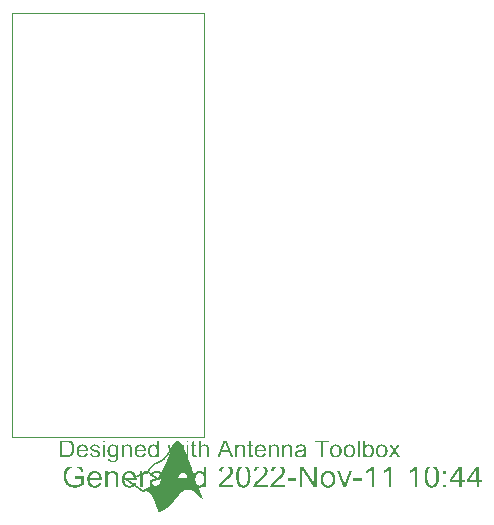
<source format=gto>
G04 Filename: MyAnt.gto*
G04 FileFunction: Legend,Top*
G04 Part: Single*
G04 ProjectId: MyAnt,3C562D9BC1F7CBD279EDE99D0E60B229,1*
G04 GenerationSoftware: MathWorks,MATLAB,9.13.0.2049777 (R2022b)*
G04 CreationDate: 2022-11-11T10:44:33-0800*
%FSLAX16Y16*%
%MOIN*%
%ADD13C,0.001*%  G04 For board profile*
%ADD14C,0.004*%  G04 Design info boundary*
G04 Board profile, including additional margin*
D13*
%LPD*%
G01*
X-0019685Y-1200787D02*
X0618110D01*
Y0212598D01*
X-0019685D01*
Y-1200787D01*
D14*
Y-1202787D02*
X0618110D01*
G36*
X0357308Y-1345335D02*
X0357822D01*
X0358337Y-1344820D01*
X0358851D01*
X0359365D01*
X0359880Y-1344306D01*
X0360394D01*
X0360909Y-1343792D01*
X0361423D01*
X0361937Y-1343277D01*
X0362452D01*
X0362966D01*
X0363481Y-1342763D01*
X0363995D01*
X0364509Y-1342248D01*
X0365024D01*
X0365538D01*
X0366053Y-1341734D01*
X0366567D01*
X0367081Y-1341220D01*
X0367596D01*
X0368110D01*
X0368625Y-1340705D01*
X0369139D01*
X0369653Y-1340191D01*
X0370168D01*
X0370682Y-1339676D01*
X0371197D01*
X0371711D01*
X0372225Y-1339162D01*
X0372740D01*
X0373254Y-1338647D01*
X0373769D01*
X0374283D01*
X0374797Y-1338133D01*
X0375312D01*
X0375826Y-1337619D01*
X0376341D01*
X0376855Y-1337104D01*
X0377369D01*
X0377884D01*
X0378398Y-1336590D01*
X0378913D01*
X0379427Y-1336075D01*
X0379942D01*
X0380456D01*
X0380970Y-1335561D01*
X0381485D01*
X0381999Y-1335047D01*
X0382514D01*
X0383028D01*
X0383542Y-1334532D01*
X0384057D01*
X0384571Y-1334018D01*
X0385086D01*
X0385600D01*
X0386114Y-1333503D01*
X0386629D01*
X0387143Y-1332989D01*
X0387658D01*
X0388172Y-1332475D01*
X0388686D01*
X0389201D01*
X0389715Y-1331960D01*
X0390230D01*
X0390744Y-1331446D01*
X0391258D01*
X0391773D01*
X0392287Y-1330931D01*
X0392802D01*
X0393316Y-1330417D01*
X0393830D01*
X0394345Y-1329903D01*
X0394859D01*
X0395374D01*
X0395888Y-1329388D01*
X0396402D01*
X0396917D01*
X0397431Y-1328874D01*
X0397946D01*
X0398460Y-1328359D01*
X0398974D01*
X0399489Y-1327845D01*
X0400003D01*
X0400518Y-1327331D01*
X0401032D01*
X0401546D01*
X0402061Y-1326816D01*
X0402575D01*
X0403090Y-1326302D01*
X0403604D01*
X0404118D01*
X0404633Y-1325787D01*
X0405147D01*
X0405662Y-1325273D01*
X0406176D01*
X0406690Y-1324759D01*
X0407205D01*
X0407719D01*
X0408234Y-1324244D01*
X0408748D01*
X0409262Y-1323730D01*
X0409777D01*
X0410291D01*
X0410806Y-1323215D01*
X0411320D01*
X0411835Y-1322701D01*
X0412349D01*
X0412863D01*
X0413378Y-1322187D01*
X0413892D01*
X0414407Y-1321672D01*
X0414921D01*
X0415435D01*
X0415950Y-1321158D01*
X0416464D01*
X0416979Y-1320643D01*
X0417493D01*
X0418007Y-1320129D01*
X0418522D01*
X0419036Y-1319615D01*
X0419551D01*
X0420065D01*
X0420579Y-1319100D01*
X0421094D01*
X0421608D01*
X0422123Y-1318586D01*
X0422637D01*
X0423151Y-1318071D01*
X0423666D01*
X0424180Y-1317557D01*
X0424695D01*
X0425209D01*
X0425723Y-1317043D01*
X0426238D01*
X0426752Y-1316528D01*
X0427267D01*
X0427781D01*
X0428295Y-1316014D01*
X0428810D01*
X0429324Y-1315499D01*
Y-1314985D01*
X0429839Y-1314471D01*
X0430353Y-1313956D01*
X0430867Y-1313442D01*
X0431382Y-1312927D01*
Y-1312413D01*
X0431896Y-1311899D01*
X0432411Y-1311384D01*
X0432925Y-1310870D01*
Y-1310355D01*
X0433439Y-1309841D01*
X0433954Y-1309326D01*
X0434468Y-1308812D01*
X0434983Y-1308298D01*
Y-1307783D01*
X0435497Y-1307269D01*
X0436011Y-1306754D01*
X0436526Y-1306240D01*
X0437040Y-1305726D01*
Y-1305211D01*
X0437555Y-1304697D01*
X0438069Y-1304182D01*
X0438583Y-1303668D01*
X0439098Y-1303154D01*
X0439612Y-1302639D01*
Y-1302125D01*
X0440127Y-1301610D01*
X0440641Y-1301096D01*
X0441156Y-1300582D01*
X0441670Y-1300067D01*
X0442184Y-1299553D01*
X0442699Y-1299038D01*
X0443213Y-1298524D01*
X0443728Y-1298010D01*
Y-1297495D01*
X0444242Y-1296981D01*
X0444756Y-1296466D01*
X0445271Y-1295952D01*
X0445785Y-1295438D01*
X0446300Y-1294923D01*
X0446814Y-1294409D01*
X0447328Y-1293894D01*
X0447843Y-1293380D01*
X0448357Y-1292866D01*
X0448872Y-1292351D01*
X0449386Y-1291837D01*
X0449900Y-1291322D01*
X0450415D01*
X0450929Y-1290808D01*
X0451444Y-1290294D01*
X0451958Y-1289779D01*
X0452472Y-1289265D01*
X0452987D01*
X0453501Y-1288750D01*
X0454016Y-1288236D01*
X0454530Y-1287722D01*
X0455044D01*
X0455559Y-1287207D01*
X0456073D01*
X0456588Y-1286693D01*
X0457102D01*
X0457616Y-1286178D01*
X0458131D01*
X0458645Y-1285664D01*
X0459160D01*
X0459674Y-1285150D01*
X0460188D01*
X0460703D01*
X0461217D01*
X0461732Y-1284635D01*
X0462246D01*
X0462760D01*
X0463275Y-1284121D01*
X0463789D01*
X0464304D01*
X0464818Y-1283606D01*
X0465332D01*
X0465847D01*
X0466361Y-1283092D01*
X0466876D01*
X0467390Y-1282578D01*
X0467904D01*
X0468419D01*
X0468933Y-1282063D01*
X0469448D01*
X0469962Y-1281549D01*
X0470476D01*
X0470991Y-1281034D01*
X0471505D01*
X0472020Y-1280520D01*
X0472534D01*
X0473049Y-1280006D01*
X0473563Y-1279491D01*
X0474077D01*
X0474592Y-1278977D01*
X0475106D01*
X0475621Y-1278462D01*
X0476135Y-1277948D01*
X0476649D01*
X0477164Y-1277433D01*
X0477678Y-1276919D01*
X0478193Y-1276405D01*
X0478707D01*
X0479221Y-1275890D01*
X0479736Y-1275376D01*
X0480250Y-1274861D01*
X0480765Y-1274347D01*
X0481279Y-1273833D01*
X0481793D01*
X0482308Y-1273318D01*
X0482822Y-1272804D01*
X0483337Y-1272289D01*
X0483851Y-1271775D01*
X0484365Y-1271261D01*
X0484880Y-1270746D01*
X0485394Y-1270232D01*
X0485909Y-1269717D01*
X0486423Y-1269203D01*
X0486937Y-1268689D01*
X0487452Y-1268174D01*
X0487966Y-1267660D01*
X0488481Y-1267145D01*
X0488995Y-1266631D01*
Y-1266117D01*
X0489509Y-1265602D01*
X0490024Y-1265088D01*
X0490538Y-1264573D01*
X0491053Y-1264059D01*
X0491567Y-1263545D01*
X0492081Y-1263030D01*
Y-1262516D01*
X0492596Y-1262001D01*
X0493110Y-1261487D01*
X0493625Y-1260973D01*
Y-1260458D01*
X0494139Y-1259944D01*
X0494653Y-1259429D01*
X0495168Y-1258915D01*
Y-1258401D01*
X0495682Y-1257886D01*
X0496197Y-1257372D01*
Y-1256857D01*
X0496711Y-1256343D01*
X0497225Y-1255829D01*
Y-1255314D01*
X0497740Y-1254800D01*
X0498254Y-1254285D01*
X0498769Y-1253771D01*
Y-1253257D01*
X0499283Y-1252742D01*
X0499797Y-1252228D01*
Y-1251713D01*
X0500312Y-1251199D01*
X0500826Y-1250685D01*
Y-1250170D01*
X0501341Y-1249656D01*
Y-1249141D01*
X0501855Y-1248627D01*
X0502369Y-1248113D01*
Y-1247598D01*
X0502884Y-1247084D01*
Y-1246569D01*
X0503398Y-1246055D01*
X0503913Y-1245540D01*
Y-1245026D01*
X0504427Y-1244512D01*
X0504942Y-1243997D01*
Y-1243483D01*
X0505456Y-1242968D01*
Y-1242454D01*
X0505970Y-1241940D01*
X0506485Y-1241425D01*
Y-1240911D01*
X0506999Y-1240396D01*
Y-1239882D01*
X0507514Y-1239368D01*
X0508028Y-1238853D01*
Y-1238339D01*
X0508542Y-1237824D01*
Y-1237310D01*
X0509057Y-1236796D01*
X0509571Y-1236281D01*
Y-1235767D01*
X0510086Y-1235252D01*
Y-1234738D01*
X0510600Y-1234224D01*
X0511114Y-1233709D01*
Y-1233195D01*
X0511629Y-1232680D01*
Y-1232166D01*
X0512143Y-1231652D01*
X0512658Y-1231137D01*
Y-1230623D01*
X0513172Y-1230108D01*
X0513686Y-1229594D01*
Y-1229080D01*
X0514201Y-1228565D01*
X0514715Y-1228051D01*
Y-1227536D01*
X0515230Y-1227022D01*
X0515744Y-1226508D01*
Y-1225993D01*
X0516258Y-1225479D01*
X0516773Y-1224964D01*
X0517287Y-1224450D01*
Y-1223936D01*
X0517802Y-1223421D01*
X0518316Y-1222907D01*
X0518830Y-1222392D01*
X0519345Y-1221878D01*
Y-1221364D01*
X0519859Y-1220849D01*
X0520374Y-1220335D01*
X0520888Y-1219820D01*
X0521402Y-1219306D01*
X0521917Y-1218792D01*
X0522431Y-1218277D01*
X0522946Y-1217763D01*
X0523460D01*
X0523974Y-1217248D01*
X0524489Y-1216734D01*
X0525003D01*
X0525518Y-1216220D01*
X0526032Y-1215705D01*
X0526546D01*
X0527061Y-1215191D01*
X0527575D01*
X0528090Y-1214676D01*
X0528604D01*
X0529118D01*
X0529633Y-1214162D01*
X0530147D01*
X0530662D01*
X0531176D01*
X0531690D01*
X0532205D01*
X0532719Y-1214676D01*
X0533234D01*
X0533748Y-1215191D01*
X0534262D01*
X0534777Y-1215705D01*
X0535291D01*
X0535806Y-1216220D01*
X0536320D01*
X0536835Y-1216734D01*
X0537349Y-1217248D01*
X0537863Y-1217763D01*
X0538378Y-1218277D01*
X0538892Y-1218792D01*
X0539407Y-1219306D01*
X0539921Y-1219820D01*
X0540435Y-1220335D01*
X0540950Y-1220849D01*
Y-1221364D01*
X0541464Y-1221878D01*
X0541979Y-1222392D01*
X0542493Y-1222907D01*
Y-1223421D01*
X0543007Y-1223936D01*
X0543522Y-1224450D01*
Y-1224964D01*
X0544036Y-1225479D01*
X0544551Y-1225993D01*
Y-1226508D01*
X0545065Y-1227022D01*
X0545579Y-1227536D01*
Y-1228051D01*
X0546094Y-1228565D01*
Y-1229080D01*
X0546608Y-1229594D01*
X0547123Y-1230108D01*
Y-1230623D01*
X0547637Y-1231137D01*
Y-1231652D01*
X0548151Y-1232166D01*
Y-1232680D01*
X0548666Y-1233195D01*
X0549180Y-1233709D01*
Y-1234224D01*
X0549695Y-1234738D01*
Y-1235252D01*
X0550209Y-1235767D01*
Y-1236281D01*
X0550723Y-1236796D01*
Y-1237310D01*
X0551238Y-1237824D01*
Y-1238339D01*
X0551752Y-1238853D01*
Y-1239368D01*
X0552267Y-1239882D01*
Y-1240396D01*
X0552781Y-1240911D01*
Y-1241425D01*
X0553295Y-1241940D01*
Y-1242454D01*
X0553810Y-1242968D01*
Y-1243483D01*
Y-1243997D01*
X0554324Y-1244512D01*
Y-1245026D01*
X0554839Y-1245540D01*
Y-1246055D01*
X0555353Y-1246569D01*
Y-1247084D01*
X0555867Y-1247598D01*
Y-1248113D01*
X0556382Y-1248627D01*
Y-1249141D01*
Y-1249656D01*
X0556896Y-1250170D01*
Y-1250685D01*
X0557411Y-1251199D01*
Y-1251713D01*
X0557925Y-1252228D01*
Y-1252742D01*
X0558439Y-1253257D01*
Y-1253771D01*
Y-1254285D01*
X0558954Y-1254800D01*
Y-1255314D01*
X0559468Y-1255829D01*
Y-1256343D01*
Y-1256857D01*
X0559983Y-1257372D01*
Y-1257886D01*
X0560497Y-1258401D01*
Y-1258915D01*
X0561011Y-1259429D01*
Y-1259944D01*
Y-1260458D01*
X0561526Y-1260973D01*
Y-1261487D01*
X0562040Y-1262001D01*
Y-1262516D01*
Y-1263030D01*
X0562555Y-1263545D01*
Y-1264059D01*
X0563069Y-1264573D01*
Y-1265088D01*
Y-1265602D01*
X0563583Y-1266117D01*
Y-1266631D01*
Y-1267145D01*
X0564098Y-1267660D01*
Y-1268174D01*
X0564612Y-1268689D01*
Y-1269203D01*
Y-1269717D01*
X0565127Y-1270232D01*
Y-1270746D01*
X0565641Y-1271261D01*
Y-1271775D01*
Y-1272289D01*
X0566156Y-1272804D01*
Y-1273318D01*
X0566670Y-1273833D01*
Y-1274347D01*
Y-1274861D01*
X0567184Y-1275376D01*
Y-1275890D01*
Y-1276405D01*
X0567699Y-1276919D01*
Y-1277433D01*
X0568213Y-1277948D01*
Y-1278462D01*
Y-1278977D01*
X0568728Y-1279491D01*
Y-1280006D01*
Y-1280520D01*
X0569242Y-1281034D01*
Y-1281549D01*
X0569756Y-1282063D01*
Y-1282578D01*
Y-1283092D01*
X0570271Y-1283606D01*
Y-1284121D01*
Y-1284635D01*
X0570785Y-1285150D01*
Y-1285664D01*
X0571300Y-1286178D01*
Y-1286693D01*
Y-1287207D01*
X0571814Y-1287722D01*
Y-1288236D01*
Y-1288750D01*
X0572328Y-1289265D01*
Y-1289779D01*
X0572843Y-1290294D01*
Y-1290808D01*
Y-1291322D01*
X0573357Y-1291837D01*
Y-1292351D01*
Y-1292866D01*
X0573872Y-1293380D01*
Y-1293894D01*
Y-1294409D01*
X0574386Y-1294923D01*
Y-1295438D01*
Y-1295952D01*
X0574900Y-1296466D01*
Y-1296981D01*
X0575415Y-1297495D01*
Y-1298010D01*
Y-1298524D01*
X0575929Y-1299038D01*
Y-1299553D01*
Y-1300067D01*
X0576444Y-1300582D01*
Y-1301096D01*
Y-1301610D01*
X0576958Y-1302125D01*
Y-1302639D01*
X0577472Y-1303154D01*
Y-1303668D01*
Y-1304182D01*
X0577987Y-1304697D01*
Y-1305211D01*
Y-1305726D01*
X0578501Y-1306240D01*
Y-1306754D01*
Y-1307269D01*
X0579016Y-1307783D01*
Y-1308298D01*
Y-1308812D01*
X0579530Y-1309326D01*
Y-1309841D01*
X0580044Y-1310355D01*
Y-1310870D01*
Y-1311384D01*
X0580559Y-1311899D01*
Y-1312413D01*
Y-1312927D01*
X0581073Y-1313442D01*
Y-1313956D01*
Y-1314471D01*
X0581588Y-1314985D01*
Y-1315499D01*
Y-1316014D01*
X0582102Y-1316528D01*
Y-1317043D01*
Y-1317557D01*
X0582616Y-1318071D01*
Y-1318586D01*
X0583131Y-1319100D01*
Y-1319615D01*
Y-1320129D01*
X0583645Y-1320643D01*
Y-1321158D01*
Y-1321672D01*
X0584160Y-1322187D01*
Y-1322701D01*
Y-1323215D01*
X0584674Y-1323730D01*
Y-1324244D01*
Y-1324759D01*
X0585188Y-1325273D01*
Y-1325787D01*
Y-1326302D01*
X0585703Y-1326816D01*
Y-1327331D01*
X0586217Y-1327845D01*
Y-1328359D01*
Y-1328874D01*
X0586732Y-1329388D01*
Y-1329903D01*
Y-1330417D01*
X0587246Y-1330931D01*
Y-1331446D01*
Y-1331960D01*
X0587760Y-1332475D01*
Y-1332989D01*
Y-1333503D01*
X0588275Y-1334018D01*
Y-1334532D01*
Y-1335047D01*
X0588789Y-1335561D01*
Y-1336075D01*
X0589304Y-1336590D01*
Y-1337104D01*
Y-1337619D01*
X0589818Y-1338133D01*
Y-1338647D01*
Y-1339162D01*
X0590332Y-1339676D01*
Y-1340191D01*
Y-1340705D01*
X0590847Y-1341220D01*
Y-1341734D01*
Y-1342248D01*
X0591361Y-1342763D01*
Y-1343277D01*
Y-1343792D01*
X0591876Y-1344306D01*
Y-1344820D01*
X0592390Y-1345335D01*
Y-1345849D01*
Y-1346364D01*
X0592904Y-1346878D01*
Y-1347392D01*
Y-1347907D01*
X0593419Y-1348421D01*
Y-1348936D01*
Y-1349450D01*
X0593933Y-1349964D01*
Y-1350479D01*
Y-1350993D01*
X0594448Y-1351508D01*
Y-1352022D01*
X0594962Y-1352536D01*
Y-1353051D01*
Y-1353565D01*
X0595476Y-1354080D01*
Y-1354594D01*
Y-1355108D01*
X0595991Y-1355623D01*
Y-1356137D01*
Y-1356652D01*
X0596505Y-1357166D01*
Y-1357680D01*
X0597020Y-1358195D01*
Y-1358709D01*
Y-1359224D01*
X0597534Y-1359738D01*
Y-1360252D01*
Y-1360767D01*
X0598049Y-1361281D01*
Y-1361796D01*
Y-1362310D01*
X0598563Y-1362824D01*
Y-1363339D01*
X0599077Y-1363853D01*
Y-1364368D01*
Y-1364882D01*
X0599592Y-1365396D01*
Y-1365911D01*
Y-1366425D01*
X0600106Y-1366940D01*
Y-1367454D01*
Y-1367968D01*
X0600621Y-1368483D01*
Y-1368997D01*
X0601135Y-1369512D01*
Y-1370026D01*
Y-1370540D01*
X0601649Y-1371055D01*
Y-1371569D01*
Y-1372084D01*
X0602164Y-1372598D01*
Y-1373113D01*
X0602678Y-1373627D01*
Y-1374141D01*
Y-1374656D01*
X0603193Y-1375170D01*
Y-1375685D01*
Y-1376199D01*
X0603707Y-1376713D01*
Y-1377228D01*
X0604221Y-1377742D01*
Y-1378257D01*
Y-1378771D01*
X0604736Y-1379285D01*
Y-1379800D01*
X0605250Y-1380314D01*
Y-1380829D01*
Y-1381343D01*
X0605765Y-1381857D01*
Y-1382372D01*
Y-1382886D01*
X0606279Y-1383401D01*
Y-1383915D01*
X0606793Y-1384429D01*
Y-1384944D01*
Y-1385458D01*
X0607308Y-1385973D01*
Y-1386487D01*
X0607822Y-1387001D01*
Y-1387516D01*
Y-1388030D01*
X0608337Y-1388545D01*
Y-1389059D01*
X0608851Y-1389573D01*
Y-1390088D01*
Y-1390602D01*
X0609365Y-1391117D01*
Y-1391631D01*
X0609880Y-1392145D01*
Y-1392660D01*
Y-1393174D01*
X0610394Y-1393689D01*
Y-1394203D01*
X0610909Y-1394717D01*
Y-1395232D01*
Y-1395746D01*
X0611423Y-1396261D01*
Y-1396775D01*
X0611937Y-1397289D01*
Y-1397804D01*
Y-1398318D01*
X0612452Y-1398833D01*
Y-1399347D01*
X0612966Y-1399861D01*
Y-1400376D01*
X0613481Y-1400890D01*
Y-1401405D01*
Y-1401919D01*
X0613995Y-1402433D01*
Y-1402948D01*
X0614509Y-1403462D01*
Y-1403977D01*
X0615024Y-1404491D01*
Y-1405006D01*
Y-1405520D01*
X0615538Y-1406034D01*
Y-1406549D01*
X0616053Y-1407063D01*
Y-1407578D01*
X0616567Y-1408092D01*
Y-1408606D01*
Y-1409121D01*
X0617081Y-1409635D01*
Y-1410150D01*
X0617596Y-1410664D01*
Y-1411178D01*
X0618110Y-1411693D01*
X0617596Y-1411178D01*
X0617081Y-1410664D01*
X0616567D01*
X0616053Y-1410150D01*
X0615538Y-1409635D01*
X0615024Y-1409121D01*
X0614509D01*
X0613995Y-1408606D01*
X0613481Y-1408092D01*
X0612966D01*
X0612452Y-1407578D01*
X0611937Y-1407063D01*
X0611423Y-1406549D01*
X0610909D01*
X0610394Y-1406034D01*
X0609880Y-1405520D01*
X0609365Y-1405006D01*
X0608851D01*
X0608337Y-1404491D01*
X0607822Y-1403977D01*
X0607308Y-1403462D01*
X0606793Y-1402948D01*
X0606279Y-1402433D01*
X0605765D01*
X0605250Y-1401919D01*
X0604736Y-1401405D01*
X0604221Y-1400890D01*
X0603707Y-1400376D01*
X0603193Y-1399861D01*
X0602678Y-1399347D01*
X0602164Y-1398833D01*
X0601649D01*
Y-1398318D01*
X0601135Y-1397804D01*
X0600621D01*
X0600106Y-1397289D01*
X0599592Y-1396775D01*
X0599077Y-1396261D01*
X0598563Y-1395746D01*
X0598049Y-1395232D01*
X0597534Y-1394717D01*
X0597020Y-1394203D01*
X0596505Y-1393689D01*
X0595991Y-1393174D01*
X0595476Y-1392660D01*
X0594962Y-1392145D01*
X0594448Y-1391631D01*
X0593933Y-1391117D01*
X0593419Y-1390602D01*
X0592904Y-1390088D01*
X0592390Y-1389573D01*
X0591876Y-1389059D01*
X0591361Y-1388545D01*
X0590847Y-1388030D01*
X0590332Y-1387516D01*
X0589818Y-1387001D01*
X0589304Y-1386487D01*
X0588789Y-1385973D01*
X0588275D01*
X0587760Y-1385458D01*
X0587246Y-1384944D01*
X0586732Y-1384429D01*
X0586217Y-1383915D01*
X0585703Y-1383401D01*
X0585188Y-1382886D01*
X0584674D01*
X0584160Y-1382372D01*
X0583645Y-1381857D01*
X0583131D01*
X0582616Y-1381343D01*
X0582102Y-1380829D01*
X0581588D01*
X0581073Y-1380314D01*
X0580559Y-1379800D01*
X0580044D01*
X0579530Y-1379285D01*
X0579016D01*
X0578501Y-1378771D01*
X0577987D01*
X0577472Y-1378257D01*
X0576958D01*
X0576444D01*
X0575929Y-1377742D01*
X0575415D01*
X0574900D01*
X0574386Y-1377228D01*
X0573872D01*
X0573357D01*
X0572843D01*
X0572328Y-1376713D01*
X0571814D01*
X0571300D01*
X0570785D01*
X0570271D01*
X0569756D01*
X0569242D01*
X0568728D01*
X0568213D01*
X0567699Y-1376199D01*
X0567184D01*
X0566670D01*
X0566156D01*
X0565641D01*
X0565127D01*
X0564612Y-1376713D01*
X0564098D01*
X0563583D01*
X0563069D01*
X0562555D01*
X0562040D01*
X0561526D01*
X0561011D01*
X0560497D01*
X0559983D01*
X0559468Y-1377228D01*
X0558954D01*
X0558439D01*
X0557925D01*
X0557411D01*
X0556896Y-1377742D01*
X0556382D01*
X0555867D01*
X0555353Y-1378257D01*
X0554839D01*
X0554324Y-1378771D01*
X0553810D01*
X0553295D01*
X0552781Y-1379285D01*
X0552267Y-1379800D01*
X0551752D01*
X0551238Y-1380314D01*
X0550723D01*
X0550209Y-1380829D01*
X0549695Y-1381343D01*
X0549180Y-1381857D01*
X0548666D01*
X0548151Y-1382372D01*
X0547637Y-1382886D01*
X0547123Y-1383401D01*
X0546608D01*
X0546094Y-1383915D01*
X0545579Y-1384429D01*
X0545065Y-1384944D01*
X0544551Y-1385458D01*
X0544036Y-1385973D01*
X0543522Y-1386487D01*
X0543007Y-1387001D01*
X0542493Y-1387516D01*
X0541979Y-1388030D01*
X0541464Y-1388545D01*
X0540950Y-1389059D01*
X0540435Y-1389573D01*
X0539921Y-1390088D01*
X0539407Y-1390602D01*
X0538892Y-1391117D01*
X0538378Y-1391631D01*
X0537863Y-1392145D01*
X0537349Y-1392660D01*
Y-1393174D01*
X0536835Y-1393689D01*
X0536320Y-1394203D01*
X0535806Y-1394717D01*
X0535291Y-1395232D01*
X0534777Y-1395746D01*
X0534262Y-1396261D01*
X0533748Y-1396775D01*
Y-1397289D01*
X0533234Y-1397804D01*
X0532719Y-1398318D01*
X0532205Y-1398833D01*
X0531690Y-1399347D01*
X0531176Y-1399861D01*
X0530662Y-1400376D01*
Y-1400890D01*
X0530147Y-1401405D01*
X0529633Y-1401919D01*
X0529118Y-1402433D01*
X0528604Y-1402948D01*
X0528090Y-1403462D01*
Y-1403977D01*
X0527575Y-1404491D01*
X0527061Y-1405006D01*
X0526546Y-1405520D01*
X0526032Y-1406034D01*
X0525518Y-1406549D01*
Y-1407063D01*
X0525003Y-1407578D01*
X0524489Y-1408092D01*
X0523974Y-1408606D01*
X0523460Y-1409121D01*
X0522946Y-1409635D01*
Y-1410150D01*
X0522431Y-1410664D01*
X0521917Y-1411178D01*
X0521402Y-1411693D01*
X0520888Y-1412207D01*
X0520374Y-1412722D01*
Y-1413236D01*
X0519859Y-1413750D01*
X0519345Y-1414265D01*
X0518830Y-1414779D01*
X0518316Y-1415294D01*
X0517802Y-1415808D01*
Y-1416322D01*
X0517287Y-1416837D01*
X0516773Y-1417351D01*
X0516258Y-1417866D01*
X0515744Y-1418380D01*
X0515230Y-1418894D01*
X0514715Y-1419409D01*
X0514201Y-1419923D01*
Y-1420438D01*
X0513686Y-1420952D01*
X0513172Y-1421466D01*
X0512658Y-1421981D01*
X0512143Y-1422495D01*
X0511629Y-1423010D01*
X0511114Y-1423524D01*
X0510600Y-1424038D01*
X0510086Y-1424553D01*
X0509571Y-1425067D01*
X0509057Y-1425582D01*
X0508542Y-1426096D01*
Y-1426610D01*
X0508028Y-1427125D01*
X0507514Y-1427639D01*
X0506999Y-1428154D01*
X0506485Y-1428668D01*
X0505970Y-1429182D01*
X0505456Y-1429697D01*
X0504942Y-1430211D01*
X0504427Y-1430726D01*
X0503913Y-1431240D01*
X0503398Y-1431754D01*
X0502884D01*
X0502369Y-1432269D01*
X0501855Y-1432783D01*
X0501341Y-1433298D01*
X0500826Y-1433812D01*
X0500312Y-1434326D01*
X0499797Y-1434841D01*
X0499283Y-1435355D01*
X0498769Y-1435870D01*
X0498254Y-1436384D01*
X0497740D01*
X0497225Y-1436899D01*
X0496711Y-1437413D01*
X0496197Y-1437927D01*
X0495682Y-1438442D01*
X0495168D01*
X0494653Y-1438956D01*
X0494139Y-1439471D01*
X0493625Y-1439985D01*
X0493110D01*
X0492596Y-1440499D01*
X0492081Y-1441014D01*
X0491567Y-1441528D01*
X0491053D01*
X0490538Y-1442043D01*
X0490024Y-1442557D01*
X0489509D01*
X0488995Y-1443071D01*
X0488481Y-1443586D01*
X0487966D01*
X0487452Y-1444100D01*
X0486937Y-1444615D01*
X0486423D01*
X0485909Y-1445129D01*
X0485394D01*
X0484880Y-1445643D01*
X0484365D01*
X0483851Y-1446158D01*
X0483337D01*
X0482822Y-1446672D01*
X0482308D01*
X0481793Y-1447187D01*
X0481279D01*
X0480765Y-1447701D01*
X0480250D01*
X0479736Y-1448215D01*
X0479221D01*
X0478707Y-1448730D01*
X0478193D01*
X0477678D01*
X0477164Y-1449244D01*
X0476649D01*
X0476135D01*
X0475621Y-1449759D01*
X0475106D01*
X0474592D01*
X0474077Y-1450273D01*
X0473563D01*
X0473049D01*
X0472534D01*
X0472020Y-1450787D01*
X0471505D01*
X0470991D01*
X0470476D01*
X0469962Y-1451302D01*
X0469448D01*
X0468933D01*
X0468419D01*
X0467904D01*
X0467390D01*
Y-1450787D01*
Y-1450273D01*
X0466876Y-1449759D01*
Y-1449244D01*
X0466361Y-1448730D01*
Y-1448215D01*
Y-1447701D01*
X0465847Y-1447187D01*
Y-1446672D01*
Y-1446158D01*
X0465332Y-1445643D01*
Y-1445129D01*
Y-1444615D01*
X0464818Y-1444100D01*
Y-1443586D01*
X0464304Y-1443071D01*
Y-1442557D01*
Y-1442043D01*
X0463789Y-1441528D01*
Y-1441014D01*
Y-1440499D01*
X0463275Y-1439985D01*
Y-1439471D01*
X0462760Y-1438956D01*
Y-1438442D01*
Y-1437927D01*
X0462246Y-1437413D01*
Y-1436899D01*
Y-1436384D01*
X0461732Y-1435870D01*
Y-1435355D01*
Y-1434841D01*
X0461217Y-1434326D01*
Y-1433812D01*
X0460703Y-1433298D01*
Y-1432783D01*
Y-1432269D01*
X0460188Y-1431754D01*
Y-1431240D01*
Y-1430726D01*
X0459674Y-1430211D01*
Y-1429697D01*
X0459160Y-1429182D01*
Y-1428668D01*
Y-1428154D01*
X0458645Y-1427639D01*
Y-1427125D01*
Y-1426610D01*
X0458131Y-1426096D01*
Y-1425582D01*
X0457616Y-1425067D01*
Y-1424553D01*
Y-1424038D01*
X0457102Y-1423524D01*
Y-1423010D01*
X0456588Y-1422495D01*
Y-1421981D01*
Y-1421466D01*
X0456073Y-1420952D01*
Y-1420438D01*
X0455559Y-1419923D01*
Y-1419409D01*
Y-1418894D01*
X0455044Y-1418380D01*
Y-1417866D01*
X0454530Y-1417351D01*
Y-1416837D01*
Y-1416322D01*
X0454016Y-1415808D01*
Y-1415294D01*
X0453501Y-1414779D01*
Y-1414265D01*
Y-1413750D01*
X0452987Y-1413236D01*
Y-1412722D01*
X0452472Y-1412207D01*
Y-1411693D01*
X0451958Y-1411178D01*
Y-1410664D01*
X0451444Y-1410150D01*
Y-1409635D01*
Y-1409121D01*
X0450929Y-1408606D01*
Y-1408092D01*
X0450415Y-1407578D01*
Y-1407063D01*
X0449900Y-1406549D01*
Y-1406034D01*
X0449386Y-1405520D01*
Y-1405006D01*
Y-1404491D01*
X0448872Y-1403977D01*
X0448357Y-1403462D01*
Y-1402948D01*
Y-1402433D01*
X0447843Y-1401919D01*
X0447328Y-1401405D01*
Y-1400890D01*
X0446814Y-1400376D01*
Y-1399861D01*
X0446300Y-1399347D01*
Y-1398833D01*
X0445785Y-1398318D01*
Y-1397804D01*
X0445271Y-1397289D01*
X0444756Y-1396775D01*
Y-1396261D01*
X0444242Y-1395746D01*
Y-1395232D01*
X0443728Y-1394717D01*
X0443213Y-1394203D01*
Y-1393689D01*
X0442699Y-1393174D01*
X0442184Y-1392660D01*
X0441670Y-1392145D01*
Y-1391631D01*
X0441156Y-1391117D01*
X0440641Y-1390602D01*
X0440127Y-1390088D01*
X0439612Y-1389573D01*
X0439098Y-1389059D01*
X0438583Y-1388545D01*
X0438069Y-1388030D01*
X0437555Y-1387516D01*
X0437040Y-1387001D01*
X0436526Y-1386487D01*
X0436011Y-1385973D01*
X0435497Y-1385458D01*
X0434983D01*
X0434468Y-1384944D01*
X0433954D01*
X0433439Y-1384429D01*
X0432925Y-1383915D01*
X0432411D01*
X0431896Y-1383401D01*
X0431382D01*
X0430867D01*
X0430353D01*
X0429839Y-1382886D01*
X0429324D01*
X0428810D01*
X0428295D01*
X0427781D01*
X0427267D01*
X0426752D01*
X0426238D01*
X0425723D01*
X0425209D01*
X0424695D01*
X0424180D01*
X0423666D01*
X0423151D01*
X0422637D01*
X0422123D01*
X0421608Y-1383401D01*
X0421094D01*
X0420579D01*
X0420065D01*
X0419551D01*
X0419036Y-1383915D01*
X0418522D01*
X0418007Y-1384429D01*
X0417493D01*
X0416979D01*
X0416464Y-1384944D01*
X0415950D01*
X0415435Y-1385458D01*
X0414921D01*
X0414407D01*
X0413892Y-1384944D01*
X0413378Y-1384429D01*
X0412863Y-1383915D01*
X0412349D01*
X0411835Y-1383401D01*
X0411320Y-1382886D01*
X0410806D01*
X0410291Y-1382372D01*
X0409777Y-1381857D01*
X0409262D01*
X0408748Y-1381343D01*
X0408234Y-1380829D01*
X0407719Y-1380314D01*
X0407205D01*
X0406690Y-1379800D01*
X0406176Y-1379285D01*
X0405662D01*
X0405147Y-1378771D01*
X0404633Y-1378257D01*
X0404118Y-1377742D01*
X0403604D01*
X0403090Y-1377228D01*
X0402575Y-1376713D01*
X0402061D01*
X0401546Y-1376199D01*
X0401032Y-1375685D01*
X0400518D01*
X0400003Y-1375170D01*
X0399489Y-1374656D01*
X0398974Y-1374141D01*
X0398460D01*
X0397946Y-1373627D01*
X0397431Y-1373113D01*
X0396917D01*
X0396402Y-1372598D01*
X0395888Y-1372084D01*
X0395374D01*
X0394859Y-1371569D01*
X0394345Y-1371055D01*
X0393830Y-1370540D01*
X0393316D01*
X0392802Y-1370026D01*
X0392287Y-1369512D01*
X0391773D01*
X0391258Y-1368997D01*
X0390744Y-1368483D01*
X0390230D01*
X0389715Y-1367968D01*
X0389201Y-1367454D01*
X0388686Y-1366940D01*
X0388172D01*
X0387658Y-1366425D01*
X0387143Y-1365911D01*
X0386629D01*
X0386114Y-1365396D01*
X0385600Y-1364882D01*
X0385086Y-1364368D01*
X0384571D01*
X0384057Y-1363853D01*
X0383542Y-1363339D01*
X0383028D01*
X0382514Y-1362824D01*
X0381999Y-1362310D01*
X0381485D01*
X0380970Y-1361796D01*
X0380456Y-1361281D01*
X0379942Y-1360767D01*
X0379427D01*
X0378913Y-1360252D01*
X0378398Y-1359738D01*
X0377884D01*
X0377369Y-1359224D01*
X0376855Y-1358709D01*
X0376341Y-1358195D01*
X0375826D01*
X0375312Y-1357680D01*
X0374797Y-1357166D01*
X0374283D01*
X0373769Y-1356652D01*
X0373254Y-1356137D01*
X0372740D01*
X0372225Y-1355623D01*
X0371711Y-1355108D01*
X0371197Y-1354594D01*
X0370682D01*
X0370168Y-1354080D01*
X0369653Y-1353565D01*
X0369139D01*
X0368625Y-1353051D01*
X0368110Y-1352536D01*
X0367596D01*
X0367081Y-1352022D01*
X0366567Y-1351508D01*
X0366053Y-1350993D01*
X0365538D01*
X0365024Y-1350479D01*
X0364509Y-1349964D01*
X0363995D01*
X0363481Y-1349450D01*
X0362966Y-1348936D01*
X0362452Y-1348421D01*
X0361937D01*
X0361423Y-1347907D01*
X0360909Y-1347392D01*
X0360394D01*
X0359880Y-1346878D01*
X0359365Y-1346364D01*
X0358851D01*
X0358337Y-1345849D01*
X0357822Y-1345335D01*
X0357308D01*
G37*
%LPC*%
G36*
X0369653Y-1346364D02*
X0370168D01*
X0370682D01*
X0371197D01*
Y-1345849D01*
X0371711D01*
X0372225D01*
Y-1345335D01*
X0372740D01*
X0373254D01*
Y-1344820D01*
X0373769D01*
X0374283D01*
X0374797D01*
Y-1344306D01*
X0375312D01*
X0375826D01*
Y-1343792D01*
X0376341D01*
X0376855D01*
Y-1343277D01*
X0377369D01*
X0377884D01*
X0378398D01*
Y-1342763D01*
X0378913D01*
X0379427D01*
Y-1342248D01*
X0379942D01*
X0380456D01*
X0380970D01*
Y-1341734D01*
X0381485D01*
X0381999D01*
Y-1341220D01*
X0382514D01*
X0383028D01*
X0383542D01*
Y-1340705D01*
X0384057D01*
X0384571D01*
Y-1340191D01*
X0385086D01*
X0385600D01*
Y-1339676D01*
X0386114D01*
X0386629D01*
X0387143D01*
Y-1339162D01*
X0387658D01*
X0388172D01*
Y-1338647D01*
X0388686D01*
X0389201D01*
Y-1338133D01*
X0389715D01*
X0390230D01*
X0390744D01*
Y-1337619D01*
X0391258D01*
X0391773D01*
Y-1337104D01*
X0392287D01*
X0392802D01*
X0393316D01*
Y-1336590D01*
X0393830D01*
X0394345D01*
Y-1336075D01*
X0394859D01*
X0395374D01*
X0395888D01*
Y-1335561D01*
X0396402D01*
X0396917D01*
Y-1335047D01*
X0397431D01*
X0397946D01*
Y-1334532D01*
X0398460D01*
X0398974D01*
X0399489D01*
Y-1334018D01*
X0400003D01*
X0400518D01*
Y-1333503D01*
X0401032D01*
X0401546D01*
X0402061D01*
Y-1332989D01*
X0402575D01*
X0403090D01*
Y-1332475D01*
X0403604D01*
X0404118D01*
X0404633D01*
Y-1331960D01*
X0405147D01*
X0405662D01*
Y-1331446D01*
X0406176D01*
X0406690D01*
Y-1330931D01*
X0407205D01*
X0407719D01*
X0408234D01*
Y-1330417D01*
X0408748D01*
X0409262D01*
Y-1329903D01*
X0409777D01*
X0410291D01*
X0410806D01*
Y-1329388D01*
X0411320D01*
X0411835D01*
Y-1328874D01*
X0412349D01*
X0412863D01*
X0413378D01*
Y-1328359D01*
X0413892D01*
X0414407D01*
Y-1327845D01*
X0414921D01*
X0415435D01*
Y-1327331D01*
X0415950D01*
X0416464D01*
X0416979D01*
Y-1326816D01*
X0417493D01*
X0418007D01*
Y-1326302D01*
X0418522D01*
X0419036D01*
X0419551D01*
Y-1325787D01*
X0420065D01*
X0420579D01*
Y-1325273D01*
X0421094D01*
X0421608D01*
Y-1324759D01*
X0422123D01*
X0422637D01*
X0423151D01*
Y-1324244D01*
X0423666D01*
X0424180D01*
Y-1323730D01*
X0424695D01*
X0425209D01*
X0425723D01*
Y-1323215D01*
X0426238D01*
X0426752D01*
Y-1322701D01*
X0427267D01*
X0427781D01*
X0428295D01*
Y-1322187D01*
X0428810D01*
X0429324D01*
Y-1321672D01*
X0429839D01*
X0430353D01*
Y-1321158D01*
X0430867D01*
X0431382D01*
Y-1321672D01*
X0431896D01*
Y-1322187D01*
X0432411D01*
X0432925D01*
Y-1322701D01*
X0433439D01*
Y-1323215D01*
X0433954D01*
X0434468D01*
Y-1323730D01*
X0434983D01*
Y-1324244D01*
X0435497D01*
Y-1324759D01*
X0436011D01*
X0436526D01*
Y-1325273D01*
X0437040D01*
Y-1325787D01*
X0437555D01*
Y-1326302D01*
X0438069D01*
X0438583D01*
Y-1326816D01*
X0439098D01*
Y-1327331D01*
X0439612D01*
Y-1327845D01*
X0440127D01*
X0440641D01*
Y-1328359D01*
X0441156D01*
Y-1328874D01*
X0441670D01*
Y-1329388D01*
X0442184D01*
X0442699D01*
Y-1329903D01*
X0443213D01*
Y-1330417D01*
X0443728D01*
Y-1330931D01*
X0444242D01*
X0444756D01*
Y-1331446D01*
X0445271D01*
Y-1331960D01*
X0445785D01*
Y-1332475D01*
X0446300D01*
X0446814D01*
Y-1332989D01*
X0447328D01*
Y-1333503D01*
X0447843D01*
Y-1334018D01*
X0448357D01*
X0448872D01*
Y-1334532D01*
X0449386D01*
Y-1335047D01*
X0449900D01*
Y-1335561D01*
X0450415D01*
X0450929D01*
Y-1336075D01*
X0451444D01*
Y-1336590D01*
X0451958D01*
Y-1337104D01*
X0452472D01*
X0452987D01*
Y-1337619D01*
X0453501D01*
Y-1338133D01*
X0454016D01*
Y-1338647D01*
X0454530D01*
Y-1339162D01*
X0455044D01*
X0455559D01*
Y-1339676D01*
X0456073D01*
Y-1340191D01*
X0456588D01*
Y-1340705D01*
X0457102D01*
X0457616D01*
Y-1341220D01*
X0458131D01*
Y-1341734D01*
X0458645D01*
Y-1342248D01*
X0459160D01*
X0459674D01*
Y-1342763D01*
X0460188D01*
Y-1343277D01*
X0460703D01*
Y-1343792D01*
X0461217D01*
Y-1344306D01*
X0460703D01*
Y-1344820D01*
Y-1345335D01*
X0460188D01*
Y-1345849D01*
X0459674D01*
Y-1346364D01*
X0459160D01*
Y-1346878D01*
Y-1347392D01*
X0458645D01*
Y-1347907D01*
X0458131D01*
Y-1348421D01*
X0457616D01*
Y-1348936D01*
Y-1349450D01*
X0457102D01*
Y-1349964D01*
X0456588D01*
Y-1350479D01*
X0456073D01*
Y-1350993D01*
X0455559D01*
Y-1351508D01*
Y-1352022D01*
X0455044D01*
Y-1352536D01*
X0454530D01*
Y-1353051D01*
X0454016D01*
Y-1353565D01*
X0453501D01*
Y-1354080D01*
Y-1354594D01*
X0452987D01*
Y-1355108D01*
X0452472D01*
Y-1355623D01*
X0451958D01*
Y-1356137D01*
X0451444D01*
Y-1356652D01*
X0450929D01*
Y-1357166D01*
X0450415D01*
Y-1357680D01*
X0449900D01*
Y-1358195D01*
Y-1358709D01*
X0449386D01*
Y-1359224D01*
X0448872D01*
Y-1359738D01*
X0448357D01*
Y-1360252D01*
X0447843D01*
Y-1360767D01*
X0447328D01*
Y-1361281D01*
X0446814D01*
Y-1361796D01*
X0446300D01*
Y-1362310D01*
X0445785D01*
Y-1362824D01*
X0445271D01*
Y-1363339D01*
X0444756D01*
Y-1363853D01*
X0444242D01*
Y-1364368D01*
X0443728D01*
X0443213D01*
Y-1364882D01*
X0442699D01*
X0442184D01*
Y-1365396D01*
X0441670D01*
X0441156D01*
Y-1365911D01*
X0440641D01*
X0440127D01*
Y-1366425D01*
X0439612D01*
X0439098D01*
Y-1366940D01*
X0438583D01*
X0438069D01*
Y-1367454D01*
X0437555D01*
X0437040D01*
Y-1367968D01*
X0436526D01*
X0436011D01*
Y-1368483D01*
X0435497D01*
X0434983D01*
Y-1368997D01*
X0434468D01*
X0433954D01*
Y-1369512D01*
X0433439D01*
X0432925D01*
Y-1370026D01*
X0432411D01*
X0431896D01*
Y-1370540D01*
X0431382D01*
X0430867D01*
Y-1371055D01*
X0430353D01*
X0429839D01*
Y-1371569D01*
X0429324D01*
X0428810D01*
Y-1372084D01*
X0428295D01*
X0427781D01*
Y-1372598D01*
X0427267D01*
Y-1373113D01*
X0426752D01*
X0426238D01*
Y-1373627D01*
X0425723D01*
X0425209D01*
X0424695D01*
Y-1374141D01*
X0424180D01*
X0423666D01*
Y-1374656D01*
X0423151D01*
Y-1375170D01*
X0422637D01*
X0422123D01*
Y-1375685D01*
X0421608D01*
X0421094D01*
Y-1376199D01*
X0420579D01*
X0420065D01*
Y-1376713D01*
X0419551D01*
X0419036D01*
Y-1377228D01*
X0418522D01*
X0418007D01*
Y-1377742D01*
X0417493D01*
X0416979D01*
Y-1378257D01*
X0416464D01*
X0415950D01*
Y-1378771D01*
X0415435D01*
X0414921D01*
Y-1378257D01*
X0414407D01*
Y-1377742D01*
X0413892D01*
X0413378D01*
Y-1377228D01*
X0412863D01*
Y-1376713D01*
X0412349D01*
Y-1376199D01*
X0411835D01*
X0411320D01*
Y-1375685D01*
X0410806D01*
Y-1375170D01*
X0410291D01*
X0409777D01*
Y-1374656D01*
X0409262D01*
Y-1374141D01*
X0408748D01*
X0408234D01*
Y-1373627D01*
X0407719D01*
Y-1373113D01*
X0407205D01*
Y-1372598D01*
X0406690D01*
X0406176D01*
Y-1372084D01*
X0405662D01*
Y-1371569D01*
X0405147D01*
X0404633D01*
Y-1371055D01*
X0404118D01*
Y-1370540D01*
X0403604D01*
X0403090D01*
Y-1370026D01*
X0402575D01*
Y-1369512D01*
X0402061D01*
Y-1368997D01*
X0401546D01*
X0401032D01*
Y-1368483D01*
X0400518D01*
Y-1367968D01*
X0400003D01*
X0399489D01*
Y-1367454D01*
X0398974D01*
Y-1366940D01*
X0398460D01*
Y-1366425D01*
X0397946D01*
X0397431D01*
Y-1365911D01*
X0396917D01*
Y-1365396D01*
X0396402D01*
X0395888D01*
Y-1364882D01*
X0395374D01*
Y-1364368D01*
X0394859D01*
X0394345D01*
Y-1363853D01*
X0393830D01*
Y-1363339D01*
X0393316D01*
Y-1362824D01*
X0392802D01*
X0392287D01*
Y-1362310D01*
X0391773D01*
Y-1361796D01*
X0391258D01*
X0390744D01*
Y-1361281D01*
X0390230D01*
Y-1360767D01*
X0389715D01*
X0389201D01*
Y-1360252D01*
X0388686D01*
Y-1359738D01*
X0388172D01*
Y-1359224D01*
X0387658D01*
X0387143D01*
Y-1358709D01*
X0386629D01*
Y-1358195D01*
X0386114D01*
X0385600D01*
Y-1357680D01*
X0385086D01*
Y-1357166D01*
X0384571D01*
Y-1356652D01*
X0384057D01*
X0383542D01*
Y-1356137D01*
X0383028D01*
Y-1355623D01*
X0382514D01*
X0381999D01*
Y-1355108D01*
X0381485D01*
Y-1354594D01*
X0380970D01*
Y-1354080D01*
X0380456D01*
X0379942D01*
Y-1353565D01*
X0379427D01*
Y-1353051D01*
X0378913D01*
X0378398D01*
Y-1352536D01*
X0377884D01*
Y-1352022D01*
X0377369D01*
X0376855D01*
Y-1351508D01*
X0376341D01*
Y-1350993D01*
X0375826D01*
Y-1350479D01*
X0375312D01*
X0374797D01*
Y-1349964D01*
X0374283D01*
Y-1349450D01*
X0373769D01*
X0373254D01*
Y-1348936D01*
X0372740D01*
Y-1348421D01*
X0372225D01*
X0371711D01*
Y-1347907D01*
X0371197D01*
Y-1347392D01*
X0370682D01*
X0370168D01*
Y-1346878D01*
Y-1346364D01*
X0369653D01*
G37*
G36*
X0436011Y-1316014D02*
X0436526D01*
Y-1315499D01*
X0437040D01*
Y-1314985D01*
Y-1314471D01*
X0437555D01*
Y-1313956D01*
X0438069D01*
Y-1313442D01*
X0438583D01*
Y-1312927D01*
Y-1312413D01*
X0439098D01*
Y-1311899D01*
X0439612D01*
Y-1311384D01*
X0440127D01*
Y-1310870D01*
X0440641D01*
Y-1310355D01*
Y-1309841D01*
X0441156D01*
Y-1309326D01*
X0441670D01*
Y-1308812D01*
X0442184D01*
Y-1308298D01*
X0442699D01*
Y-1307783D01*
X0443213D01*
Y-1307269D01*
Y-1306754D01*
X0443728D01*
Y-1306240D01*
X0444242D01*
Y-1305726D01*
X0444756D01*
Y-1305211D01*
X0445271D01*
Y-1304697D01*
X0445785D01*
Y-1304182D01*
X0446300D01*
Y-1303668D01*
X0446814D01*
Y-1303154D01*
Y-1302639D01*
X0447328D01*
Y-1302125D01*
X0447843D01*
Y-1301610D01*
X0448357D01*
Y-1301096D01*
X0448872D01*
Y-1300582D01*
X0449386D01*
Y-1300067D01*
X0449900D01*
Y-1299553D01*
X0450415D01*
Y-1299038D01*
X0450929D01*
Y-1298524D01*
X0451444D01*
Y-1298010D01*
X0451958D01*
Y-1297495D01*
X0452472D01*
Y-1296981D01*
X0452987D01*
Y-1296466D01*
X0453501D01*
Y-1295952D01*
X0454016D01*
Y-1295438D01*
X0454530D01*
Y-1294923D01*
X0455044D01*
Y-1294409D01*
X0455559D01*
X0456073D01*
Y-1293894D01*
X0456588D01*
Y-1293380D01*
X0457102D01*
Y-1292866D01*
X0457616D01*
X0458131D01*
Y-1292351D01*
X0458645D01*
Y-1291837D01*
X0459160D01*
X0459674D01*
Y-1291322D01*
X0460188D01*
X0460703D01*
Y-1290808D01*
X0461217D01*
X0461732D01*
X0462246D01*
Y-1290294D01*
X0462760D01*
X0463275D01*
X0463789D01*
X0464304D01*
Y-1289779D01*
X0464818D01*
X0465332D01*
X0465847D01*
X0466361D01*
Y-1289265D01*
X0466876D01*
X0467390D01*
Y-1288750D01*
X0467904D01*
X0468419D01*
X0468933D01*
Y-1288236D01*
X0469448D01*
X0469962D01*
Y-1287722D01*
X0470476D01*
X0470991D01*
X0471505D01*
Y-1287207D01*
X0472020D01*
X0472534D01*
Y-1286693D01*
X0473049D01*
X0473563D01*
Y-1286178D01*
X0474077D01*
X0474592D01*
Y-1285664D01*
X0475106D01*
X0475621D01*
Y-1285150D01*
X0476135D01*
Y-1284635D01*
X0476649D01*
X0477164D01*
Y-1284121D01*
X0477678D01*
X0478193D01*
Y-1283606D01*
X0478707D01*
Y-1283092D01*
X0479221D01*
X0479736D01*
Y-1282578D01*
X0480250D01*
Y-1282063D01*
X0480765D01*
X0481279D01*
Y-1281549D01*
X0481793D01*
Y-1281034D01*
X0482308D01*
Y-1280520D01*
X0482822D01*
Y-1280006D01*
X0483337D01*
X0483851D01*
Y-1279491D01*
X0484365D01*
Y-1278977D01*
X0484880D01*
Y-1278462D01*
X0485394D01*
Y-1277948D01*
X0485909D01*
Y-1277433D01*
X0486423D01*
X0486937D01*
Y-1276919D01*
X0487452D01*
Y-1276405D01*
X0487966D01*
Y-1275890D01*
X0488481D01*
Y-1275376D01*
X0488995D01*
Y-1274861D01*
X0489509D01*
Y-1274347D01*
X0490024D01*
Y-1273833D01*
X0490538D01*
Y-1273318D01*
X0491053D01*
Y-1272804D01*
X0491567D01*
Y-1272289D01*
X0492081D01*
Y-1271775D01*
X0492596D01*
Y-1271261D01*
Y-1270746D01*
X0493110D01*
Y-1270232D01*
X0493625D01*
Y-1269717D01*
X0494139D01*
Y-1269203D01*
X0494653D01*
Y-1268689D01*
X0495168D01*
Y-1268174D01*
X0495682D01*
Y-1267660D01*
Y-1267145D01*
X0496197D01*
Y-1266631D01*
X0496711D01*
Y-1266117D01*
X0497225D01*
Y-1265602D01*
X0497740D01*
Y-1265088D01*
Y-1264573D01*
X0498254D01*
Y-1264059D01*
X0498769D01*
Y-1263545D01*
X0499283D01*
Y-1263030D01*
Y-1262516D01*
X0499797D01*
Y-1262001D01*
X0500312D01*
Y-1261487D01*
Y-1260973D01*
X0500826D01*
Y-1260458D01*
X0501341D01*
Y-1259944D01*
X0501855D01*
Y-1259429D01*
Y-1258915D01*
X0502369D01*
Y-1258401D01*
X0502884D01*
Y-1257886D01*
Y-1257372D01*
X0503398D01*
Y-1256857D01*
X0503913D01*
Y-1256343D01*
Y-1255829D01*
X0504427D01*
Y-1255314D01*
X0504942D01*
Y-1254800D01*
Y-1254285D01*
X0505456D01*
Y-1253771D01*
Y-1253257D01*
X0505970D01*
Y-1253771D01*
Y-1254285D01*
X0505456D01*
Y-1254800D01*
Y-1255314D01*
X0504942D01*
Y-1255829D01*
Y-1256343D01*
Y-1256857D01*
X0504427D01*
Y-1257372D01*
Y-1257886D01*
X0503913D01*
Y-1258401D01*
Y-1258915D01*
Y-1259429D01*
X0503398D01*
Y-1259944D01*
Y-1260458D01*
X0502884D01*
Y-1260973D01*
Y-1261487D01*
Y-1262001D01*
X0502369D01*
Y-1262516D01*
Y-1263030D01*
Y-1263545D01*
X0501855D01*
Y-1264059D01*
Y-1264573D01*
X0501341D01*
Y-1265088D01*
Y-1265602D01*
Y-1266117D01*
X0500826D01*
Y-1266631D01*
Y-1267145D01*
X0500312D01*
Y-1267660D01*
Y-1268174D01*
Y-1268689D01*
X0499797D01*
Y-1269203D01*
Y-1269717D01*
X0499283D01*
Y-1270232D01*
Y-1270746D01*
Y-1271261D01*
X0498769D01*
Y-1271775D01*
Y-1272289D01*
X0498254D01*
Y-1272804D01*
Y-1273318D01*
X0497740D01*
Y-1273833D01*
Y-1274347D01*
Y-1274861D01*
X0497225D01*
Y-1275376D01*
Y-1275890D01*
X0496711D01*
Y-1276405D01*
Y-1276919D01*
Y-1277433D01*
X0496197D01*
Y-1277948D01*
Y-1278462D01*
X0495682D01*
Y-1278977D01*
Y-1279491D01*
Y-1280006D01*
X0495168D01*
Y-1280520D01*
Y-1281034D01*
X0494653D01*
Y-1281549D01*
Y-1282063D01*
X0494139D01*
Y-1282578D01*
Y-1283092D01*
Y-1283606D01*
X0493625D01*
Y-1284121D01*
Y-1284635D01*
X0493110D01*
Y-1285150D01*
Y-1285664D01*
Y-1286178D01*
X0492596D01*
Y-1286693D01*
Y-1287207D01*
X0492081D01*
Y-1287722D01*
Y-1288236D01*
X0491567D01*
Y-1288750D01*
Y-1289265D01*
X0491053D01*
Y-1289779D01*
Y-1290294D01*
Y-1290808D01*
X0490538D01*
Y-1291322D01*
Y-1291837D01*
X0490024D01*
Y-1292351D01*
Y-1292866D01*
X0489509D01*
Y-1293380D01*
Y-1293894D01*
X0488995D01*
Y-1294409D01*
Y-1294923D01*
Y-1295438D01*
X0488481D01*
Y-1295952D01*
Y-1296466D01*
X0487966D01*
Y-1296981D01*
Y-1297495D01*
X0487452D01*
Y-1298010D01*
Y-1298524D01*
X0486937D01*
Y-1299038D01*
Y-1299553D01*
X0486423D01*
Y-1300067D01*
Y-1300582D01*
Y-1301096D01*
X0485909D01*
Y-1301610D01*
Y-1302125D01*
X0485394D01*
Y-1302639D01*
Y-1303154D01*
X0484880D01*
Y-1303668D01*
Y-1304182D01*
X0484365D01*
Y-1304697D01*
Y-1305211D01*
X0483851D01*
Y-1305726D01*
Y-1306240D01*
X0483337D01*
Y-1306754D01*
Y-1307269D01*
X0482822D01*
Y-1307783D01*
Y-1308298D01*
X0482308D01*
Y-1308812D01*
Y-1309326D01*
X0481793D01*
Y-1309841D01*
Y-1310355D01*
X0481279D01*
Y-1310870D01*
Y-1311384D01*
X0480765D01*
Y-1311899D01*
Y-1312413D01*
X0480250D01*
Y-1312927D01*
Y-1313442D01*
X0479736D01*
Y-1313956D01*
Y-1314471D01*
X0479221D01*
Y-1314985D01*
Y-1315499D01*
X0478707D01*
Y-1316014D01*
X0478193D01*
Y-1316528D01*
Y-1317043D01*
X0477678D01*
Y-1317557D01*
Y-1318071D01*
X0477164D01*
Y-1318586D01*
Y-1319100D01*
X0476649D01*
Y-1319615D01*
Y-1320129D01*
X0476135D01*
Y-1320643D01*
Y-1321158D01*
X0475621D01*
Y-1321672D01*
X0475106D01*
Y-1322187D01*
Y-1322701D01*
X0474592D01*
Y-1323215D01*
Y-1323730D01*
X0474077D01*
Y-1324244D01*
Y-1324759D01*
X0473563D01*
Y-1325273D01*
X0473049D01*
Y-1325787D01*
Y-1326302D01*
X0472534D01*
Y-1326816D01*
Y-1327331D01*
X0472020D01*
Y-1327845D01*
X0471505D01*
Y-1328359D01*
Y-1328874D01*
X0470991D01*
Y-1329388D01*
Y-1329903D01*
X0470476D01*
Y-1330417D01*
X0469962D01*
Y-1330931D01*
Y-1331446D01*
X0469448D01*
Y-1331960D01*
Y-1332475D01*
X0468933D01*
Y-1332989D01*
X0468419D01*
Y-1333503D01*
Y-1334018D01*
X0467904D01*
Y-1334532D01*
X0467390D01*
Y-1335047D01*
Y-1335561D01*
X0466876D01*
Y-1336075D01*
X0466361D01*
Y-1336590D01*
Y-1337104D01*
X0465847D01*
Y-1337619D01*
X0465332D01*
Y-1338133D01*
X0464818D01*
X0464304D01*
Y-1337619D01*
X0463789D01*
Y-1337104D01*
X0463275D01*
X0462760D01*
Y-1336590D01*
X0462246D01*
Y-1336075D01*
X0461732D01*
Y-1335561D01*
X0461217D01*
X0460703D01*
Y-1335047D01*
X0460188D01*
Y-1334532D01*
X0459674D01*
Y-1334018D01*
X0459160D01*
X0458645D01*
Y-1333503D01*
X0458131D01*
Y-1332989D01*
X0457616D01*
Y-1332475D01*
X0457102D01*
X0456588D01*
Y-1331960D01*
X0456073D01*
Y-1331446D01*
X0455559D01*
Y-1330931D01*
X0455044D01*
X0454530D01*
Y-1330417D01*
X0454016D01*
Y-1329903D01*
X0453501D01*
Y-1329388D01*
X0452987D01*
X0452472D01*
Y-1328874D01*
X0451958D01*
Y-1328359D01*
X0451444D01*
Y-1327845D01*
X0450929D01*
X0450415D01*
Y-1327331D01*
X0449900D01*
Y-1326816D01*
X0449386D01*
Y-1326302D01*
X0448872D01*
X0448357D01*
Y-1325787D01*
X0447843D01*
Y-1325273D01*
X0447328D01*
Y-1324759D01*
X0446814D01*
X0446300D01*
Y-1324244D01*
X0445785D01*
Y-1323730D01*
X0445271D01*
Y-1323215D01*
X0444756D01*
X0444242D01*
Y-1322701D01*
X0443728D01*
Y-1322187D01*
X0443213D01*
Y-1321672D01*
X0442699D01*
X0442184D01*
Y-1321158D01*
X0441670D01*
Y-1320643D01*
X0441156D01*
Y-1320129D01*
X0440641D01*
X0440127D01*
Y-1319615D01*
X0439612D01*
Y-1319100D01*
X0439098D01*
Y-1318586D01*
X0438583D01*
X0438069D01*
Y-1318071D01*
X0437555D01*
Y-1317557D01*
X0437040D01*
Y-1317043D01*
X0436526D01*
Y-1316528D01*
X0436011D01*
Y-1316014D01*
G37*
%LPD*%
G36*
X0139221Y-1215321D02*
X0139620D01*
X0140020D01*
X0140419D01*
X0140818D01*
X0141217D01*
X0141617D01*
X0142016D01*
X0142415D01*
X0142814D01*
X0143214D01*
X0143613D01*
X0144012D01*
X0144411D01*
X0144811D01*
X0145210D01*
X0145609D01*
X0146008D01*
X0146408D01*
X0146807D01*
X0147206D01*
X0147606D01*
X0148005D01*
X0148404D01*
X0148803D01*
X0149203D01*
X0149602D01*
X0150001D01*
X0150400D01*
X0150800D01*
X0151199D01*
X0151598D01*
X0151997D01*
X0152397D01*
X0152796D01*
X0153195D01*
X0153594D01*
X0153994D01*
X0154393D01*
X0154792D01*
X0155192D01*
X0155591D01*
X0155990D01*
X0156389D01*
X0156789D01*
X0157188D01*
X0157587D01*
X0157986D01*
X0158386D01*
X0158785D01*
X0159184D01*
X0159583D01*
X0159983D01*
X0160382D01*
X0160781D01*
X0161180D01*
X0161580D01*
X0161979D01*
X0162378D01*
X0162777D01*
X0163177D01*
X0163576D01*
X0163975D01*
X0164375D01*
X0164774D01*
X0165173D01*
X0165572D01*
X0165972D01*
X0166371D01*
X0166770D01*
X0167169D01*
X0167569D01*
X0167968D01*
X0168367D01*
X0168766D01*
X0169166D01*
X0169565D01*
X0169964D01*
X0170363D01*
X0170763D01*
X0171162D01*
X0171561D01*
X0171960D01*
X0172360D01*
X0172759D01*
X0173158D01*
X0173558D01*
X0173957D01*
X0174356D01*
X0174755D01*
X0175155D01*
X0175554D01*
X0175953D01*
X0176352Y-1215720D01*
X0176752D01*
X0177151Y-1216119D01*
X0177550Y-1216518D01*
X0177949Y-1216918D01*
X0178349Y-1217317D01*
X0178748Y-1217716D01*
X0179147Y-1218115D01*
X0179546Y-1218515D01*
X0179946Y-1218914D01*
X0180345Y-1219313D01*
X0180744Y-1219712D01*
Y-1220112D01*
X0181144Y-1220511D01*
X0181543Y-1220910D01*
Y-1221309D01*
X0181942Y-1221709D01*
X0182341Y-1222108D01*
Y-1222507D01*
X0182741Y-1222906D01*
Y-1223306D01*
X0183140Y-1223705D01*
Y-1224104D01*
X0183539Y-1224504D01*
Y-1224903D01*
X0183938Y-1225302D01*
Y-1225701D01*
X0184338Y-1226101D01*
Y-1226500D01*
Y-1226899D01*
X0184737Y-1227298D01*
Y-1227698D01*
Y-1228097D01*
X0185136Y-1228496D01*
Y-1228895D01*
Y-1229295D01*
Y-1229694D01*
X0185535Y-1230093D01*
Y-1230492D01*
Y-1230892D01*
Y-1231291D01*
Y-1231690D01*
X0185935Y-1232090D01*
Y-1232489D01*
Y-1232888D01*
Y-1233287D01*
Y-1233687D01*
Y-1234086D01*
X0186334Y-1234485D01*
Y-1234884D01*
Y-1235284D01*
Y-1235683D01*
Y-1236082D01*
Y-1236481D01*
Y-1236881D01*
Y-1237280D01*
Y-1237679D01*
Y-1238078D01*
Y-1238478D01*
Y-1238877D01*
Y-1239276D01*
Y-1239675D01*
Y-1240075D01*
Y-1240474D01*
Y-1240873D01*
Y-1241273D01*
Y-1241672D01*
Y-1242071D01*
Y-1242470D01*
Y-1242870D01*
Y-1243269D01*
Y-1243668D01*
Y-1244067D01*
Y-1244467D01*
Y-1244866D01*
Y-1245265D01*
Y-1245664D01*
X0185935Y-1246064D01*
Y-1246463D01*
Y-1246862D01*
Y-1247261D01*
Y-1247661D01*
Y-1248060D01*
X0185535Y-1248459D01*
Y-1248858D01*
Y-1249258D01*
Y-1249657D01*
X0185136Y-1250056D01*
Y-1250456D01*
Y-1250855D01*
Y-1251254D01*
X0184737Y-1251653D01*
Y-1252053D01*
Y-1252452D01*
X0184338Y-1252851D01*
Y-1253250D01*
Y-1253650D01*
X0183938Y-1254049D01*
Y-1254448D01*
X0183539Y-1254847D01*
Y-1255247D01*
Y-1255646D01*
X0183140Y-1256045D01*
Y-1256444D01*
X0182741Y-1256844D01*
Y-1257243D01*
X0182341Y-1257642D01*
Y-1258042D01*
X0181942Y-1258441D01*
X0181543Y-1258840D01*
Y-1259239D01*
X0181144Y-1259639D01*
X0180744Y-1260038D01*
Y-1260437D01*
X0180345Y-1260836D01*
X0179946Y-1261236D01*
X0179546Y-1261635D01*
X0179147Y-1262034D01*
X0178748Y-1262433D01*
X0178349Y-1262833D01*
X0177949Y-1263232D01*
X0177550Y-1263631D01*
X0177151Y-1264030D01*
X0176752Y-1264430D01*
X0176352Y-1264829D01*
X0175953D01*
X0175554Y-1265228D01*
X0175155D01*
X0174755Y-1265627D01*
X0174356Y-1266027D01*
X0173957D01*
X0173558Y-1266426D01*
X0173158D01*
X0172759Y-1266825D01*
X0172360D01*
X0171960D01*
X0171561Y-1267225D01*
X0171162D01*
X0170763D01*
X0170363Y-1267624D01*
X0169964D01*
X0169565D01*
X0169166D01*
X0168766Y-1268023D01*
X0168367D01*
X0167968D01*
X0167569D01*
X0167169Y-1268422D01*
X0166770D01*
X0166371D01*
X0165972D01*
X0165572D01*
X0165173D01*
X0164774D01*
X0164375Y-1268822D01*
X0163975D01*
X0163576D01*
X0163177D01*
X0162777D01*
X0162378D01*
X0161979D01*
X0161580D01*
X0161180D01*
X0160781D01*
X0160382D01*
X0159983D01*
X0159583D01*
X0159184D01*
X0158785D01*
X0158386D01*
X0157986D01*
X0157587D01*
X0157188D01*
X0156789D01*
X0156389D01*
X0155990D01*
X0155591D01*
X0155192D01*
X0154792D01*
X0154393D01*
X0153994D01*
X0153594D01*
X0153195D01*
X0152796D01*
X0152397D01*
X0151997D01*
X0151598D01*
X0151199D01*
X0150800D01*
X0150400D01*
X0150001D01*
X0149602D01*
X0149203D01*
X0148803D01*
X0148404D01*
X0148005D01*
X0147606D01*
X0147206D01*
X0146807D01*
X0146408D01*
X0146008D01*
X0145609D01*
X0145210D01*
X0144811D01*
X0144411D01*
X0144012D01*
X0143613D01*
X0143214D01*
X0142814D01*
X0142415D01*
X0142016D01*
X0141617D01*
X0141217D01*
X0140818D01*
X0140419D01*
X0140020D01*
X0139620D01*
X0139221D01*
Y-1268422D01*
Y-1268023D01*
Y-1267624D01*
Y-1267225D01*
Y-1266825D01*
Y-1266426D01*
Y-1266027D01*
Y-1265627D01*
Y-1265228D01*
Y-1264829D01*
Y-1264430D01*
Y-1264030D01*
Y-1263631D01*
Y-1263232D01*
Y-1262833D01*
Y-1262433D01*
Y-1262034D01*
Y-1261635D01*
Y-1261236D01*
Y-1260836D01*
Y-1260437D01*
Y-1260038D01*
Y-1259639D01*
Y-1259239D01*
Y-1258840D01*
Y-1258441D01*
Y-1258042D01*
Y-1257642D01*
Y-1257243D01*
Y-1256844D01*
Y-1256444D01*
Y-1256045D01*
Y-1255646D01*
Y-1255247D01*
Y-1254847D01*
Y-1254448D01*
Y-1254049D01*
Y-1253650D01*
Y-1253250D01*
Y-1252851D01*
Y-1252452D01*
Y-1252053D01*
Y-1251653D01*
Y-1251254D01*
Y-1250855D01*
Y-1250456D01*
Y-1250056D01*
Y-1249657D01*
Y-1249258D01*
Y-1248858D01*
Y-1248459D01*
Y-1248060D01*
Y-1247661D01*
Y-1247261D01*
Y-1246862D01*
Y-1246463D01*
Y-1246064D01*
Y-1245664D01*
Y-1245265D01*
Y-1244866D01*
Y-1244467D01*
Y-1244067D01*
Y-1243668D01*
Y-1243269D01*
Y-1242870D01*
Y-1242470D01*
Y-1242071D01*
Y-1241672D01*
Y-1241273D01*
Y-1240873D01*
Y-1240474D01*
Y-1240075D01*
Y-1239675D01*
Y-1239276D01*
Y-1238877D01*
Y-1238478D01*
Y-1238078D01*
Y-1237679D01*
Y-1237280D01*
Y-1236881D01*
Y-1236481D01*
Y-1236082D01*
Y-1235683D01*
Y-1235284D01*
Y-1234884D01*
Y-1234485D01*
Y-1234086D01*
Y-1233687D01*
Y-1233287D01*
Y-1232888D01*
Y-1232489D01*
Y-1232090D01*
Y-1231690D01*
Y-1231291D01*
Y-1230892D01*
Y-1230492D01*
Y-1230093D01*
Y-1229694D01*
Y-1229295D01*
Y-1228895D01*
Y-1228496D01*
Y-1228097D01*
Y-1227698D01*
Y-1227298D01*
Y-1226899D01*
Y-1226500D01*
Y-1226101D01*
Y-1225701D01*
Y-1225302D01*
Y-1224903D01*
Y-1224504D01*
Y-1224104D01*
Y-1223705D01*
Y-1223306D01*
Y-1222906D01*
Y-1222507D01*
Y-1222108D01*
Y-1221709D01*
Y-1221309D01*
Y-1220910D01*
Y-1220511D01*
Y-1220112D01*
Y-1219712D01*
Y-1219313D01*
Y-1218914D01*
Y-1218515D01*
Y-1218115D01*
Y-1217716D01*
Y-1217317D01*
Y-1216918D01*
Y-1216518D01*
Y-1216119D01*
Y-1215720D01*
Y-1215321D01*
G37*
G36*
X0194319Y-1246064D02*
X0194718Y-1245664D01*
Y-1245265D01*
Y-1244866D01*
Y-1244467D01*
Y-1244067D01*
Y-1243668D01*
Y-1243269D01*
Y-1242870D01*
X0195118Y-1242470D01*
Y-1242071D01*
Y-1241672D01*
Y-1241273D01*
X0195517Y-1240873D01*
Y-1240474D01*
Y-1240075D01*
Y-1239675D01*
X0195916Y-1239276D01*
Y-1238877D01*
Y-1238478D01*
X0196315Y-1238078D01*
Y-1237679D01*
X0196715Y-1237280D01*
Y-1236881D01*
X0197114Y-1236481D01*
Y-1236082D01*
X0197513Y-1235683D01*
Y-1235284D01*
X0197912Y-1234884D01*
X0198312Y-1234485D01*
Y-1234086D01*
X0198711Y-1233687D01*
X0199110Y-1233287D01*
X0199510Y-1232888D01*
Y-1232489D01*
X0199909Y-1232090D01*
X0200308Y-1231690D01*
X0200707Y-1231291D01*
X0201107D01*
X0201506Y-1230892D01*
X0201905Y-1230492D01*
X0202304Y-1230093D01*
X0202704Y-1229694D01*
X0203103D01*
X0203502Y-1229295D01*
X0203901Y-1228895D01*
X0204301D01*
X0204700Y-1228496D01*
X0205099D01*
X0205498Y-1228097D01*
X0205898D01*
X0206297D01*
X0206696Y-1227698D01*
X0207096D01*
X0207495D01*
X0207894Y-1227298D01*
X0208293D01*
X0208693D01*
X0209092D01*
X0209491Y-1226899D01*
X0209890D01*
X0210290D01*
X0210689D01*
X0211088D01*
X0211487D01*
X0211887D01*
X0212286Y-1226500D01*
X0212685D01*
X0213084D01*
X0213484D01*
X0213883D01*
X0214282D01*
X0214681D01*
X0215081D01*
X0215480Y-1226899D01*
X0215879D01*
X0216279D01*
X0216678D01*
X0217077D01*
X0217476D01*
X0217876D01*
X0218275Y-1227298D01*
X0218674D01*
X0219073D01*
X0219473D01*
X0219872Y-1227698D01*
X0220271D01*
X0220670D01*
X0221070Y-1228097D01*
X0221469D01*
X0221868Y-1228496D01*
X0222267D01*
X0222667Y-1228895D01*
X0223066D01*
X0223465Y-1229295D01*
X0223864Y-1229694D01*
X0224264D01*
X0224663Y-1230093D01*
X0225062Y-1230492D01*
X0225462D01*
X0225861Y-1230892D01*
X0226260Y-1231291D01*
X0226659Y-1231690D01*
X0227059Y-1232090D01*
X0227458Y-1232489D01*
X0227857Y-1232888D01*
Y-1233287D01*
X0228256Y-1233687D01*
X0228656Y-1234086D01*
X0229055Y-1234485D01*
Y-1234884D01*
X0229454Y-1235284D01*
Y-1235683D01*
X0229853Y-1236082D01*
Y-1236481D01*
X0230253Y-1236881D01*
Y-1237280D01*
X0230652Y-1237679D01*
Y-1238078D01*
X0231051Y-1238478D01*
Y-1238877D01*
Y-1239276D01*
Y-1239675D01*
X0231450Y-1240075D01*
Y-1240474D01*
Y-1240873D01*
X0231850Y-1241273D01*
Y-1241672D01*
Y-1242071D01*
Y-1242470D01*
Y-1242870D01*
Y-1243269D01*
X0232249Y-1243668D01*
Y-1244067D01*
Y-1244467D01*
Y-1244866D01*
Y-1245265D01*
Y-1245664D01*
Y-1246064D01*
Y-1246463D01*
Y-1246862D01*
Y-1247261D01*
Y-1247661D01*
Y-1248060D01*
Y-1248459D01*
Y-1248858D01*
Y-1249258D01*
Y-1249657D01*
X0231850D01*
X0231450D01*
X0231051D01*
X0230652D01*
X0230253D01*
X0229853D01*
X0229454D01*
X0229055D01*
X0228656D01*
X0228256D01*
X0227857D01*
X0227458D01*
X0227059D01*
X0226659D01*
X0226260D01*
X0225861D01*
X0225462D01*
X0225062D01*
X0224663D01*
X0224264D01*
X0223864D01*
X0223465D01*
X0223066D01*
X0222667D01*
X0222267D01*
X0221868D01*
X0221469D01*
X0221070D01*
X0220670D01*
X0220271D01*
X0219872D01*
X0219473D01*
X0219073D01*
X0218674D01*
X0218275D01*
X0217876D01*
X0217476D01*
X0217077D01*
X0216678D01*
X0216279D01*
X0215879D01*
X0215480D01*
X0215081D01*
X0214681D01*
X0214282D01*
X0213883D01*
X0213484D01*
X0213084D01*
X0212685D01*
X0212286D01*
X0211887D01*
X0211487D01*
X0211088D01*
X0210689D01*
X0210290D01*
X0209890D01*
X0209491D01*
X0209092D01*
X0208693D01*
X0208293D01*
X0207894D01*
X0207495D01*
X0207096D01*
X0206696D01*
X0206297D01*
X0205898D01*
X0205498D01*
X0205099D01*
X0204700D01*
X0204301D01*
X0203901D01*
X0203502D01*
X0203103D01*
X0202704D01*
X0202304D01*
X0201905D01*
X0201506D01*
X0201107Y-1250056D01*
Y-1250456D01*
Y-1250855D01*
Y-1251254D01*
Y-1251653D01*
Y-1252053D01*
Y-1252452D01*
Y-1252851D01*
X0201506Y-1253250D01*
Y-1253650D01*
Y-1254049D01*
Y-1254448D01*
X0201905Y-1254847D01*
Y-1255247D01*
Y-1255646D01*
Y-1256045D01*
X0202304Y-1256444D01*
Y-1256844D01*
X0202704Y-1257243D01*
Y-1257642D01*
X0203103Y-1258042D01*
Y-1258441D01*
X0203502Y-1258840D01*
Y-1259239D01*
X0203901Y-1259639D01*
X0204301Y-1260038D01*
X0204700Y-1260437D01*
X0205099Y-1260836D01*
X0205498Y-1261236D01*
X0205898Y-1261635D01*
X0206297Y-1262034D01*
X0206696Y-1262433D01*
X0207096Y-1262833D01*
X0207495D01*
X0207894Y-1263232D01*
X0208293D01*
X0208693Y-1263631D01*
X0209092D01*
X0209491Y-1264030D01*
X0209890D01*
X0210290D01*
X0210689Y-1264430D01*
X0211088D01*
X0211487D01*
X0211887D01*
X0212286D01*
X0212685Y-1264829D01*
X0213084D01*
X0213484D01*
X0213883D01*
X0214282D01*
X0214681D01*
X0215081D01*
X0215480D01*
X0215879Y-1264430D01*
X0216279D01*
X0216678D01*
X0217077D01*
X0217476D01*
X0217876Y-1264030D01*
X0218275D01*
X0218674D01*
X0219073Y-1263631D01*
X0219473D01*
X0219872Y-1263232D01*
X0220271D01*
X0220670Y-1262833D01*
X0221070Y-1262433D01*
X0221469Y-1262034D01*
X0221868D01*
X0222267Y-1261635D01*
X0222667Y-1261236D01*
Y-1260836D01*
X0223066Y-1260437D01*
X0223465Y-1260038D01*
X0223864Y-1259639D01*
Y-1259239D01*
X0224264Y-1258840D01*
Y-1258441D01*
X0224663Y-1258042D01*
Y-1257642D01*
X0225062Y-1257243D01*
Y-1256844D01*
X0225462Y-1256444D01*
Y-1256045D01*
X0225861D01*
X0226260D01*
X0226659Y-1256444D01*
X0227059D01*
X0227458D01*
X0227857D01*
X0228256D01*
X0228656D01*
X0229055D01*
X0229454D01*
X0229853Y-1256844D01*
X0230253D01*
X0230652D01*
X0231051D01*
X0231450D01*
X0231850D01*
Y-1257243D01*
Y-1257642D01*
X0231450Y-1258042D01*
Y-1258441D01*
Y-1258840D01*
X0231051Y-1259239D01*
Y-1259639D01*
X0230652Y-1260038D01*
Y-1260437D01*
X0230253Y-1260836D01*
Y-1261236D01*
X0229853Y-1261635D01*
Y-1262034D01*
X0229454Y-1262433D01*
X0229055Y-1262833D01*
Y-1263232D01*
X0228656Y-1263631D01*
X0228256Y-1264030D01*
X0227857Y-1264430D01*
X0227458Y-1264829D01*
X0227059Y-1265228D01*
X0226659Y-1265627D01*
X0226260Y-1266027D01*
X0225861Y-1266426D01*
X0225462D01*
X0225062Y-1266825D01*
X0224663Y-1267225D01*
X0224264D01*
X0223864Y-1267624D01*
X0223465D01*
X0223066Y-1268023D01*
X0222667D01*
X0222267Y-1268422D01*
X0221868D01*
X0221469D01*
X0221070Y-1268822D01*
X0220670D01*
X0220271D01*
X0219872Y-1269221D01*
X0219473D01*
X0219073D01*
X0218674D01*
X0218275D01*
X0217876Y-1269620D01*
X0217476D01*
X0217077D01*
X0216678D01*
X0216279D01*
X0215879D01*
X0215480D01*
X0215081D01*
X0214681D01*
X0214282D01*
X0213883D01*
X0213484D01*
X0213084D01*
X0212685D01*
X0212286D01*
X0211887D01*
X0211487D01*
X0211088D01*
X0210689D01*
X0210290D01*
X0209890D01*
X0209491Y-1269221D01*
X0209092D01*
X0208693D01*
X0208293D01*
X0207894D01*
X0207495Y-1268822D01*
X0207096D01*
X0206696D01*
X0206297Y-1268422D01*
X0205898D01*
X0205498Y-1268023D01*
X0205099D01*
X0204700Y-1267624D01*
X0204301D01*
X0203901Y-1267225D01*
X0203502D01*
X0203103Y-1266825D01*
X0202704D01*
X0202304Y-1266426D01*
X0201905Y-1266027D01*
X0201506D01*
X0201107Y-1265627D01*
X0200707Y-1265228D01*
X0200308Y-1264829D01*
X0199909Y-1264430D01*
X0199510Y-1264030D01*
X0199110Y-1263631D01*
X0198711Y-1263232D01*
X0198312Y-1262833D01*
Y-1262433D01*
X0197912Y-1262034D01*
X0197513Y-1261635D01*
Y-1261236D01*
X0197114Y-1260836D01*
Y-1260437D01*
X0196715Y-1260038D01*
Y-1259639D01*
X0196315Y-1259239D01*
Y-1258840D01*
X0195916Y-1258441D01*
Y-1258042D01*
Y-1257642D01*
X0195517Y-1257243D01*
Y-1256844D01*
Y-1256444D01*
X0195118Y-1256045D01*
Y-1255646D01*
Y-1255247D01*
Y-1254847D01*
Y-1254448D01*
X0194718Y-1254049D01*
Y-1253650D01*
Y-1253250D01*
Y-1252851D01*
Y-1252452D01*
Y-1252053D01*
Y-1251653D01*
X0194319Y-1251254D01*
Y-1250855D01*
Y-1250456D01*
Y-1250056D01*
Y-1249657D01*
Y-1249258D01*
Y-1248858D01*
Y-1248459D01*
Y-1248060D01*
Y-1247661D01*
Y-1247261D01*
Y-1246862D01*
Y-1246463D01*
Y-1246064D01*
G37*
G36*
X0239036Y-1256844D02*
X0239436D01*
X0239835D01*
X0240234D01*
X0240633D01*
X0241033D01*
X0241432Y-1256444D01*
X0241831D01*
X0242231D01*
X0242630D01*
X0243029D01*
X0243428D01*
X0243828D01*
X0244227Y-1256045D01*
X0244626D01*
X0245025D01*
X0245425Y-1256444D01*
Y-1256844D01*
Y-1257243D01*
Y-1257642D01*
X0245824Y-1258042D01*
Y-1258441D01*
Y-1258840D01*
X0246223Y-1259239D01*
Y-1259639D01*
X0246622Y-1260038D01*
X0247022Y-1260437D01*
Y-1260836D01*
X0247421Y-1261236D01*
X0247820Y-1261635D01*
X0248219Y-1262034D01*
X0248619Y-1262433D01*
X0249018Y-1262833D01*
X0249417D01*
X0249816Y-1263232D01*
X0250216D01*
X0250615Y-1263631D01*
X0251014D01*
X0251414Y-1264030D01*
X0251813D01*
X0252212D01*
X0252611Y-1264430D01*
X0253011D01*
X0253410D01*
X0253809D01*
X0254208D01*
X0254608D01*
X0255007Y-1264829D01*
X0255406D01*
X0255805D01*
X0256205D01*
X0256604D01*
X0257003D01*
X0257402D01*
X0257802D01*
X0258201D01*
X0258600D01*
X0259000Y-1264430D01*
X0259399D01*
X0259798D01*
X0260197D01*
X0260597D01*
X0260996Y-1264030D01*
X0261395D01*
X0261794D01*
X0262194Y-1263631D01*
X0262593D01*
X0262992Y-1263232D01*
X0263391D01*
X0263791Y-1262833D01*
X0264190Y-1262433D01*
X0264589Y-1262034D01*
X0264988Y-1261635D01*
X0265388Y-1261236D01*
X0265787Y-1260836D01*
Y-1260437D01*
X0266186Y-1260038D01*
Y-1259639D01*
Y-1259239D01*
Y-1258840D01*
X0266585Y-1258441D01*
Y-1258042D01*
Y-1257642D01*
Y-1257243D01*
Y-1256844D01*
Y-1256444D01*
X0266186Y-1256045D01*
Y-1255646D01*
X0265787Y-1255247D01*
Y-1254847D01*
X0265388Y-1254448D01*
X0264988Y-1254049D01*
X0264589Y-1253650D01*
X0264190D01*
X0263791Y-1253250D01*
X0263391D01*
X0262992Y-1252851D01*
X0262593D01*
X0262194Y-1252452D01*
X0261794D01*
X0261395D01*
X0260996Y-1252053D01*
X0260597D01*
X0260197D01*
X0259798Y-1251653D01*
X0259399D01*
X0259000D01*
X0258600D01*
X0258201Y-1251254D01*
X0257802D01*
X0257402D01*
X0257003Y-1250855D01*
X0256604D01*
X0256205D01*
X0255805D01*
X0255406Y-1250456D01*
X0255007D01*
X0254608D01*
X0254208D01*
X0253809Y-1250056D01*
X0253410D01*
X0253011D01*
X0252611D01*
X0252212Y-1249657D01*
X0251813D01*
X0251414D01*
X0251014Y-1249258D01*
X0250615D01*
X0250216D01*
X0249816Y-1248858D01*
X0249417D01*
X0249018D01*
X0248619D01*
X0248219Y-1248459D01*
X0247820D01*
X0247421Y-1248060D01*
X0247022D01*
X0246622D01*
X0246223Y-1247661D01*
X0245824D01*
X0245425Y-1247261D01*
X0245025D01*
X0244626Y-1246862D01*
X0244227Y-1246463D01*
X0243828D01*
X0243428Y-1246064D01*
X0243029Y-1245664D01*
X0242630Y-1245265D01*
X0242231Y-1244866D01*
Y-1244467D01*
X0241831Y-1244067D01*
X0241432Y-1243668D01*
Y-1243269D01*
X0241033Y-1242870D01*
Y-1242470D01*
X0240633Y-1242071D01*
Y-1241672D01*
Y-1241273D01*
X0240234Y-1240873D01*
Y-1240474D01*
Y-1240075D01*
Y-1239675D01*
Y-1239276D01*
Y-1238877D01*
Y-1238478D01*
Y-1238078D01*
Y-1237679D01*
Y-1237280D01*
Y-1236881D01*
Y-1236481D01*
Y-1236082D01*
Y-1235683D01*
X0240633Y-1235284D01*
Y-1234884D01*
X0241033Y-1234485D01*
Y-1234086D01*
Y-1233687D01*
X0241432Y-1233287D01*
Y-1232888D01*
X0241831Y-1232489D01*
X0242231Y-1232090D01*
X0242630Y-1231690D01*
Y-1231291D01*
X0243029Y-1230892D01*
X0243428Y-1230492D01*
X0243828Y-1230093D01*
X0244227D01*
X0244626Y-1229694D01*
X0245025Y-1229295D01*
X0245425Y-1228895D01*
X0245824D01*
X0246223Y-1228496D01*
X0246622D01*
X0247022Y-1228097D01*
X0247421D01*
X0247820D01*
X0248219Y-1227698D01*
X0248619D01*
X0249018D01*
X0249417Y-1227298D01*
X0249816D01*
X0250216D01*
X0250615D01*
X0251014Y-1226899D01*
X0251414D01*
X0251813D01*
X0252212D01*
X0252611D01*
X0253011D01*
X0253410D01*
X0253809Y-1226500D01*
X0254208D01*
X0254608D01*
X0255007D01*
X0255406D01*
X0255805D01*
X0256205D01*
X0256604D01*
X0257003D01*
X0257402Y-1226899D01*
X0257802D01*
X0258201D01*
X0258600D01*
X0259000D01*
X0259399D01*
X0259798D01*
X0260197D01*
X0260597Y-1227298D01*
X0260996D01*
X0261395D01*
X0261794D01*
X0262194Y-1227698D01*
X0262593D01*
X0262992D01*
X0263391Y-1228097D01*
X0263791D01*
X0264190D01*
X0264589Y-1228496D01*
X0264988D01*
X0265388Y-1228895D01*
X0265787D01*
X0266186Y-1229295D01*
X0266585D01*
X0266985Y-1229694D01*
X0267384Y-1230093D01*
X0267783Y-1230492D01*
X0268183Y-1230892D01*
X0268582Y-1231291D01*
X0268981Y-1231690D01*
X0269380Y-1232090D01*
Y-1232489D01*
X0269780Y-1232888D01*
Y-1233287D01*
X0270179Y-1233687D01*
Y-1234086D01*
X0270578Y-1234485D01*
Y-1234884D01*
Y-1235284D01*
X0270977Y-1235683D01*
Y-1236082D01*
Y-1236481D01*
X0271377Y-1236881D01*
Y-1237280D01*
Y-1237679D01*
X0270977D01*
X0270578D01*
X0270179D01*
X0269780Y-1238078D01*
X0269380D01*
X0268981D01*
X0268582D01*
X0268183D01*
X0267783D01*
X0267384D01*
X0266985Y-1238478D01*
X0266585D01*
X0266186D01*
X0265787D01*
X0265388D01*
X0264988D01*
Y-1238078D01*
Y-1237679D01*
Y-1237280D01*
X0264589Y-1236881D01*
Y-1236481D01*
Y-1236082D01*
X0264190Y-1235683D01*
X0263791Y-1235284D01*
Y-1234884D01*
X0263391Y-1234485D01*
X0262992Y-1234086D01*
X0262593Y-1233687D01*
X0262194D01*
X0261794Y-1233287D01*
X0261395Y-1232888D01*
X0260996D01*
X0260597Y-1232489D01*
X0260197D01*
X0259798Y-1232090D01*
X0259399D01*
X0259000D01*
X0258600D01*
X0258201Y-1231690D01*
X0257802D01*
X0257402D01*
X0257003D01*
X0256604D01*
X0256205D01*
X0255805D01*
X0255406D01*
X0255007D01*
X0254608D01*
X0254208D01*
X0253809D01*
X0253410D01*
X0253011D01*
X0252611D01*
X0252212Y-1232090D01*
X0251813D01*
X0251414D01*
X0251014D01*
X0250615Y-1232489D01*
X0250216D01*
X0249816D01*
X0249417Y-1232888D01*
X0249018D01*
X0248619Y-1233287D01*
X0248219Y-1233687D01*
X0247820Y-1234086D01*
X0247421Y-1234485D01*
X0247022Y-1234884D01*
X0246622Y-1235284D01*
Y-1235683D01*
X0246223Y-1236082D01*
Y-1236481D01*
Y-1236881D01*
Y-1237280D01*
Y-1237679D01*
Y-1238078D01*
Y-1238478D01*
Y-1238877D01*
X0246622Y-1239276D01*
Y-1239675D01*
X0247022Y-1240075D01*
X0247421Y-1240474D01*
X0247820Y-1240873D01*
X0248219Y-1241273D01*
X0248619Y-1241672D01*
X0249018D01*
X0249417Y-1242071D01*
X0249816D01*
X0250216Y-1242470D01*
X0250615D01*
X0251014D01*
X0251414Y-1242870D01*
X0251813D01*
X0252212D01*
X0252611Y-1243269D01*
X0253011D01*
X0253410D01*
X0253809D01*
X0254208Y-1243668D01*
X0254608D01*
X0255007D01*
X0255406D01*
X0255805Y-1244067D01*
X0256205D01*
X0256604D01*
X0257003Y-1244467D01*
X0257402D01*
X0257802D01*
X0258201D01*
X0258600Y-1244866D01*
X0259000D01*
X0259399D01*
X0259798Y-1245265D01*
X0260197D01*
X0260597D01*
X0260996D01*
X0261395Y-1245664D01*
X0261794D01*
X0262194D01*
X0262593Y-1246064D01*
X0262992D01*
X0263391D01*
X0263791Y-1246463D01*
X0264190D01*
X0264589D01*
X0264988Y-1246862D01*
X0265388D01*
X0265787D01*
X0266186Y-1247261D01*
X0266585D01*
X0266985Y-1247661D01*
X0267384D01*
X0267783Y-1248060D01*
X0268183D01*
X0268582Y-1248459D01*
X0268981D01*
X0269380Y-1248858D01*
X0269780Y-1249258D01*
X0270179Y-1249657D01*
X0270578Y-1250056D01*
X0270977Y-1250456D01*
X0271377Y-1250855D01*
Y-1251254D01*
X0271776Y-1251653D01*
X0272175Y-1252053D01*
Y-1252452D01*
Y-1252851D01*
X0272574Y-1253250D01*
Y-1253650D01*
Y-1254049D01*
X0272974Y-1254448D01*
Y-1254847D01*
Y-1255247D01*
Y-1255646D01*
Y-1256045D01*
Y-1256444D01*
Y-1256844D01*
Y-1257243D01*
Y-1257642D01*
Y-1258042D01*
Y-1258441D01*
Y-1258840D01*
X0272574Y-1259239D01*
Y-1259639D01*
Y-1260038D01*
Y-1260437D01*
X0272175Y-1260836D01*
Y-1261236D01*
X0271776Y-1261635D01*
Y-1262034D01*
X0271377Y-1262433D01*
Y-1262833D01*
X0270977Y-1263232D01*
Y-1263631D01*
X0270578Y-1264030D01*
X0270179Y-1264430D01*
X0269780Y-1264829D01*
X0269380Y-1265228D01*
X0268981Y-1265627D01*
X0268582Y-1266027D01*
X0268183Y-1266426D01*
X0267783D01*
X0267384Y-1266825D01*
X0266985Y-1267225D01*
X0266585D01*
X0266186Y-1267624D01*
X0265787D01*
X0265388Y-1268023D01*
X0264988D01*
X0264589Y-1268422D01*
X0264190D01*
X0263791Y-1268822D01*
X0263391D01*
X0262992D01*
X0262593D01*
X0262194Y-1269221D01*
X0261794D01*
X0261395D01*
X0260996D01*
X0260597Y-1269620D01*
X0260197D01*
X0259798D01*
X0259399D01*
X0259000D01*
X0258600D01*
X0258201D01*
X0257802D01*
X0257402D01*
X0257003D01*
X0256604D01*
X0256205D01*
X0255805D01*
X0255406D01*
X0255007D01*
X0254608D01*
X0254208D01*
X0253809D01*
X0253410D01*
X0253011D01*
X0252611D01*
X0252212D01*
X0251813D01*
X0251414Y-1269221D01*
X0251014D01*
X0250615D01*
X0250216D01*
X0249816Y-1268822D01*
X0249417D01*
X0249018D01*
X0248619D01*
X0248219Y-1268422D01*
X0247820D01*
X0247421D01*
X0247022Y-1268023D01*
X0246622D01*
X0246223Y-1267624D01*
X0245824D01*
X0245425Y-1267225D01*
X0245025Y-1266825D01*
X0244626D01*
X0244227Y-1266426D01*
X0243828Y-1266027D01*
X0243428Y-1265627D01*
X0243029Y-1265228D01*
X0242630Y-1264829D01*
X0242231Y-1264430D01*
X0241831Y-1264030D01*
Y-1263631D01*
X0241432Y-1263232D01*
X0241033Y-1262833D01*
Y-1262433D01*
X0240633Y-1262034D01*
Y-1261635D01*
X0240234Y-1261236D01*
Y-1260836D01*
X0239835Y-1260437D01*
Y-1260038D01*
Y-1259639D01*
X0239436Y-1259239D01*
Y-1258840D01*
Y-1258441D01*
X0239036Y-1258042D01*
Y-1257642D01*
Y-1257243D01*
Y-1256844D01*
G37*
G36*
X0282157Y-1215321D02*
X0282556D01*
X0282955D01*
X0283354D01*
X0283754D01*
X0284153D01*
X0284552D01*
X0284952D01*
X0285351D01*
X0285750D01*
X0286149D01*
X0286549D01*
X0286948D01*
X0287347D01*
X0287746D01*
X0288146D01*
X0288545D01*
Y-1215720D01*
Y-1216119D01*
Y-1216518D01*
Y-1216918D01*
Y-1217317D01*
Y-1217716D01*
Y-1218115D01*
Y-1218515D01*
Y-1218914D01*
X0288146D01*
X0287746D01*
X0287347D01*
X0286948D01*
X0286549D01*
X0286149D01*
X0285750D01*
X0285351D01*
X0284952D01*
X0284552D01*
X0284153D01*
X0283754D01*
X0283354D01*
X0282955D01*
X0282556D01*
X0282157D01*
Y-1218515D01*
Y-1218115D01*
Y-1217716D01*
Y-1217317D01*
Y-1216918D01*
Y-1216518D01*
Y-1216119D01*
Y-1215720D01*
Y-1215321D01*
G37*
G36*
Y-1227698D02*
X0282556D01*
X0282955D01*
X0283354D01*
X0283754D01*
X0284153D01*
X0284552D01*
X0284952D01*
X0285351D01*
X0285750D01*
X0286149D01*
X0286549D01*
X0286948D01*
X0287347D01*
X0287746D01*
X0288146D01*
X0288545D01*
Y-1228097D01*
Y-1228496D01*
Y-1228895D01*
Y-1229295D01*
Y-1229694D01*
Y-1230093D01*
Y-1230492D01*
Y-1230892D01*
Y-1231291D01*
Y-1231690D01*
Y-1232090D01*
Y-1232489D01*
Y-1232888D01*
Y-1233287D01*
Y-1233687D01*
Y-1234086D01*
Y-1234485D01*
Y-1234884D01*
Y-1235284D01*
Y-1235683D01*
Y-1236082D01*
Y-1236481D01*
Y-1236881D01*
Y-1237280D01*
Y-1237679D01*
Y-1238078D01*
Y-1238478D01*
Y-1238877D01*
Y-1239276D01*
Y-1239675D01*
Y-1240075D01*
Y-1240474D01*
Y-1240873D01*
Y-1241273D01*
Y-1241672D01*
Y-1242071D01*
Y-1242470D01*
Y-1242870D01*
Y-1243269D01*
Y-1243668D01*
Y-1244067D01*
Y-1244467D01*
Y-1244866D01*
Y-1245265D01*
Y-1245664D01*
Y-1246064D01*
Y-1246463D01*
Y-1246862D01*
Y-1247261D01*
Y-1247661D01*
Y-1248060D01*
Y-1248459D01*
Y-1248858D01*
Y-1249258D01*
Y-1249657D01*
Y-1250056D01*
Y-1250456D01*
Y-1250855D01*
Y-1251254D01*
Y-1251653D01*
Y-1252053D01*
Y-1252452D01*
Y-1252851D01*
Y-1253250D01*
Y-1253650D01*
Y-1254049D01*
Y-1254448D01*
Y-1254847D01*
Y-1255247D01*
Y-1255646D01*
Y-1256045D01*
Y-1256444D01*
Y-1256844D01*
Y-1257243D01*
Y-1257642D01*
Y-1258042D01*
Y-1258441D01*
Y-1258840D01*
Y-1259239D01*
Y-1259639D01*
Y-1260038D01*
Y-1260437D01*
Y-1260836D01*
Y-1261236D01*
Y-1261635D01*
Y-1262034D01*
Y-1262433D01*
Y-1262833D01*
Y-1263232D01*
Y-1263631D01*
Y-1264030D01*
Y-1264430D01*
Y-1264829D01*
Y-1265228D01*
Y-1265627D01*
Y-1266027D01*
Y-1266426D01*
Y-1266825D01*
Y-1267225D01*
Y-1267624D01*
Y-1268023D01*
Y-1268422D01*
Y-1268822D01*
X0288146D01*
X0287746D01*
X0287347D01*
X0286948D01*
X0286549D01*
X0286149D01*
X0285750D01*
X0285351D01*
X0284952D01*
X0284552D01*
X0284153D01*
X0283754D01*
X0283354D01*
X0282955D01*
X0282556D01*
X0282157D01*
Y-1268422D01*
Y-1268023D01*
Y-1267624D01*
Y-1267225D01*
Y-1266825D01*
Y-1266426D01*
Y-1266027D01*
Y-1265627D01*
Y-1265228D01*
Y-1264829D01*
Y-1264430D01*
Y-1264030D01*
Y-1263631D01*
Y-1263232D01*
Y-1262833D01*
Y-1262433D01*
Y-1262034D01*
Y-1261635D01*
Y-1261236D01*
Y-1260836D01*
Y-1260437D01*
Y-1260038D01*
Y-1259639D01*
Y-1259239D01*
Y-1258840D01*
Y-1258441D01*
Y-1258042D01*
Y-1257642D01*
Y-1257243D01*
Y-1256844D01*
Y-1256444D01*
Y-1256045D01*
Y-1255646D01*
Y-1255247D01*
Y-1254847D01*
Y-1254448D01*
Y-1254049D01*
Y-1253650D01*
Y-1253250D01*
Y-1252851D01*
Y-1252452D01*
Y-1252053D01*
Y-1251653D01*
Y-1251254D01*
Y-1250855D01*
Y-1250456D01*
Y-1250056D01*
Y-1249657D01*
Y-1249258D01*
Y-1248858D01*
Y-1248459D01*
Y-1248060D01*
Y-1247661D01*
Y-1247261D01*
Y-1246862D01*
Y-1246463D01*
Y-1246064D01*
Y-1245664D01*
Y-1245265D01*
Y-1244866D01*
Y-1244467D01*
Y-1244067D01*
Y-1243668D01*
Y-1243269D01*
Y-1242870D01*
Y-1242470D01*
Y-1242071D01*
Y-1241672D01*
Y-1241273D01*
Y-1240873D01*
Y-1240474D01*
Y-1240075D01*
Y-1239675D01*
Y-1239276D01*
Y-1238877D01*
Y-1238478D01*
Y-1238078D01*
Y-1237679D01*
Y-1237280D01*
Y-1236881D01*
Y-1236481D01*
Y-1236082D01*
Y-1235683D01*
Y-1235284D01*
Y-1234884D01*
Y-1234485D01*
Y-1234086D01*
Y-1233687D01*
Y-1233287D01*
Y-1232888D01*
Y-1232489D01*
Y-1232090D01*
Y-1231690D01*
Y-1231291D01*
Y-1230892D01*
Y-1230492D01*
Y-1230093D01*
Y-1229694D01*
Y-1229295D01*
Y-1228895D01*
Y-1228496D01*
Y-1228097D01*
Y-1227698D01*
G37*
G36*
X0297329Y-1245664D02*
X0297728Y-1245265D01*
Y-1244866D01*
Y-1244467D01*
Y-1244067D01*
Y-1243668D01*
Y-1243269D01*
Y-1242870D01*
X0298127Y-1242470D01*
Y-1242071D01*
Y-1241672D01*
Y-1241273D01*
Y-1240873D01*
X0298526Y-1240474D01*
Y-1240075D01*
Y-1239675D01*
X0298926Y-1239276D01*
Y-1238877D01*
Y-1238478D01*
X0299325Y-1238078D01*
Y-1237679D01*
Y-1237280D01*
X0299724Y-1236881D01*
Y-1236481D01*
X0300123Y-1236082D01*
Y-1235683D01*
X0300523Y-1235284D01*
Y-1234884D01*
X0300922Y-1234485D01*
X0301321Y-1234086D01*
Y-1233687D01*
X0301720Y-1233287D01*
X0302120Y-1232888D01*
Y-1232489D01*
X0302519Y-1232090D01*
X0302918Y-1231690D01*
X0303318Y-1231291D01*
X0303717Y-1230892D01*
X0304116Y-1230492D01*
X0304515D01*
X0304915Y-1230093D01*
X0305314Y-1229694D01*
X0305713Y-1229295D01*
X0306112D01*
X0306512Y-1228895D01*
X0306911Y-1228496D01*
X0307310D01*
X0307709Y-1228097D01*
X0308109D01*
X0308508D01*
X0308907Y-1227698D01*
X0309306D01*
X0309706Y-1227298D01*
X0310105D01*
X0310504D01*
X0310904D01*
X0311303Y-1226899D01*
X0311702D01*
X0312101D01*
X0312501D01*
X0312900D01*
X0313299D01*
X0313698Y-1226500D01*
X0314098D01*
X0314497D01*
X0314896D01*
X0315295D01*
X0315695D01*
X0316094D01*
X0316493D01*
X0316892Y-1226899D01*
X0317292D01*
X0317691D01*
X0318090D01*
X0318489D01*
X0318889D01*
X0319288Y-1227298D01*
X0319687D01*
X0320087D01*
X0320486Y-1227698D01*
X0320885D01*
X0321284D01*
X0321684Y-1228097D01*
X0322083D01*
X0322482Y-1228496D01*
X0322881D01*
X0323281Y-1228895D01*
X0323680Y-1229295D01*
X0324079D01*
X0324478Y-1229694D01*
X0324878Y-1230093D01*
X0325277Y-1230492D01*
X0325676Y-1230892D01*
X0326075Y-1231291D01*
X0326475Y-1231690D01*
X0326874Y-1232090D01*
X0327273Y-1232489D01*
X0327672Y-1232090D01*
Y-1231690D01*
Y-1231291D01*
Y-1230892D01*
Y-1230492D01*
Y-1230093D01*
Y-1229694D01*
Y-1229295D01*
Y-1228895D01*
Y-1228496D01*
Y-1228097D01*
Y-1227698D01*
X0328072D01*
X0328471D01*
X0328870D01*
X0329270D01*
X0329669D01*
X0330068D01*
X0330467D01*
X0330867D01*
X0331266D01*
X0331665D01*
X0332064D01*
X0332464D01*
X0332863D01*
X0333262D01*
X0333661D01*
Y-1228097D01*
Y-1228496D01*
Y-1228895D01*
Y-1229295D01*
Y-1229694D01*
Y-1230093D01*
Y-1230492D01*
Y-1230892D01*
Y-1231291D01*
Y-1231690D01*
Y-1232090D01*
Y-1232489D01*
Y-1232888D01*
Y-1233287D01*
Y-1233687D01*
Y-1234086D01*
Y-1234485D01*
Y-1234884D01*
Y-1235284D01*
Y-1235683D01*
Y-1236082D01*
Y-1236481D01*
Y-1236881D01*
Y-1237280D01*
Y-1237679D01*
Y-1238078D01*
Y-1238478D01*
Y-1238877D01*
Y-1239276D01*
Y-1239675D01*
Y-1240075D01*
Y-1240474D01*
Y-1240873D01*
Y-1241273D01*
Y-1241672D01*
Y-1242071D01*
Y-1242470D01*
Y-1242870D01*
Y-1243269D01*
Y-1243668D01*
Y-1244067D01*
Y-1244467D01*
Y-1244866D01*
Y-1245265D01*
Y-1245664D01*
Y-1246064D01*
Y-1246463D01*
Y-1246862D01*
Y-1247261D01*
Y-1247661D01*
Y-1248060D01*
Y-1248459D01*
Y-1248858D01*
Y-1249258D01*
Y-1249657D01*
Y-1250056D01*
Y-1250456D01*
Y-1250855D01*
Y-1251254D01*
Y-1251653D01*
Y-1252053D01*
Y-1252452D01*
Y-1252851D01*
Y-1253250D01*
Y-1253650D01*
Y-1254049D01*
Y-1254448D01*
Y-1254847D01*
Y-1255247D01*
Y-1255646D01*
Y-1256045D01*
Y-1256444D01*
Y-1256844D01*
Y-1257243D01*
Y-1257642D01*
Y-1258042D01*
Y-1258441D01*
Y-1258840D01*
Y-1259239D01*
Y-1259639D01*
Y-1260038D01*
Y-1260437D01*
Y-1260836D01*
Y-1261236D01*
Y-1261635D01*
Y-1262034D01*
Y-1262433D01*
Y-1262833D01*
Y-1263232D01*
Y-1263631D01*
Y-1264030D01*
Y-1264430D01*
Y-1264829D01*
Y-1265228D01*
Y-1265627D01*
Y-1266027D01*
Y-1266426D01*
Y-1266825D01*
Y-1267225D01*
Y-1267624D01*
Y-1268023D01*
Y-1268422D01*
Y-1268822D01*
Y-1269221D01*
X0333262Y-1269620D01*
Y-1270019D01*
Y-1270419D01*
Y-1270818D01*
Y-1271217D01*
Y-1271616D01*
Y-1272016D01*
Y-1272415D01*
X0332863Y-1272814D01*
Y-1273213D01*
Y-1273613D01*
Y-1274012D01*
Y-1274411D01*
X0332464Y-1274810D01*
Y-1275210D01*
Y-1275609D01*
X0332064Y-1276008D01*
Y-1276408D01*
Y-1276807D01*
X0331665Y-1277206D01*
Y-1277605D01*
X0331266Y-1278005D01*
Y-1278404D01*
X0330867Y-1278803D01*
X0330467Y-1279202D01*
Y-1279602D01*
X0330068Y-1280001D01*
X0329669Y-1280400D01*
X0329270Y-1280799D01*
X0328870Y-1281199D01*
X0328471Y-1281598D01*
X0328072Y-1281997D01*
X0327672D01*
X0327273Y-1282396D01*
X0326874Y-1282796D01*
X0326475Y-1283195D01*
X0326075D01*
X0325676Y-1283594D01*
X0325277D01*
X0324878Y-1283994D01*
X0324478D01*
X0324079Y-1284393D01*
X0323680D01*
X0323281D01*
X0322881Y-1284792D01*
X0322482D01*
X0322083D01*
X0321684Y-1285191D01*
X0321284D01*
X0320885D01*
X0320486D01*
X0320087Y-1285591D01*
X0319687D01*
X0319288D01*
X0318889D01*
X0318489D01*
X0318090D01*
X0317691D01*
X0317292Y-1285990D01*
X0316892D01*
X0316493D01*
X0316094D01*
X0315695D01*
X0315295D01*
X0314896D01*
X0314497D01*
X0314098D01*
X0313698D01*
X0313299D01*
X0312900D01*
X0312501D01*
X0312101Y-1285591D01*
X0311702D01*
X0311303D01*
X0310904D01*
X0310504D01*
X0310105D01*
X0309706Y-1285191D01*
X0309306D01*
X0308907D01*
X0308508D01*
X0308109Y-1284792D01*
X0307709D01*
X0307310D01*
X0306911Y-1284393D01*
X0306512D01*
X0306112D01*
X0305713Y-1283994D01*
X0305314D01*
X0304915Y-1283594D01*
X0304515D01*
X0304116Y-1283195D01*
X0303717Y-1282796D01*
X0303318D01*
X0302918Y-1282396D01*
X0302519Y-1281997D01*
X0302120Y-1281598D01*
X0301720Y-1281199D01*
X0301321Y-1280799D01*
X0300922Y-1280400D01*
X0300523Y-1280001D01*
Y-1279602D01*
X0300123Y-1279202D01*
Y-1278803D01*
X0299724Y-1278404D01*
Y-1278005D01*
Y-1277605D01*
X0299325Y-1277206D01*
Y-1276807D01*
Y-1276408D01*
X0298926Y-1276008D01*
Y-1275609D01*
Y-1275210D01*
Y-1274810D01*
Y-1274411D01*
Y-1274012D01*
Y-1273613D01*
Y-1273213D01*
X0299325D01*
X0299724D01*
X0300123D01*
X0300523Y-1273613D01*
X0300922D01*
X0301321D01*
X0301720D01*
X0302120D01*
X0302519D01*
X0302918D01*
X0303318Y-1274012D01*
X0303717D01*
X0304116D01*
X0304515D01*
X0304915D01*
Y-1274411D01*
X0305314Y-1274810D01*
Y-1275210D01*
Y-1275609D01*
X0305713Y-1276008D01*
Y-1276408D01*
Y-1276807D01*
X0306112Y-1277206D01*
X0306512Y-1277605D01*
X0306911Y-1278005D01*
X0307310Y-1278404D01*
X0307709Y-1278803D01*
X0308109Y-1279202D01*
X0308508D01*
X0308907Y-1279602D01*
X0309306D01*
X0309706Y-1280001D01*
X0310105D01*
X0310504Y-1280400D01*
X0310904D01*
X0311303D01*
X0311702D01*
X0312101D01*
X0312501Y-1280799D01*
X0312900D01*
X0313299D01*
X0313698D01*
X0314098D01*
X0314497D01*
X0314896D01*
X0315295D01*
X0315695D01*
X0316094D01*
X0316493D01*
X0316892D01*
X0317292D01*
X0317691D01*
X0318090Y-1280400D01*
X0318489D01*
X0318889D01*
X0319288D01*
X0319687D01*
X0320087Y-1280001D01*
X0320486D01*
X0320885D01*
X0321284Y-1279602D01*
X0321684D01*
X0322083Y-1279202D01*
X0322482D01*
X0322881Y-1278803D01*
X0323281Y-1278404D01*
X0323680Y-1278005D01*
X0324079Y-1277605D01*
X0324478Y-1277206D01*
X0324878Y-1276807D01*
X0325277Y-1276408D01*
Y-1276008D01*
X0325676Y-1275609D01*
Y-1275210D01*
X0326075Y-1274810D01*
Y-1274411D01*
X0326475Y-1274012D01*
Y-1273613D01*
Y-1273213D01*
X0326874Y-1272814D01*
Y-1272415D01*
Y-1272016D01*
Y-1271616D01*
Y-1271217D01*
Y-1270818D01*
Y-1270419D01*
Y-1270019D01*
X0327273Y-1269620D01*
Y-1269221D01*
Y-1268822D01*
Y-1268422D01*
Y-1268023D01*
Y-1267624D01*
Y-1267225D01*
Y-1266825D01*
Y-1266426D01*
Y-1266027D01*
Y-1265627D01*
Y-1265228D01*
Y-1264829D01*
Y-1264430D01*
Y-1264030D01*
Y-1263631D01*
X0326874Y-1263232D01*
X0326475Y-1263631D01*
X0326075Y-1264030D01*
X0325676Y-1264430D01*
X0325277Y-1264829D01*
X0324878Y-1265228D01*
X0324478Y-1265627D01*
X0324079Y-1266027D01*
X0323680D01*
X0323281Y-1266426D01*
X0322881Y-1266825D01*
X0322482D01*
X0322083Y-1267225D01*
X0321684D01*
X0321284Y-1267624D01*
X0320885D01*
X0320486Y-1268023D01*
X0320087D01*
X0319687D01*
X0319288Y-1268422D01*
X0318889D01*
X0318489D01*
X0318090D01*
X0317691D01*
X0317292Y-1268822D01*
X0316892D01*
X0316493D01*
X0316094D01*
X0315695D01*
X0315295D01*
X0314896D01*
X0314497D01*
X0314098D01*
X0313698D01*
X0313299D01*
X0312900D01*
X0312501D01*
X0312101Y-1268422D01*
X0311702D01*
X0311303D01*
X0310904D01*
X0310504D01*
X0310105Y-1268023D01*
X0309706D01*
X0309306D01*
X0308907Y-1267624D01*
X0308508D01*
X0308109D01*
X0307709Y-1267225D01*
X0307310D01*
X0306911Y-1266825D01*
X0306512D01*
X0306112Y-1266426D01*
X0305713Y-1266027D01*
X0305314D01*
X0304915Y-1265627D01*
X0304515Y-1265228D01*
X0304116Y-1264829D01*
X0303717Y-1264430D01*
X0303318D01*
Y-1264030D01*
X0302918Y-1263631D01*
X0302519Y-1263232D01*
X0302120Y-1262833D01*
X0301720Y-1262433D01*
Y-1262034D01*
X0301321Y-1261635D01*
X0300922Y-1261236D01*
Y-1260836D01*
X0300523Y-1260437D01*
Y-1260038D01*
X0300123Y-1259639D01*
Y-1259239D01*
X0299724Y-1258840D01*
Y-1258441D01*
X0299325Y-1258042D01*
Y-1257642D01*
X0298926Y-1257243D01*
Y-1256844D01*
Y-1256444D01*
X0298526Y-1256045D01*
Y-1255646D01*
Y-1255247D01*
X0298127Y-1254847D01*
Y-1254448D01*
Y-1254049D01*
Y-1253650D01*
X0297728Y-1253250D01*
Y-1252851D01*
Y-1252452D01*
Y-1252053D01*
Y-1251653D01*
Y-1251254D01*
Y-1250855D01*
X0297329Y-1250456D01*
Y-1250056D01*
Y-1249657D01*
Y-1249258D01*
Y-1248858D01*
Y-1248459D01*
Y-1248060D01*
Y-1247661D01*
Y-1247261D01*
Y-1246862D01*
Y-1246463D01*
Y-1246064D01*
Y-1245664D01*
G37*
G36*
X0345240Y-1227698D02*
X0345639D01*
X0346039D01*
X0346438D01*
X0346837D01*
X0347236D01*
X0347636D01*
X0348035D01*
X0348434D01*
X0348833D01*
X0349233D01*
X0349632D01*
X0350031D01*
X0350430D01*
X0350830D01*
Y-1228097D01*
Y-1228496D01*
Y-1228895D01*
Y-1229295D01*
Y-1229694D01*
Y-1230093D01*
Y-1230492D01*
Y-1230892D01*
Y-1231291D01*
Y-1231690D01*
Y-1232090D01*
Y-1232489D01*
Y-1232888D01*
Y-1233287D01*
X0351229Y-1233687D01*
X0351628Y-1233287D01*
X0352027Y-1232888D01*
Y-1232489D01*
X0352427Y-1232090D01*
X0352826Y-1231690D01*
X0353225Y-1231291D01*
X0353624Y-1230892D01*
X0354024Y-1230492D01*
X0354423Y-1230093D01*
X0354822Y-1229694D01*
X0355222Y-1229295D01*
X0355621D01*
X0356020Y-1228895D01*
X0356419D01*
X0356819Y-1228496D01*
X0357218Y-1228097D01*
X0357617D01*
X0358016Y-1227698D01*
X0358416D01*
X0358815D01*
X0359214Y-1227298D01*
X0359613D01*
X0360013D01*
X0360412D01*
X0360811Y-1226899D01*
X0361210D01*
X0361610D01*
X0362009D01*
X0362408D01*
X0362808D01*
X0363207Y-1226500D01*
X0363606D01*
X0364005D01*
X0364405D01*
X0364804D01*
X0365203D01*
X0365602D01*
X0366002D01*
X0366401Y-1226899D01*
X0366800D01*
X0367199D01*
X0367599D01*
X0367998D01*
X0368397D01*
X0368796Y-1227298D01*
X0369196D01*
X0369595D01*
X0369994D01*
X0370393Y-1227698D01*
X0370793D01*
X0371192Y-1228097D01*
X0371591D01*
X0371991D01*
X0372390Y-1228496D01*
X0372789Y-1228895D01*
X0373188D01*
X0373588Y-1229295D01*
X0373987D01*
X0374386Y-1229694D01*
X0374785Y-1230093D01*
X0375185Y-1230492D01*
X0375584Y-1230892D01*
X0375983Y-1231291D01*
Y-1231690D01*
X0376382Y-1232090D01*
X0376782Y-1232489D01*
Y-1232888D01*
X0377181Y-1233287D01*
Y-1233687D01*
Y-1234086D01*
X0377580Y-1234485D01*
Y-1234884D01*
Y-1235284D01*
X0377979Y-1235683D01*
Y-1236082D01*
Y-1236481D01*
Y-1236881D01*
X0378379Y-1237280D01*
Y-1237679D01*
Y-1238078D01*
Y-1238478D01*
Y-1238877D01*
Y-1239276D01*
Y-1239675D01*
Y-1240075D01*
Y-1240474D01*
Y-1240873D01*
Y-1241273D01*
Y-1241672D01*
Y-1242071D01*
Y-1242470D01*
Y-1242870D01*
Y-1243269D01*
Y-1243668D01*
Y-1244067D01*
Y-1244467D01*
Y-1244866D01*
Y-1245265D01*
Y-1245664D01*
Y-1246064D01*
Y-1246463D01*
Y-1246862D01*
Y-1247261D01*
Y-1247661D01*
Y-1248060D01*
Y-1248459D01*
Y-1248858D01*
Y-1249258D01*
Y-1249657D01*
Y-1250056D01*
Y-1250456D01*
Y-1250855D01*
Y-1251254D01*
Y-1251653D01*
Y-1252053D01*
Y-1252452D01*
Y-1252851D01*
Y-1253250D01*
Y-1253650D01*
Y-1254049D01*
Y-1254448D01*
Y-1254847D01*
Y-1255247D01*
Y-1255646D01*
Y-1256045D01*
Y-1256444D01*
Y-1256844D01*
Y-1257243D01*
Y-1257642D01*
Y-1258042D01*
Y-1258441D01*
Y-1258840D01*
Y-1259239D01*
Y-1259639D01*
Y-1260038D01*
Y-1260437D01*
Y-1260836D01*
Y-1261236D01*
Y-1261635D01*
Y-1262034D01*
Y-1262433D01*
Y-1262833D01*
Y-1263232D01*
Y-1263631D01*
Y-1264030D01*
Y-1264430D01*
Y-1264829D01*
Y-1265228D01*
Y-1265627D01*
Y-1266027D01*
Y-1266426D01*
Y-1266825D01*
Y-1267225D01*
Y-1267624D01*
Y-1268023D01*
Y-1268422D01*
Y-1268822D01*
X0377979D01*
X0377580D01*
X0377181D01*
X0376782D01*
X0376382D01*
X0375983D01*
X0375584D01*
X0375185D01*
X0374785D01*
X0374386D01*
X0373987D01*
X0373588D01*
X0373188D01*
X0372789D01*
X0372390D01*
X0371991D01*
Y-1268422D01*
Y-1268023D01*
Y-1267624D01*
Y-1267225D01*
Y-1266825D01*
Y-1266426D01*
Y-1266027D01*
Y-1265627D01*
Y-1265228D01*
Y-1264829D01*
Y-1264430D01*
Y-1264030D01*
Y-1263631D01*
Y-1263232D01*
Y-1262833D01*
Y-1262433D01*
Y-1262034D01*
Y-1261635D01*
Y-1261236D01*
Y-1260836D01*
Y-1260437D01*
Y-1260038D01*
Y-1259639D01*
Y-1259239D01*
Y-1258840D01*
Y-1258441D01*
Y-1258042D01*
Y-1257642D01*
Y-1257243D01*
Y-1256844D01*
Y-1256444D01*
Y-1256045D01*
Y-1255646D01*
Y-1255247D01*
Y-1254847D01*
Y-1254448D01*
Y-1254049D01*
Y-1253650D01*
Y-1253250D01*
Y-1252851D01*
Y-1252452D01*
Y-1252053D01*
Y-1251653D01*
Y-1251254D01*
Y-1250855D01*
Y-1250456D01*
Y-1250056D01*
Y-1249657D01*
Y-1249258D01*
Y-1248858D01*
Y-1248459D01*
Y-1248060D01*
Y-1247661D01*
Y-1247261D01*
Y-1246862D01*
Y-1246463D01*
Y-1246064D01*
Y-1245664D01*
Y-1245265D01*
Y-1244866D01*
Y-1244467D01*
Y-1244067D01*
Y-1243668D01*
Y-1243269D01*
Y-1242870D01*
Y-1242470D01*
Y-1242071D01*
Y-1241672D01*
Y-1241273D01*
Y-1240873D01*
Y-1240474D01*
Y-1240075D01*
Y-1239675D01*
Y-1239276D01*
X0371591Y-1238877D01*
Y-1238478D01*
Y-1238078D01*
Y-1237679D01*
Y-1237280D01*
X0371192Y-1236881D01*
Y-1236481D01*
X0370793Y-1236082D01*
Y-1235683D01*
X0370393Y-1235284D01*
X0369994Y-1234884D01*
X0369595Y-1234485D01*
X0369196Y-1234086D01*
X0368796Y-1233687D01*
X0368397Y-1233287D01*
X0367998D01*
X0367599Y-1232888D01*
X0367199D01*
X0366800Y-1232489D01*
X0366401D01*
X0366002D01*
X0365602D01*
X0365203Y-1232090D01*
X0364804D01*
X0364405D01*
X0364005D01*
X0363606D01*
X0363207D01*
X0362808D01*
X0362408D01*
X0362009D01*
X0361610D01*
X0361210D01*
X0360811D01*
X0360412D01*
X0360013Y-1232489D01*
X0359613D01*
X0359214D01*
X0358815D01*
X0358416Y-1232888D01*
X0358016D01*
X0357617Y-1233287D01*
X0357218D01*
X0356819Y-1233687D01*
X0356419D01*
X0356020Y-1234086D01*
X0355621Y-1234485D01*
X0355222D01*
X0354822Y-1234884D01*
X0354423Y-1235284D01*
X0354024Y-1235683D01*
Y-1236082D01*
X0353624Y-1236481D01*
X0353225Y-1236881D01*
Y-1237280D01*
X0352826Y-1237679D01*
Y-1238078D01*
X0352427Y-1238478D01*
Y-1238877D01*
Y-1239276D01*
X0352027Y-1239675D01*
Y-1240075D01*
Y-1240474D01*
Y-1240873D01*
X0351628Y-1241273D01*
Y-1241672D01*
Y-1242071D01*
Y-1242470D01*
Y-1242870D01*
Y-1243269D01*
Y-1243668D01*
Y-1244067D01*
Y-1244467D01*
Y-1244866D01*
Y-1245265D01*
Y-1245664D01*
Y-1246064D01*
Y-1246463D01*
Y-1246862D01*
Y-1247261D01*
Y-1247661D01*
Y-1248060D01*
Y-1248459D01*
Y-1248858D01*
Y-1249258D01*
Y-1249657D01*
Y-1250056D01*
Y-1250456D01*
Y-1250855D01*
Y-1251254D01*
Y-1251653D01*
Y-1252053D01*
Y-1252452D01*
Y-1252851D01*
Y-1253250D01*
Y-1253650D01*
Y-1254049D01*
Y-1254448D01*
Y-1254847D01*
Y-1255247D01*
Y-1255646D01*
Y-1256045D01*
Y-1256444D01*
Y-1256844D01*
Y-1257243D01*
Y-1257642D01*
Y-1258042D01*
Y-1258441D01*
Y-1258840D01*
Y-1259239D01*
Y-1259639D01*
Y-1260038D01*
Y-1260437D01*
Y-1260836D01*
Y-1261236D01*
Y-1261635D01*
Y-1262034D01*
Y-1262433D01*
Y-1262833D01*
Y-1263232D01*
Y-1263631D01*
Y-1264030D01*
Y-1264430D01*
Y-1264829D01*
Y-1265228D01*
Y-1265627D01*
Y-1266027D01*
Y-1266426D01*
Y-1266825D01*
Y-1267225D01*
Y-1267624D01*
Y-1268023D01*
Y-1268422D01*
Y-1268822D01*
X0351229D01*
X0350830D01*
X0350430D01*
X0350031D01*
X0349632D01*
X0349233D01*
X0348833D01*
X0348434D01*
X0348035D01*
X0347636D01*
X0347236D01*
X0346837D01*
X0346438D01*
X0346039D01*
X0345639D01*
X0345240D01*
Y-1268422D01*
Y-1268023D01*
Y-1267624D01*
Y-1267225D01*
Y-1266825D01*
Y-1266426D01*
Y-1266027D01*
Y-1265627D01*
Y-1265228D01*
Y-1264829D01*
Y-1264430D01*
Y-1264030D01*
Y-1263631D01*
Y-1263232D01*
Y-1262833D01*
Y-1262433D01*
Y-1262034D01*
Y-1261635D01*
Y-1261236D01*
Y-1260836D01*
Y-1260437D01*
Y-1260038D01*
Y-1259639D01*
Y-1259239D01*
Y-1258840D01*
Y-1258441D01*
Y-1258042D01*
Y-1257642D01*
Y-1257243D01*
Y-1256844D01*
Y-1256444D01*
Y-1256045D01*
Y-1255646D01*
Y-1255247D01*
Y-1254847D01*
Y-1254448D01*
Y-1254049D01*
Y-1253650D01*
Y-1253250D01*
Y-1252851D01*
Y-1252452D01*
Y-1252053D01*
Y-1251653D01*
Y-1251254D01*
Y-1250855D01*
Y-1250456D01*
Y-1250056D01*
Y-1249657D01*
Y-1249258D01*
Y-1248858D01*
Y-1248459D01*
Y-1248060D01*
Y-1247661D01*
Y-1247261D01*
Y-1246862D01*
Y-1246463D01*
Y-1246064D01*
Y-1245664D01*
Y-1245265D01*
Y-1244866D01*
Y-1244467D01*
Y-1244067D01*
Y-1243668D01*
Y-1243269D01*
Y-1242870D01*
Y-1242470D01*
Y-1242071D01*
Y-1241672D01*
Y-1241273D01*
Y-1240873D01*
Y-1240474D01*
Y-1240075D01*
Y-1239675D01*
Y-1239276D01*
Y-1238877D01*
Y-1238478D01*
Y-1238078D01*
Y-1237679D01*
Y-1237280D01*
Y-1236881D01*
Y-1236481D01*
Y-1236082D01*
Y-1235683D01*
Y-1235284D01*
Y-1234884D01*
Y-1234485D01*
Y-1234086D01*
Y-1233687D01*
Y-1233287D01*
Y-1232888D01*
Y-1232489D01*
Y-1232090D01*
Y-1231690D01*
Y-1231291D01*
Y-1230892D01*
Y-1230492D01*
Y-1230093D01*
Y-1229694D01*
Y-1229295D01*
Y-1228895D01*
Y-1228496D01*
Y-1228097D01*
Y-1227698D01*
G37*
G36*
X0387562Y-1246862D02*
X0387961Y-1246463D01*
Y-1246064D01*
Y-1245664D01*
Y-1245265D01*
Y-1244866D01*
Y-1244467D01*
Y-1244067D01*
Y-1243668D01*
Y-1243269D01*
X0388360Y-1242870D01*
Y-1242470D01*
Y-1242071D01*
Y-1241672D01*
Y-1241273D01*
X0388760Y-1240873D01*
Y-1240474D01*
Y-1240075D01*
Y-1239675D01*
X0389159Y-1239276D01*
Y-1238877D01*
Y-1238478D01*
X0389558Y-1238078D01*
Y-1237679D01*
X0389957Y-1237280D01*
Y-1236881D01*
X0390357Y-1236481D01*
Y-1236082D01*
X0390756Y-1235683D01*
X0391155Y-1235284D01*
Y-1234884D01*
X0391554Y-1234485D01*
Y-1234086D01*
X0391954Y-1233687D01*
X0392353Y-1233287D01*
X0392752Y-1232888D01*
X0393151Y-1232489D01*
Y-1232090D01*
X0393551Y-1231690D01*
X0393950D01*
X0394349Y-1231291D01*
X0394748Y-1230892D01*
X0395148Y-1230492D01*
X0395547Y-1230093D01*
X0395946D01*
X0396345Y-1229694D01*
X0396745Y-1229295D01*
X0397144D01*
X0397543Y-1228895D01*
X0397943Y-1228496D01*
X0398342D01*
X0398741D01*
X0399140Y-1228097D01*
X0399540D01*
X0399939Y-1227698D01*
X0400338D01*
X0400737D01*
X0401137Y-1227298D01*
X0401536D01*
X0401935D01*
X0402334D01*
X0402734Y-1226899D01*
X0403133D01*
X0403532D01*
X0403931D01*
X0404331D01*
X0404730D01*
X0405129D01*
X0405528Y-1226500D01*
X0405928D01*
X0406327D01*
X0406726D01*
X0407126D01*
X0407525D01*
X0407924D01*
X0408323D01*
X0408723Y-1226899D01*
X0409122D01*
X0409521D01*
X0409920D01*
X0410320D01*
X0410719D01*
X0411118D01*
X0411517Y-1227298D01*
X0411917D01*
X0412316D01*
X0412715D01*
X0413114Y-1227698D01*
X0413514D01*
X0413913D01*
X0414312Y-1228097D01*
X0414712D01*
X0415111Y-1228496D01*
X0415510D01*
X0415909Y-1228895D01*
X0416309D01*
X0416708Y-1229295D01*
X0417107D01*
X0417506Y-1229694D01*
X0417906Y-1230093D01*
X0418305Y-1230492D01*
X0418704D01*
X0419103Y-1230892D01*
X0419503Y-1231291D01*
X0419902Y-1231690D01*
X0420301Y-1232090D01*
X0420700Y-1232489D01*
X0421100Y-1232888D01*
X0421499Y-1233287D01*
Y-1233687D01*
X0421898Y-1234086D01*
X0422297Y-1234485D01*
Y-1234884D01*
X0422697Y-1235284D01*
Y-1235683D01*
X0423096Y-1236082D01*
X0423495Y-1236481D01*
Y-1236881D01*
X0423895Y-1237280D01*
Y-1237679D01*
Y-1238078D01*
X0424294Y-1238478D01*
Y-1238877D01*
Y-1239276D01*
X0424693Y-1239675D01*
Y-1240075D01*
Y-1240474D01*
Y-1240873D01*
X0425092Y-1241273D01*
Y-1241672D01*
Y-1242071D01*
Y-1242470D01*
Y-1242870D01*
X0425492Y-1243269D01*
Y-1243668D01*
Y-1244067D01*
Y-1244467D01*
Y-1244866D01*
Y-1245265D01*
Y-1245664D01*
Y-1246064D01*
Y-1246463D01*
Y-1246862D01*
Y-1247261D01*
Y-1247661D01*
Y-1248060D01*
Y-1248459D01*
Y-1248858D01*
Y-1249258D01*
Y-1249657D01*
X0425092D01*
X0424693D01*
X0424294D01*
X0423895D01*
X0423495D01*
X0423096D01*
X0422697D01*
X0422297D01*
X0421898D01*
X0421499D01*
X0421100D01*
X0420700D01*
X0420301D01*
X0419902D01*
X0419503D01*
X0419103D01*
X0418704D01*
X0418305D01*
X0417906D01*
X0417506D01*
X0417107D01*
X0416708D01*
X0416309D01*
X0415909D01*
X0415510D01*
X0415111D01*
X0414712D01*
X0414312D01*
X0413913D01*
X0413514D01*
X0413114D01*
X0412715D01*
X0412316D01*
X0411917D01*
X0411517D01*
X0411118D01*
X0410719D01*
X0410320D01*
X0409920D01*
X0409521D01*
X0409122D01*
X0408723D01*
X0408323D01*
X0407924D01*
X0407525D01*
X0407126D01*
X0406726D01*
X0406327D01*
X0405928D01*
X0405528D01*
X0405129D01*
X0404730D01*
X0404331D01*
X0403931D01*
X0403532D01*
X0403133D01*
X0402734D01*
X0402334D01*
X0401935D01*
X0401536D01*
X0401137D01*
X0400737D01*
X0400338D01*
X0399939D01*
X0399540D01*
X0399140D01*
X0398741D01*
X0398342D01*
X0397943D01*
X0397543D01*
X0397144D01*
X0396745D01*
X0396345D01*
X0395946D01*
X0395547D01*
X0395148D01*
X0394748D01*
X0394349Y-1250056D01*
Y-1250456D01*
Y-1250855D01*
Y-1251254D01*
Y-1251653D01*
Y-1252053D01*
Y-1252452D01*
X0394748Y-1252851D01*
Y-1253250D01*
Y-1253650D01*
Y-1254049D01*
Y-1254448D01*
X0395148Y-1254847D01*
Y-1255247D01*
Y-1255646D01*
X0395547Y-1256045D01*
Y-1256444D01*
Y-1256844D01*
X0395946Y-1257243D01*
Y-1257642D01*
X0396345Y-1258042D01*
Y-1258441D01*
X0396745Y-1258840D01*
X0397144Y-1259239D01*
Y-1259639D01*
X0397543Y-1260038D01*
X0397943Y-1260437D01*
X0398342Y-1260836D01*
X0398741Y-1261236D01*
X0399140Y-1261635D01*
X0399540Y-1262034D01*
X0399939Y-1262433D01*
X0400338Y-1262833D01*
X0400737D01*
X0401137Y-1263232D01*
X0401536D01*
X0401935Y-1263631D01*
X0402334D01*
X0402734Y-1264030D01*
X0403133D01*
X0403532D01*
X0403931Y-1264430D01*
X0404331D01*
X0404730D01*
X0405129D01*
X0405528D01*
X0405928Y-1264829D01*
X0406327D01*
X0406726D01*
X0407126D01*
X0407525D01*
X0407924D01*
X0408323D01*
X0408723D01*
X0409122D01*
X0409521Y-1264430D01*
X0409920D01*
X0410320D01*
X0410719D01*
X0411118D01*
X0411517Y-1264030D01*
X0411917D01*
X0412316Y-1263631D01*
X0412715D01*
X0413114Y-1263232D01*
X0413514D01*
X0413913Y-1262833D01*
X0414312Y-1262433D01*
X0414712D01*
X0415111Y-1262034D01*
X0415510Y-1261635D01*
X0415909Y-1261236D01*
X0416309Y-1260836D01*
X0416708Y-1260437D01*
Y-1260038D01*
X0417107Y-1259639D01*
Y-1259239D01*
X0417506Y-1258840D01*
X0417906Y-1258441D01*
Y-1258042D01*
X0418305Y-1257642D01*
Y-1257243D01*
Y-1256844D01*
X0418704Y-1256444D01*
Y-1256045D01*
X0419103D01*
X0419503D01*
X0419902Y-1256444D01*
X0420301D01*
X0420700D01*
X0421100D01*
X0421499D01*
X0421898D01*
X0422297D01*
X0422697D01*
X0423096Y-1256844D01*
X0423495D01*
X0423895D01*
X0424294D01*
X0424693D01*
X0425092D01*
X0425492D01*
X0425092Y-1257243D01*
Y-1257642D01*
Y-1258042D01*
X0424693Y-1258441D01*
Y-1258840D01*
X0424294Y-1259239D01*
Y-1259639D01*
Y-1260038D01*
X0423895Y-1260437D01*
Y-1260836D01*
X0423495Y-1261236D01*
Y-1261635D01*
X0423096Y-1262034D01*
X0422697Y-1262433D01*
Y-1262833D01*
X0422297Y-1263232D01*
X0421898Y-1263631D01*
X0421499Y-1264030D01*
X0421100Y-1264430D01*
X0420700Y-1264829D01*
X0420301Y-1265228D01*
X0419902Y-1265627D01*
X0419503Y-1266027D01*
X0419103Y-1266426D01*
X0418704Y-1266825D01*
X0418305D01*
X0417906Y-1267225D01*
X0417506D01*
X0417107Y-1267624D01*
X0416708D01*
X0416309Y-1268023D01*
X0415909D01*
X0415510Y-1268422D01*
X0415111D01*
X0414712Y-1268822D01*
X0414312D01*
X0413913D01*
X0413514D01*
X0413114Y-1269221D01*
X0412715D01*
X0412316D01*
X0411917D01*
X0411517Y-1269620D01*
X0411118D01*
X0410719D01*
X0410320D01*
X0409920D01*
X0409521D01*
X0409122D01*
X0408723D01*
X0408323D01*
X0407924D01*
X0407525D01*
X0407126D01*
X0406726D01*
X0406327D01*
X0405928D01*
X0405528D01*
X0405129D01*
X0404730D01*
X0404331D01*
X0403931D01*
X0403532D01*
X0403133D01*
X0402734Y-1269221D01*
X0402334D01*
X0401935D01*
X0401536D01*
X0401137Y-1268822D01*
X0400737D01*
X0400338D01*
X0399939D01*
X0399540Y-1268422D01*
X0399140D01*
X0398741Y-1268023D01*
X0398342D01*
X0397943Y-1267624D01*
X0397543D01*
X0397144Y-1267225D01*
X0396745D01*
X0396345Y-1266825D01*
X0395946D01*
X0395547Y-1266426D01*
X0395148Y-1266027D01*
X0394748Y-1265627D01*
X0394349D01*
X0393950Y-1265228D01*
X0393551Y-1264829D01*
X0393151Y-1264430D01*
X0392752Y-1264030D01*
X0392353Y-1263631D01*
Y-1263232D01*
X0391954Y-1262833D01*
X0391554Y-1262433D01*
X0391155Y-1262034D01*
Y-1261635D01*
X0390756Y-1261236D01*
X0390357Y-1260836D01*
Y-1260437D01*
X0389957Y-1260038D01*
Y-1259639D01*
X0389558Y-1259239D01*
Y-1258840D01*
Y-1258441D01*
X0389159Y-1258042D01*
Y-1257642D01*
X0388760Y-1257243D01*
Y-1256844D01*
Y-1256444D01*
Y-1256045D01*
X0388360Y-1255646D01*
Y-1255247D01*
Y-1254847D01*
Y-1254448D01*
Y-1254049D01*
X0387961Y-1253650D01*
Y-1253250D01*
Y-1252851D01*
Y-1252452D01*
Y-1252053D01*
Y-1251653D01*
Y-1251254D01*
Y-1250855D01*
X0387562Y-1250456D01*
Y-1250056D01*
Y-1249657D01*
Y-1249258D01*
Y-1248858D01*
Y-1248459D01*
Y-1248060D01*
Y-1247661D01*
Y-1247261D01*
Y-1246862D01*
G37*
G36*
X0432279Y-1247661D02*
X0432678Y-1247261D01*
Y-1246862D01*
Y-1246463D01*
Y-1246064D01*
Y-1245664D01*
Y-1245265D01*
Y-1244866D01*
Y-1244467D01*
Y-1244067D01*
Y-1243668D01*
Y-1243269D01*
X0433078Y-1242870D01*
Y-1242470D01*
Y-1242071D01*
Y-1241672D01*
Y-1241273D01*
X0433477Y-1240873D01*
Y-1240474D01*
Y-1240075D01*
Y-1239675D01*
X0433876Y-1239276D01*
Y-1238877D01*
Y-1238478D01*
X0434275Y-1238078D01*
Y-1237679D01*
Y-1237280D01*
X0434675Y-1236881D01*
Y-1236481D01*
X0435074Y-1236082D01*
Y-1235683D01*
X0435473Y-1235284D01*
Y-1234884D01*
X0435872Y-1234485D01*
X0436272Y-1234086D01*
Y-1233687D01*
X0436671Y-1233287D01*
X0437070Y-1232888D01*
Y-1232489D01*
X0437469Y-1232090D01*
X0437869Y-1231690D01*
X0438268Y-1231291D01*
X0438667Y-1230892D01*
X0439066Y-1230492D01*
X0439466Y-1230093D01*
X0439865D01*
X0440264Y-1229694D01*
X0440664Y-1229295D01*
X0441063D01*
X0441462Y-1228895D01*
X0441861Y-1228496D01*
X0442261D01*
X0442660Y-1228097D01*
X0443059D01*
X0443458D01*
X0443858Y-1227698D01*
X0444257D01*
X0444656Y-1227298D01*
X0445055D01*
X0445455D01*
X0445854D01*
X0446253Y-1226899D01*
X0446652D01*
X0447052D01*
X0447451D01*
X0447850D01*
X0448249D01*
X0448649Y-1226500D01*
X0449048D01*
X0449447D01*
X0449847D01*
X0450246D01*
X0450645D01*
X0451044D01*
X0451444Y-1226899D01*
X0451843D01*
X0452242D01*
X0452641D01*
X0453041D01*
X0453440D01*
X0453839Y-1227298D01*
X0454238D01*
X0454638D01*
X0455037Y-1227698D01*
X0455436D01*
X0455835Y-1228097D01*
X0456235D01*
X0456634Y-1228496D01*
X0457033D01*
X0457432Y-1228895D01*
X0457832D01*
X0458231Y-1229295D01*
X0458630Y-1229694D01*
X0459030Y-1230093D01*
X0459429Y-1230492D01*
X0459828Y-1230892D01*
X0460227Y-1231291D01*
X0460627Y-1231690D01*
X0461026Y-1232090D01*
X0461425Y-1232489D01*
X0461824Y-1232090D01*
Y-1231690D01*
Y-1231291D01*
Y-1230892D01*
Y-1230492D01*
Y-1230093D01*
Y-1229694D01*
Y-1229295D01*
Y-1228895D01*
Y-1228496D01*
Y-1228097D01*
Y-1227698D01*
Y-1227298D01*
Y-1226899D01*
Y-1226500D01*
Y-1226101D01*
Y-1225701D01*
Y-1225302D01*
Y-1224903D01*
Y-1224504D01*
Y-1224104D01*
Y-1223705D01*
Y-1223306D01*
Y-1222906D01*
Y-1222507D01*
Y-1222108D01*
Y-1221709D01*
Y-1221309D01*
Y-1220910D01*
Y-1220511D01*
Y-1220112D01*
Y-1219712D01*
Y-1219313D01*
Y-1218914D01*
Y-1218515D01*
Y-1218115D01*
Y-1217716D01*
Y-1217317D01*
Y-1216918D01*
Y-1216518D01*
Y-1216119D01*
Y-1215720D01*
Y-1215321D01*
X0462224D01*
X0462623D01*
X0463022D01*
X0463421D01*
X0463821D01*
X0464220D01*
X0464619D01*
X0465018D01*
X0465418D01*
X0465817D01*
X0466216D01*
X0466616D01*
X0467015D01*
X0467414D01*
X0467813D01*
X0468213D01*
Y-1215720D01*
Y-1216119D01*
Y-1216518D01*
Y-1216918D01*
Y-1217317D01*
Y-1217716D01*
Y-1218115D01*
Y-1218515D01*
Y-1218914D01*
Y-1219313D01*
Y-1219712D01*
Y-1220112D01*
Y-1220511D01*
Y-1220910D01*
Y-1221309D01*
Y-1221709D01*
Y-1222108D01*
Y-1222507D01*
Y-1222906D01*
Y-1223306D01*
Y-1223705D01*
Y-1224104D01*
Y-1224504D01*
Y-1224903D01*
Y-1225302D01*
Y-1225701D01*
Y-1226101D01*
Y-1226500D01*
Y-1226899D01*
Y-1227298D01*
Y-1227698D01*
Y-1228097D01*
Y-1228496D01*
Y-1228895D01*
Y-1229295D01*
Y-1229694D01*
Y-1230093D01*
Y-1230492D01*
Y-1230892D01*
Y-1231291D01*
Y-1231690D01*
Y-1232090D01*
Y-1232489D01*
Y-1232888D01*
Y-1233287D01*
Y-1233687D01*
Y-1234086D01*
Y-1234485D01*
Y-1234884D01*
Y-1235284D01*
Y-1235683D01*
Y-1236082D01*
Y-1236481D01*
Y-1236881D01*
Y-1237280D01*
Y-1237679D01*
Y-1238078D01*
Y-1238478D01*
Y-1238877D01*
Y-1239276D01*
Y-1239675D01*
Y-1240075D01*
Y-1240474D01*
Y-1240873D01*
Y-1241273D01*
Y-1241672D01*
Y-1242071D01*
Y-1242470D01*
Y-1242870D01*
Y-1243269D01*
Y-1243668D01*
Y-1244067D01*
Y-1244467D01*
Y-1244866D01*
Y-1245265D01*
Y-1245664D01*
Y-1246064D01*
Y-1246463D01*
Y-1246862D01*
Y-1247261D01*
Y-1247661D01*
Y-1248060D01*
Y-1248459D01*
Y-1248858D01*
Y-1249258D01*
Y-1249657D01*
Y-1250056D01*
Y-1250456D01*
Y-1250855D01*
Y-1251254D01*
Y-1251653D01*
Y-1252053D01*
Y-1252452D01*
Y-1252851D01*
Y-1253250D01*
Y-1253650D01*
Y-1254049D01*
Y-1254448D01*
Y-1254847D01*
Y-1255247D01*
Y-1255646D01*
Y-1256045D01*
Y-1256444D01*
Y-1256844D01*
Y-1257243D01*
Y-1257642D01*
Y-1258042D01*
Y-1258441D01*
Y-1258840D01*
Y-1259239D01*
Y-1259639D01*
Y-1260038D01*
Y-1260437D01*
Y-1260836D01*
Y-1261236D01*
Y-1261635D01*
Y-1262034D01*
Y-1262433D01*
Y-1262833D01*
Y-1263232D01*
Y-1263631D01*
Y-1264030D01*
Y-1264430D01*
Y-1264829D01*
Y-1265228D01*
Y-1265627D01*
Y-1266027D01*
Y-1266426D01*
Y-1266825D01*
Y-1267225D01*
Y-1267624D01*
Y-1268023D01*
Y-1268422D01*
Y-1268822D01*
X0467813D01*
X0467414D01*
X0467015D01*
X0466616D01*
X0466216D01*
X0465817D01*
X0465418D01*
X0465018D01*
X0464619D01*
X0464220D01*
X0463821D01*
X0463421D01*
X0463022D01*
X0462623D01*
X0462224D01*
Y-1268422D01*
Y-1268023D01*
Y-1267624D01*
Y-1267225D01*
Y-1266825D01*
Y-1266426D01*
Y-1266027D01*
Y-1265627D01*
Y-1265228D01*
Y-1264829D01*
Y-1264430D01*
Y-1264030D01*
X0461824Y-1263631D01*
X0461425Y-1264030D01*
X0461026Y-1264430D01*
X0460627Y-1264829D01*
Y-1265228D01*
X0460227Y-1265627D01*
X0459828Y-1266027D01*
X0459429Y-1266426D01*
X0459030Y-1266825D01*
X0458630Y-1267225D01*
X0458231D01*
X0457832Y-1267624D01*
X0457432Y-1268023D01*
X0457033D01*
X0456634Y-1268422D01*
X0456235D01*
X0455835Y-1268822D01*
X0455436D01*
X0455037D01*
X0454638Y-1269221D01*
X0454238D01*
X0453839D01*
X0453440Y-1269620D01*
X0453041D01*
X0452641D01*
X0452242D01*
X0451843D01*
X0451444D01*
X0451044D01*
X0450645D01*
X0450246D01*
X0449847D01*
X0449447D01*
X0449048D01*
X0448649D01*
X0448249D01*
X0447850D01*
X0447451D01*
X0447052D01*
X0446652Y-1269221D01*
X0446253D01*
X0445854D01*
X0445455D01*
X0445055Y-1268822D01*
X0444656D01*
X0444257D01*
X0443858Y-1268422D01*
X0443458D01*
X0443059Y-1268023D01*
X0442660D01*
X0442261Y-1267624D01*
X0441861D01*
X0441462Y-1267225D01*
X0441063D01*
X0440664Y-1266825D01*
X0440264Y-1266426D01*
X0439865Y-1266027D01*
X0439466Y-1265627D01*
X0439066D01*
X0438667Y-1265228D01*
X0438268Y-1264829D01*
X0437869Y-1264430D01*
Y-1264030D01*
X0437469Y-1263631D01*
X0437070Y-1263232D01*
X0436671Y-1262833D01*
Y-1262433D01*
X0436272Y-1262034D01*
X0435872Y-1261635D01*
Y-1261236D01*
X0435473Y-1260836D01*
X0435074Y-1260437D01*
Y-1260038D01*
X0434675Y-1259639D01*
Y-1259239D01*
X0434275Y-1258840D01*
Y-1258441D01*
Y-1258042D01*
X0433876Y-1257642D01*
Y-1257243D01*
Y-1256844D01*
X0433477Y-1256444D01*
Y-1256045D01*
Y-1255646D01*
Y-1255247D01*
X0433078Y-1254847D01*
Y-1254448D01*
Y-1254049D01*
Y-1253650D01*
Y-1253250D01*
X0432678Y-1252851D01*
Y-1252452D01*
Y-1252053D01*
Y-1251653D01*
Y-1251254D01*
Y-1250855D01*
Y-1250456D01*
Y-1250056D01*
Y-1249657D01*
X0432279Y-1249258D01*
Y-1248858D01*
Y-1248459D01*
Y-1248060D01*
Y-1247661D01*
G37*
G36*
X0497758Y-1227698D02*
X0498157D01*
X0498556D01*
X0498956D01*
X0499355D01*
X0499754D01*
X0500153D01*
X0500553D01*
X0500952D01*
X0501351D01*
X0501751D01*
X0502150D01*
X0502549D01*
X0502948D01*
X0503348D01*
X0503747D01*
X0504146D01*
Y-1228097D01*
Y-1228496D01*
X0504545Y-1228895D01*
Y-1229295D01*
Y-1229694D01*
X0504945Y-1230093D01*
Y-1230492D01*
Y-1230892D01*
Y-1231291D01*
X0505344Y-1231690D01*
Y-1232090D01*
Y-1232489D01*
Y-1232888D01*
X0505743Y-1233287D01*
Y-1233687D01*
Y-1234086D01*
X0506142Y-1234485D01*
Y-1234884D01*
Y-1235284D01*
Y-1235683D01*
X0506542Y-1236082D01*
Y-1236481D01*
Y-1236881D01*
X0506941Y-1237280D01*
Y-1237679D01*
Y-1238078D01*
Y-1238478D01*
X0507340Y-1238877D01*
Y-1239276D01*
Y-1239675D01*
Y-1240075D01*
X0507739Y-1240474D01*
Y-1240873D01*
Y-1241273D01*
X0508139Y-1241672D01*
Y-1242071D01*
Y-1242470D01*
Y-1242870D01*
X0508538Y-1243269D01*
Y-1243668D01*
Y-1244067D01*
Y-1244467D01*
X0508937Y-1244866D01*
Y-1245265D01*
Y-1245664D01*
Y-1246064D01*
X0509336Y-1246463D01*
Y-1246862D01*
Y-1247261D01*
X0509736Y-1247661D01*
Y-1248060D01*
Y-1248459D01*
Y-1248858D01*
X0510135Y-1249258D01*
Y-1249657D01*
Y-1250056D01*
X0510534Y-1250456D01*
Y-1250855D01*
Y-1251254D01*
Y-1251653D01*
X0510934Y-1252053D01*
Y-1252452D01*
Y-1252851D01*
Y-1253250D01*
X0511333Y-1253650D01*
Y-1254049D01*
Y-1254448D01*
X0511732Y-1254847D01*
Y-1255247D01*
Y-1255646D01*
Y-1256045D01*
X0512131Y-1256444D01*
Y-1256844D01*
Y-1257243D01*
Y-1257642D01*
X0512531Y-1258042D01*
Y-1258441D01*
Y-1258840D01*
X0512930Y-1259239D01*
Y-1259639D01*
Y-1260038D01*
Y-1260437D01*
X0513329Y-1260836D01*
X0513728D01*
X0514128Y-1260437D01*
Y-1260038D01*
Y-1259639D01*
Y-1259239D01*
X0514527Y-1258840D01*
Y-1258441D01*
Y-1258042D01*
Y-1257642D01*
X0514926Y-1257243D01*
Y-1256844D01*
Y-1256444D01*
Y-1256045D01*
X0515325Y-1255646D01*
Y-1255247D01*
Y-1254847D01*
Y-1254448D01*
X0515725Y-1254049D01*
Y-1253650D01*
Y-1253250D01*
Y-1252851D01*
X0516124Y-1252452D01*
Y-1252053D01*
Y-1251653D01*
Y-1251254D01*
X0516523Y-1250855D01*
Y-1250456D01*
Y-1250056D01*
X0516922Y-1249657D01*
Y-1249258D01*
Y-1248858D01*
Y-1248459D01*
X0517322Y-1248060D01*
Y-1247661D01*
Y-1247261D01*
Y-1246862D01*
X0517721Y-1246463D01*
Y-1246064D01*
Y-1245664D01*
X0518120Y-1245265D01*
Y-1244866D01*
Y-1244467D01*
Y-1244067D01*
X0518520Y-1243668D01*
Y-1243269D01*
Y-1242870D01*
Y-1242470D01*
X0518919Y-1242071D01*
Y-1241672D01*
Y-1241273D01*
Y-1240873D01*
X0519318Y-1240474D01*
Y-1240075D01*
Y-1239675D01*
X0519717Y-1239276D01*
Y-1238877D01*
Y-1238478D01*
Y-1238078D01*
X0520117Y-1237679D01*
Y-1237280D01*
Y-1236881D01*
X0520516Y-1236481D01*
Y-1236082D01*
Y-1235683D01*
Y-1235284D01*
X0520915Y-1234884D01*
Y-1234485D01*
Y-1234086D01*
Y-1233687D01*
X0521314Y-1233287D01*
Y-1232888D01*
Y-1232489D01*
Y-1232090D01*
X0521714Y-1231690D01*
Y-1231291D01*
Y-1230892D01*
X0522113Y-1230492D01*
Y-1230093D01*
Y-1229694D01*
Y-1229295D01*
X0522512Y-1228895D01*
Y-1228496D01*
Y-1228097D01*
X0522911Y-1227698D01*
X0523311D01*
X0523710D01*
X0524109D01*
X0524508D01*
X0524908D01*
X0525307D01*
X0525706D01*
X0526105D01*
X0526505D01*
X0526904D01*
X0527303D01*
X0527703D01*
X0528102D01*
X0528501D01*
X0528900D01*
X0529300D01*
X0529699Y-1228097D01*
Y-1228496D01*
Y-1228895D01*
Y-1229295D01*
X0530098Y-1229694D01*
Y-1230093D01*
Y-1230492D01*
Y-1230892D01*
X0530497Y-1231291D01*
Y-1231690D01*
Y-1232090D01*
Y-1232489D01*
X0530897Y-1232888D01*
Y-1233287D01*
Y-1233687D01*
Y-1234086D01*
X0531296Y-1234485D01*
Y-1234884D01*
Y-1235284D01*
Y-1235683D01*
X0531695Y-1236082D01*
Y-1236481D01*
Y-1236881D01*
Y-1237280D01*
X0532094Y-1237679D01*
Y-1238078D01*
Y-1238478D01*
X0532494Y-1238877D01*
Y-1239276D01*
Y-1239675D01*
Y-1240075D01*
X0532893Y-1240474D01*
Y-1240873D01*
Y-1241273D01*
Y-1241672D01*
X0533292Y-1242071D01*
Y-1242470D01*
Y-1242870D01*
Y-1243269D01*
X0533691Y-1243668D01*
Y-1244067D01*
Y-1244467D01*
Y-1244866D01*
X0534091Y-1245265D01*
Y-1245664D01*
Y-1246064D01*
Y-1246463D01*
X0534490Y-1246862D01*
Y-1247261D01*
Y-1247661D01*
X0534889Y-1248060D01*
Y-1248459D01*
Y-1248858D01*
Y-1249258D01*
X0535288Y-1249657D01*
Y-1250056D01*
Y-1250456D01*
Y-1250855D01*
X0535688Y-1251254D01*
Y-1251653D01*
Y-1252053D01*
Y-1252452D01*
X0536087Y-1252851D01*
Y-1253250D01*
Y-1253650D01*
Y-1254049D01*
X0536486Y-1254448D01*
Y-1254847D01*
Y-1255247D01*
Y-1255646D01*
X0536886Y-1256045D01*
Y-1256444D01*
Y-1256844D01*
Y-1257243D01*
X0537285Y-1257642D01*
Y-1258042D01*
Y-1258441D01*
Y-1258840D01*
X0537684Y-1259239D01*
Y-1259639D01*
X0538083Y-1260038D01*
X0538483Y-1259639D01*
Y-1259239D01*
X0538882Y-1258840D01*
Y-1258441D01*
Y-1258042D01*
X0539281Y-1257642D01*
Y-1257243D01*
Y-1256844D01*
X0539680Y-1256444D01*
Y-1256045D01*
Y-1255646D01*
Y-1255247D01*
X0540080Y-1254847D01*
Y-1254448D01*
Y-1254049D01*
X0540479Y-1253650D01*
Y-1253250D01*
Y-1252851D01*
Y-1252452D01*
X0540878Y-1252053D01*
Y-1251653D01*
Y-1251254D01*
X0541277Y-1250855D01*
Y-1250456D01*
Y-1250056D01*
X0541677Y-1249657D01*
Y-1249258D01*
Y-1248858D01*
Y-1248459D01*
X0542076Y-1248060D01*
Y-1247661D01*
Y-1247261D01*
X0542475Y-1246862D01*
Y-1246463D01*
Y-1246064D01*
X0542874Y-1245664D01*
Y-1245265D01*
Y-1244866D01*
Y-1244467D01*
X0543274Y-1244067D01*
Y-1243668D01*
Y-1243269D01*
X0543673Y-1242870D01*
Y-1242470D01*
Y-1242071D01*
X0544072Y-1241672D01*
Y-1241273D01*
Y-1240873D01*
Y-1240474D01*
X0544472Y-1240075D01*
Y-1239675D01*
Y-1239276D01*
X0544871Y-1238877D01*
Y-1238478D01*
Y-1238078D01*
Y-1237679D01*
X0545270Y-1237280D01*
Y-1236881D01*
Y-1236481D01*
X0545669Y-1236082D01*
Y-1235683D01*
Y-1235284D01*
X0546069Y-1234884D01*
Y-1234485D01*
Y-1234086D01*
Y-1233687D01*
X0546468Y-1233287D01*
Y-1232888D01*
Y-1232489D01*
X0546867Y-1232090D01*
Y-1231690D01*
Y-1231291D01*
X0547266Y-1230892D01*
Y-1230492D01*
Y-1230093D01*
Y-1229694D01*
X0547666Y-1229295D01*
Y-1228895D01*
Y-1228496D01*
X0548065Y-1228097D01*
Y-1227698D01*
X0548464D01*
X0548863D01*
X0549263D01*
X0549662D01*
X0550061D01*
X0550460D01*
X0550860D01*
X0551259D01*
X0551658D01*
X0552057D01*
X0552457D01*
X0552856D01*
X0553255D01*
X0553655D01*
X0554054D01*
Y-1228097D01*
X0553655Y-1228496D01*
Y-1228895D01*
Y-1229295D01*
X0553255Y-1229694D01*
Y-1230093D01*
Y-1230492D01*
Y-1230892D01*
X0552856Y-1231291D01*
Y-1231690D01*
Y-1232090D01*
X0552457Y-1232489D01*
Y-1232888D01*
Y-1233287D01*
X0552057Y-1233687D01*
Y-1234086D01*
Y-1234485D01*
X0551658Y-1234884D01*
Y-1235284D01*
Y-1235683D01*
Y-1236082D01*
X0551259Y-1236481D01*
Y-1236881D01*
Y-1237280D01*
X0550860Y-1237679D01*
Y-1238078D01*
Y-1238478D01*
X0550460Y-1238877D01*
Y-1239276D01*
Y-1239675D01*
X0550061Y-1240075D01*
Y-1240474D01*
Y-1240873D01*
X0549662Y-1241273D01*
Y-1241672D01*
Y-1242071D01*
Y-1242470D01*
X0549263Y-1242870D01*
Y-1243269D01*
Y-1243668D01*
X0548863Y-1244067D01*
Y-1244467D01*
Y-1244866D01*
X0548464Y-1245265D01*
Y-1245664D01*
Y-1246064D01*
X0548065Y-1246463D01*
Y-1246862D01*
Y-1247261D01*
X0547666Y-1247661D01*
Y-1248060D01*
Y-1248459D01*
Y-1248858D01*
X0547266Y-1249258D01*
Y-1249657D01*
Y-1250056D01*
X0546867Y-1250456D01*
Y-1250855D01*
Y-1251254D01*
X0546468Y-1251653D01*
Y-1252053D01*
Y-1252452D01*
X0546069Y-1252851D01*
Y-1253250D01*
Y-1253650D01*
X0545669Y-1254049D01*
Y-1254448D01*
Y-1254847D01*
X0545270Y-1255247D01*
Y-1255646D01*
Y-1256045D01*
Y-1256444D01*
X0544871Y-1256844D01*
Y-1257243D01*
Y-1257642D01*
X0544472Y-1258042D01*
Y-1258441D01*
Y-1258840D01*
X0544072Y-1259239D01*
Y-1259639D01*
Y-1260038D01*
X0543673Y-1260437D01*
Y-1260836D01*
Y-1261236D01*
Y-1261635D01*
X0543274Y-1262034D01*
Y-1262433D01*
Y-1262833D01*
X0542874Y-1263232D01*
Y-1263631D01*
Y-1264030D01*
X0542475Y-1264430D01*
Y-1264829D01*
Y-1265228D01*
X0542076Y-1265627D01*
Y-1266027D01*
Y-1266426D01*
X0541677Y-1266825D01*
Y-1267225D01*
Y-1267624D01*
Y-1268023D01*
X0541277Y-1268422D01*
Y-1268822D01*
X0540878D01*
X0540479D01*
X0540080D01*
X0539680D01*
X0539281D01*
X0538882D01*
X0538483D01*
X0538083D01*
X0537684D01*
X0537285D01*
X0536886D01*
X0536486D01*
X0536087D01*
X0535688D01*
X0535288D01*
X0534889D01*
X0534490D01*
Y-1268422D01*
X0534091Y-1268023D01*
Y-1267624D01*
Y-1267225D01*
X0533691Y-1266825D01*
Y-1266426D01*
Y-1266027D01*
Y-1265627D01*
X0533292Y-1265228D01*
Y-1264829D01*
Y-1264430D01*
Y-1264030D01*
X0532893Y-1263631D01*
Y-1263232D01*
Y-1262833D01*
Y-1262433D01*
X0532494Y-1262034D01*
Y-1261635D01*
Y-1261236D01*
Y-1260836D01*
X0532094Y-1260437D01*
Y-1260038D01*
Y-1259639D01*
X0531695Y-1259239D01*
Y-1258840D01*
Y-1258441D01*
Y-1258042D01*
X0531296Y-1257642D01*
Y-1257243D01*
Y-1256844D01*
Y-1256444D01*
X0530897Y-1256045D01*
Y-1255646D01*
Y-1255247D01*
Y-1254847D01*
X0530497Y-1254448D01*
Y-1254049D01*
Y-1253650D01*
X0530098Y-1253250D01*
Y-1252851D01*
Y-1252452D01*
Y-1252053D01*
X0529699Y-1251653D01*
Y-1251254D01*
Y-1250855D01*
Y-1250456D01*
X0529300Y-1250056D01*
Y-1249657D01*
Y-1249258D01*
Y-1248858D01*
X0528900Y-1248459D01*
Y-1248060D01*
Y-1247661D01*
X0528501Y-1247261D01*
Y-1246862D01*
Y-1246463D01*
Y-1246064D01*
X0528102Y-1245664D01*
Y-1245265D01*
Y-1244866D01*
Y-1244467D01*
X0527703Y-1244067D01*
Y-1243668D01*
Y-1243269D01*
Y-1242870D01*
X0527303Y-1242470D01*
Y-1242071D01*
Y-1241672D01*
Y-1241273D01*
Y-1240873D01*
X0526904Y-1240474D01*
Y-1240075D01*
Y-1239675D01*
Y-1239276D01*
X0526505Y-1238877D01*
Y-1238478D01*
Y-1238078D01*
Y-1237679D01*
Y-1237280D01*
X0526105Y-1236881D01*
X0525706Y-1236481D01*
X0525307Y-1236881D01*
Y-1237280D01*
Y-1237679D01*
X0524908Y-1238078D01*
Y-1238478D01*
Y-1238877D01*
Y-1239276D01*
X0524508Y-1239675D01*
Y-1240075D01*
Y-1240474D01*
Y-1240873D01*
X0524109Y-1241273D01*
Y-1241672D01*
Y-1242071D01*
Y-1242470D01*
X0523710Y-1242870D01*
Y-1243269D01*
Y-1243668D01*
Y-1244067D01*
X0523311Y-1244467D01*
Y-1244866D01*
Y-1245265D01*
X0522911Y-1245664D01*
Y-1246064D01*
Y-1246463D01*
Y-1246862D01*
X0522512Y-1247261D01*
Y-1247661D01*
Y-1248060D01*
Y-1248459D01*
X0522113Y-1248858D01*
Y-1249258D01*
Y-1249657D01*
Y-1250056D01*
X0521714Y-1250456D01*
Y-1250855D01*
Y-1251254D01*
X0521314Y-1251653D01*
Y-1252053D01*
Y-1252452D01*
Y-1252851D01*
X0520915Y-1253250D01*
Y-1253650D01*
Y-1254049D01*
Y-1254448D01*
X0520516Y-1254847D01*
Y-1255247D01*
Y-1255646D01*
Y-1256045D01*
X0520117Y-1256444D01*
Y-1256844D01*
Y-1257243D01*
Y-1257642D01*
X0519717Y-1258042D01*
Y-1258441D01*
Y-1258840D01*
X0519318Y-1259239D01*
Y-1259639D01*
Y-1260038D01*
Y-1260437D01*
X0518919Y-1260836D01*
Y-1261236D01*
Y-1261635D01*
Y-1262034D01*
X0518520Y-1262433D01*
Y-1262833D01*
Y-1263232D01*
Y-1263631D01*
X0518120Y-1264030D01*
Y-1264430D01*
Y-1264829D01*
Y-1265228D01*
X0517721Y-1265627D01*
Y-1266027D01*
Y-1266426D01*
X0517322Y-1266825D01*
Y-1267225D01*
Y-1267624D01*
Y-1268023D01*
X0516922Y-1268422D01*
Y-1268822D01*
X0516523D01*
X0516124D01*
X0515725D01*
X0515325D01*
X0514926D01*
X0514527D01*
X0514128D01*
X0513728D01*
X0513329D01*
X0512930D01*
X0512531D01*
X0512131D01*
X0511732D01*
X0511333D01*
X0510934D01*
X0510534D01*
X0510135D01*
Y-1268422D01*
Y-1268023D01*
X0509736Y-1267624D01*
Y-1267225D01*
Y-1266825D01*
X0509336Y-1266426D01*
Y-1266027D01*
Y-1265627D01*
X0508937Y-1265228D01*
Y-1264829D01*
Y-1264430D01*
X0508538Y-1264030D01*
Y-1263631D01*
Y-1263232D01*
Y-1262833D01*
X0508139Y-1262433D01*
Y-1262034D01*
Y-1261635D01*
X0507739Y-1261236D01*
Y-1260836D01*
Y-1260437D01*
X0507340Y-1260038D01*
Y-1259639D01*
Y-1259239D01*
X0506941Y-1258840D01*
Y-1258441D01*
Y-1258042D01*
Y-1257642D01*
X0506542Y-1257243D01*
Y-1256844D01*
Y-1256444D01*
X0506142Y-1256045D01*
Y-1255646D01*
Y-1255247D01*
X0505743Y-1254847D01*
Y-1254448D01*
Y-1254049D01*
X0505344Y-1253650D01*
Y-1253250D01*
Y-1252851D01*
Y-1252452D01*
X0504945Y-1252053D01*
Y-1251653D01*
Y-1251254D01*
X0504545Y-1250855D01*
Y-1250456D01*
Y-1250056D01*
X0504146Y-1249657D01*
Y-1249258D01*
Y-1248858D01*
X0503747Y-1248459D01*
Y-1248060D01*
Y-1247661D01*
Y-1247261D01*
X0503348Y-1246862D01*
Y-1246463D01*
Y-1246064D01*
X0502948Y-1245664D01*
Y-1245265D01*
Y-1244866D01*
X0502549Y-1244467D01*
Y-1244067D01*
Y-1243668D01*
X0502150Y-1243269D01*
Y-1242870D01*
Y-1242470D01*
Y-1242071D01*
X0501751Y-1241672D01*
Y-1241273D01*
Y-1240873D01*
X0501351Y-1240474D01*
Y-1240075D01*
Y-1239675D01*
X0500952Y-1239276D01*
Y-1238877D01*
Y-1238478D01*
Y-1238078D01*
X0500553Y-1237679D01*
Y-1237280D01*
Y-1236881D01*
X0500153Y-1236481D01*
Y-1236082D01*
Y-1235683D01*
X0499754Y-1235284D01*
Y-1234884D01*
Y-1234485D01*
Y-1234086D01*
X0499355Y-1233687D01*
Y-1233287D01*
Y-1232888D01*
X0498956Y-1232489D01*
Y-1232090D01*
Y-1231690D01*
X0498556Y-1231291D01*
Y-1230892D01*
Y-1230492D01*
X0498157Y-1230093D01*
Y-1229694D01*
Y-1229295D01*
Y-1228895D01*
X0497758Y-1228496D01*
Y-1228097D01*
Y-1227698D01*
G37*
G36*
X0560841Y-1215321D02*
X0561240D01*
X0561640D01*
X0562039D01*
X0562438D01*
X0562838D01*
X0563237D01*
X0563636D01*
X0564035D01*
X0564435D01*
X0564834D01*
X0565233D01*
X0565632D01*
X0566032D01*
X0566431D01*
X0566830D01*
X0567229D01*
Y-1215720D01*
Y-1216119D01*
Y-1216518D01*
Y-1216918D01*
Y-1217317D01*
Y-1217716D01*
Y-1218115D01*
Y-1218515D01*
Y-1218914D01*
X0566830D01*
X0566431D01*
X0566032D01*
X0565632D01*
X0565233D01*
X0564834D01*
X0564435D01*
X0564035D01*
X0563636D01*
X0563237D01*
X0562838D01*
X0562438D01*
X0562039D01*
X0561640D01*
X0561240D01*
X0560841D01*
Y-1218515D01*
Y-1218115D01*
Y-1217716D01*
Y-1217317D01*
Y-1216918D01*
Y-1216518D01*
Y-1216119D01*
Y-1215720D01*
Y-1215321D01*
G37*
G36*
Y-1227698D02*
X0561240D01*
X0561640D01*
X0562039D01*
X0562438D01*
X0562838D01*
X0563237D01*
X0563636D01*
X0564035D01*
X0564435D01*
X0564834D01*
X0565233D01*
X0565632D01*
X0566032D01*
X0566431D01*
X0566830D01*
X0567229D01*
Y-1228097D01*
Y-1228496D01*
Y-1228895D01*
Y-1229295D01*
Y-1229694D01*
Y-1230093D01*
Y-1230492D01*
Y-1230892D01*
Y-1231291D01*
Y-1231690D01*
Y-1232090D01*
Y-1232489D01*
Y-1232888D01*
Y-1233287D01*
Y-1233687D01*
Y-1234086D01*
Y-1234485D01*
Y-1234884D01*
Y-1235284D01*
Y-1235683D01*
Y-1236082D01*
Y-1236481D01*
Y-1236881D01*
Y-1237280D01*
Y-1237679D01*
Y-1238078D01*
Y-1238478D01*
Y-1238877D01*
Y-1239276D01*
Y-1239675D01*
Y-1240075D01*
Y-1240474D01*
Y-1240873D01*
Y-1241273D01*
Y-1241672D01*
Y-1242071D01*
Y-1242470D01*
Y-1242870D01*
Y-1243269D01*
Y-1243668D01*
Y-1244067D01*
Y-1244467D01*
Y-1244866D01*
Y-1245265D01*
Y-1245664D01*
Y-1246064D01*
Y-1246463D01*
Y-1246862D01*
Y-1247261D01*
Y-1247661D01*
Y-1248060D01*
Y-1248459D01*
Y-1248858D01*
Y-1249258D01*
Y-1249657D01*
Y-1250056D01*
Y-1250456D01*
Y-1250855D01*
Y-1251254D01*
Y-1251653D01*
Y-1252053D01*
Y-1252452D01*
Y-1252851D01*
Y-1253250D01*
Y-1253650D01*
Y-1254049D01*
Y-1254448D01*
Y-1254847D01*
Y-1255247D01*
Y-1255646D01*
Y-1256045D01*
Y-1256444D01*
Y-1256844D01*
Y-1257243D01*
Y-1257642D01*
Y-1258042D01*
Y-1258441D01*
Y-1258840D01*
Y-1259239D01*
Y-1259639D01*
Y-1260038D01*
Y-1260437D01*
Y-1260836D01*
Y-1261236D01*
Y-1261635D01*
Y-1262034D01*
Y-1262433D01*
Y-1262833D01*
Y-1263232D01*
Y-1263631D01*
Y-1264030D01*
Y-1264430D01*
Y-1264829D01*
Y-1265228D01*
Y-1265627D01*
Y-1266027D01*
Y-1266426D01*
Y-1266825D01*
Y-1267225D01*
Y-1267624D01*
Y-1268023D01*
Y-1268422D01*
Y-1268822D01*
X0566830D01*
X0566431D01*
X0566032D01*
X0565632D01*
X0565233D01*
X0564834D01*
X0564435D01*
X0564035D01*
X0563636D01*
X0563237D01*
X0562838D01*
X0562438D01*
X0562039D01*
X0561640D01*
X0561240D01*
X0560841D01*
Y-1268422D01*
Y-1268023D01*
Y-1267624D01*
Y-1267225D01*
Y-1266825D01*
Y-1266426D01*
Y-1266027D01*
Y-1265627D01*
Y-1265228D01*
Y-1264829D01*
Y-1264430D01*
Y-1264030D01*
Y-1263631D01*
Y-1263232D01*
Y-1262833D01*
Y-1262433D01*
Y-1262034D01*
Y-1261635D01*
Y-1261236D01*
Y-1260836D01*
Y-1260437D01*
Y-1260038D01*
Y-1259639D01*
Y-1259239D01*
Y-1258840D01*
Y-1258441D01*
Y-1258042D01*
Y-1257642D01*
Y-1257243D01*
Y-1256844D01*
Y-1256444D01*
Y-1256045D01*
Y-1255646D01*
Y-1255247D01*
Y-1254847D01*
Y-1254448D01*
Y-1254049D01*
Y-1253650D01*
Y-1253250D01*
Y-1252851D01*
Y-1252452D01*
Y-1252053D01*
Y-1251653D01*
Y-1251254D01*
Y-1250855D01*
Y-1250456D01*
Y-1250056D01*
Y-1249657D01*
Y-1249258D01*
Y-1248858D01*
Y-1248459D01*
Y-1248060D01*
Y-1247661D01*
Y-1247261D01*
Y-1246862D01*
Y-1246463D01*
Y-1246064D01*
Y-1245664D01*
Y-1245265D01*
Y-1244866D01*
Y-1244467D01*
Y-1244067D01*
Y-1243668D01*
Y-1243269D01*
Y-1242870D01*
Y-1242470D01*
Y-1242071D01*
Y-1241672D01*
Y-1241273D01*
Y-1240873D01*
Y-1240474D01*
Y-1240075D01*
Y-1239675D01*
Y-1239276D01*
Y-1238877D01*
Y-1238478D01*
Y-1238078D01*
Y-1237679D01*
Y-1237280D01*
Y-1236881D01*
Y-1236481D01*
Y-1236082D01*
Y-1235683D01*
Y-1235284D01*
Y-1234884D01*
Y-1234485D01*
Y-1234086D01*
Y-1233687D01*
Y-1233287D01*
Y-1232888D01*
Y-1232489D01*
Y-1232090D01*
Y-1231690D01*
Y-1231291D01*
Y-1230892D01*
Y-1230492D01*
Y-1230093D01*
Y-1229694D01*
Y-1229295D01*
Y-1228895D01*
Y-1228496D01*
Y-1228097D01*
Y-1227698D01*
G37*
G36*
X0574815D02*
X0575215D01*
X0575614D01*
X0576013D01*
X0576412D01*
X0576812D01*
X0577211D01*
X0577610D01*
X0578009D01*
X0578409D01*
X0578808D01*
X0579207D01*
X0579607D01*
X0580006Y-1227298D01*
Y-1226899D01*
Y-1226500D01*
Y-1226101D01*
Y-1225701D01*
Y-1225302D01*
Y-1224903D01*
Y-1224504D01*
Y-1224104D01*
Y-1223705D01*
Y-1223306D01*
Y-1222906D01*
Y-1222507D01*
Y-1222108D01*
Y-1221709D01*
Y-1221309D01*
Y-1220910D01*
Y-1220511D01*
Y-1220112D01*
Y-1219712D01*
Y-1219313D01*
Y-1218914D01*
Y-1218515D01*
Y-1218115D01*
Y-1217716D01*
Y-1217317D01*
X0580405Y-1216918D01*
X0580804Y-1216518D01*
X0581204D01*
X0581603Y-1216119D01*
X0582002D01*
X0582401Y-1215720D01*
X0582801Y-1215321D01*
X0583200D01*
X0583599D01*
X0583998D01*
X0584398D01*
X0584797D01*
X0585196D01*
X0585595D01*
X0585995D01*
X0586394D01*
Y-1215720D01*
Y-1216119D01*
Y-1216518D01*
Y-1216918D01*
Y-1217317D01*
Y-1217716D01*
Y-1218115D01*
Y-1218515D01*
Y-1218914D01*
Y-1219313D01*
Y-1219712D01*
Y-1220112D01*
Y-1220511D01*
Y-1220910D01*
Y-1221309D01*
Y-1221709D01*
Y-1222108D01*
Y-1222507D01*
Y-1222906D01*
Y-1223306D01*
Y-1223705D01*
Y-1224104D01*
Y-1224504D01*
Y-1224903D01*
Y-1225302D01*
Y-1225701D01*
Y-1226101D01*
Y-1226500D01*
Y-1226899D01*
Y-1227298D01*
X0586793Y-1227698D01*
X0587192D01*
X0587592D01*
X0587991D01*
X0588390D01*
X0588790D01*
X0589189D01*
X0589588D01*
X0589987D01*
X0590387D01*
X0590786D01*
X0591185D01*
X0591584D01*
X0591984D01*
X0592383D01*
X0592782D01*
X0593181D01*
X0593581D01*
Y-1228097D01*
Y-1228496D01*
Y-1228895D01*
Y-1229295D01*
Y-1229694D01*
Y-1230093D01*
Y-1230492D01*
Y-1230892D01*
Y-1231291D01*
Y-1231690D01*
Y-1232090D01*
Y-1232489D01*
X0593181D01*
X0592782D01*
X0592383D01*
X0591984D01*
X0591584D01*
X0591185D01*
X0590786D01*
X0590387D01*
X0589987D01*
X0589588D01*
X0589189D01*
X0588790D01*
X0588390D01*
X0587991D01*
X0587592D01*
X0587192D01*
X0586793D01*
X0586394Y-1232888D01*
Y-1233287D01*
Y-1233687D01*
Y-1234086D01*
Y-1234485D01*
Y-1234884D01*
Y-1235284D01*
Y-1235683D01*
Y-1236082D01*
Y-1236481D01*
Y-1236881D01*
Y-1237280D01*
Y-1237679D01*
Y-1238078D01*
Y-1238478D01*
Y-1238877D01*
Y-1239276D01*
Y-1239675D01*
Y-1240075D01*
Y-1240474D01*
Y-1240873D01*
Y-1241273D01*
Y-1241672D01*
Y-1242071D01*
Y-1242470D01*
Y-1242870D01*
Y-1243269D01*
Y-1243668D01*
Y-1244067D01*
Y-1244467D01*
Y-1244866D01*
Y-1245265D01*
Y-1245664D01*
Y-1246064D01*
Y-1246463D01*
Y-1246862D01*
Y-1247261D01*
Y-1247661D01*
Y-1248060D01*
Y-1248459D01*
Y-1248858D01*
Y-1249258D01*
Y-1249657D01*
Y-1250056D01*
Y-1250456D01*
Y-1250855D01*
Y-1251254D01*
Y-1251653D01*
Y-1252053D01*
Y-1252452D01*
Y-1252851D01*
Y-1253250D01*
Y-1253650D01*
Y-1254049D01*
Y-1254448D01*
Y-1254847D01*
Y-1255247D01*
Y-1255646D01*
Y-1256045D01*
Y-1256444D01*
Y-1256844D01*
Y-1257243D01*
Y-1257642D01*
Y-1258042D01*
Y-1258441D01*
Y-1258840D01*
Y-1259239D01*
Y-1259639D01*
Y-1260038D01*
X0586793Y-1260437D01*
Y-1260836D01*
Y-1261236D01*
Y-1261635D01*
X0587192Y-1262034D01*
X0587592Y-1262433D01*
X0587991Y-1262833D01*
X0588390Y-1263232D01*
X0588790D01*
X0589189D01*
X0589588Y-1263631D01*
X0589987D01*
X0590387D01*
X0590786D01*
X0591185D01*
X0591584D01*
X0591984D01*
X0592383D01*
X0592782Y-1263232D01*
X0593181D01*
X0593581D01*
Y-1263631D01*
X0593980Y-1264030D01*
Y-1264430D01*
Y-1264829D01*
Y-1265228D01*
Y-1265627D01*
Y-1266027D01*
X0594379Y-1266426D01*
Y-1266825D01*
Y-1267225D01*
Y-1267624D01*
Y-1268023D01*
Y-1268422D01*
X0594778Y-1268822D01*
X0594379D01*
X0593980D01*
X0593581D01*
X0593181Y-1269221D01*
X0592782D01*
X0592383D01*
X0591984D01*
X0591584D01*
X0591185D01*
X0590786D01*
X0590387D01*
X0589987D01*
X0589588D01*
X0589189D01*
X0588790D01*
X0588390D01*
X0587991D01*
X0587592D01*
X0587192D01*
X0586793D01*
X0586394D01*
X0585995Y-1268822D01*
X0585595D01*
X0585196D01*
X0584797D01*
X0584398Y-1268422D01*
X0583998D01*
X0583599Y-1268023D01*
X0583200Y-1267624D01*
X0582801D01*
X0582401Y-1267225D01*
X0582002Y-1266825D01*
X0581603Y-1266426D01*
Y-1266027D01*
X0581204Y-1265627D01*
Y-1265228D01*
X0580804Y-1264829D01*
Y-1264430D01*
Y-1264030D01*
X0580405Y-1263631D01*
Y-1263232D01*
Y-1262833D01*
Y-1262433D01*
Y-1262034D01*
Y-1261635D01*
Y-1261236D01*
Y-1260836D01*
Y-1260437D01*
Y-1260038D01*
X0580006Y-1259639D01*
Y-1259239D01*
Y-1258840D01*
Y-1258441D01*
Y-1258042D01*
Y-1257642D01*
Y-1257243D01*
Y-1256844D01*
Y-1256444D01*
Y-1256045D01*
Y-1255646D01*
Y-1255247D01*
Y-1254847D01*
Y-1254448D01*
Y-1254049D01*
Y-1253650D01*
Y-1253250D01*
Y-1252851D01*
Y-1252452D01*
Y-1252053D01*
Y-1251653D01*
Y-1251254D01*
Y-1250855D01*
Y-1250456D01*
Y-1250056D01*
Y-1249657D01*
Y-1249258D01*
Y-1248858D01*
Y-1248459D01*
Y-1248060D01*
Y-1247661D01*
Y-1247261D01*
Y-1246862D01*
Y-1246463D01*
Y-1246064D01*
Y-1245664D01*
Y-1245265D01*
Y-1244866D01*
Y-1244467D01*
Y-1244067D01*
Y-1243668D01*
Y-1243269D01*
Y-1242870D01*
Y-1242470D01*
Y-1242071D01*
Y-1241672D01*
Y-1241273D01*
Y-1240873D01*
Y-1240474D01*
Y-1240075D01*
Y-1239675D01*
Y-1239276D01*
Y-1238877D01*
Y-1238478D01*
Y-1238078D01*
Y-1237679D01*
Y-1237280D01*
Y-1236881D01*
Y-1236481D01*
Y-1236082D01*
Y-1235683D01*
Y-1235284D01*
Y-1234884D01*
Y-1234485D01*
Y-1234086D01*
Y-1233687D01*
Y-1233287D01*
Y-1232888D01*
X0579607Y-1232489D01*
X0579207D01*
X0578808D01*
X0578409D01*
X0578009D01*
X0577610D01*
X0577211D01*
X0576812D01*
X0576412D01*
X0576013D01*
X0575614D01*
X0575215D01*
X0574815D01*
Y-1232090D01*
Y-1231690D01*
Y-1231291D01*
Y-1230892D01*
Y-1230492D01*
Y-1230093D01*
Y-1229694D01*
Y-1229295D01*
Y-1228895D01*
Y-1228496D01*
Y-1228097D01*
Y-1227698D01*
G37*
G36*
X0601167Y-1215321D02*
X0601566D01*
X0601965D01*
X0602364D01*
X0602764D01*
X0603163D01*
X0603562D01*
X0603961D01*
X0604361D01*
X0604760D01*
X0605159D01*
X0605559D01*
X0605958D01*
X0606357D01*
X0606756D01*
X0607156D01*
X0607555D01*
Y-1215720D01*
Y-1216119D01*
Y-1216518D01*
Y-1216918D01*
Y-1217317D01*
Y-1217716D01*
Y-1218115D01*
Y-1218515D01*
Y-1218914D01*
Y-1219313D01*
Y-1219712D01*
Y-1220112D01*
Y-1220511D01*
Y-1220910D01*
Y-1221309D01*
Y-1221709D01*
Y-1222108D01*
Y-1222507D01*
Y-1222906D01*
Y-1223306D01*
Y-1223705D01*
Y-1224104D01*
Y-1224504D01*
Y-1224903D01*
Y-1225302D01*
Y-1225701D01*
Y-1226101D01*
Y-1226500D01*
Y-1226899D01*
Y-1227298D01*
Y-1227698D01*
Y-1228097D01*
Y-1228496D01*
Y-1228895D01*
Y-1229295D01*
Y-1229694D01*
Y-1230093D01*
Y-1230492D01*
Y-1230892D01*
Y-1231291D01*
Y-1231690D01*
Y-1232090D01*
X0607954Y-1232489D01*
X0608353D01*
X0608753Y-1232090D01*
Y-1231690D01*
X0609152Y-1231291D01*
X0609551Y-1230892D01*
X0609950D01*
X0610350Y-1230492D01*
X0610749Y-1230093D01*
X0611148Y-1229694D01*
X0611547Y-1229295D01*
X0611947D01*
X0612346Y-1228895D01*
X0612745Y-1228496D01*
X0613144D01*
X0613544Y-1228097D01*
X0613943D01*
X0614342Y-1227698D01*
X0614742D01*
X0615141D01*
X0615540Y-1227298D01*
X0615939D01*
X0616339D01*
X0616738D01*
X0617137Y-1226899D01*
X0617536D01*
X0617936D01*
X0618335D01*
X0618734D01*
X0619133D01*
X0619533Y-1226500D01*
X0619932D01*
X0620331D01*
X0620730D01*
X0621130D01*
X0621529D01*
X0621928D01*
X0622328Y-1226899D01*
X0622727D01*
X0623126D01*
X0623525D01*
X0623925D01*
X0624324D01*
X0624723D01*
X0625122Y-1227298D01*
X0625522D01*
X0625921D01*
X0626320D01*
X0626719Y-1227698D01*
X0627119D01*
X0627518Y-1228097D01*
X0627917D01*
X0628316Y-1228496D01*
X0628716D01*
X0629115Y-1228895D01*
X0629514D01*
X0629913Y-1229295D01*
X0630313Y-1229694D01*
X0630712D01*
X0631111Y-1230093D01*
X0631511Y-1230492D01*
X0631910Y-1230892D01*
Y-1231291D01*
X0632309Y-1231690D01*
X0632708Y-1232090D01*
Y-1232489D01*
X0633108Y-1232888D01*
Y-1233287D01*
X0633507Y-1233687D01*
Y-1234086D01*
X0633906Y-1234485D01*
Y-1234884D01*
Y-1235284D01*
Y-1235683D01*
X0634305Y-1236082D01*
Y-1236481D01*
Y-1236881D01*
Y-1237280D01*
Y-1237679D01*
X0634705Y-1238078D01*
Y-1238478D01*
Y-1238877D01*
Y-1239276D01*
Y-1239675D01*
Y-1240075D01*
Y-1240474D01*
Y-1240873D01*
Y-1241273D01*
Y-1241672D01*
Y-1242071D01*
Y-1242470D01*
Y-1242870D01*
Y-1243269D01*
Y-1243668D01*
Y-1244067D01*
Y-1244467D01*
Y-1244866D01*
Y-1245265D01*
Y-1245664D01*
Y-1246064D01*
Y-1246463D01*
Y-1246862D01*
Y-1247261D01*
Y-1247661D01*
Y-1248060D01*
Y-1248459D01*
Y-1248858D01*
Y-1249258D01*
Y-1249657D01*
Y-1250056D01*
Y-1250456D01*
Y-1250855D01*
Y-1251254D01*
Y-1251653D01*
Y-1252053D01*
Y-1252452D01*
Y-1252851D01*
Y-1253250D01*
Y-1253650D01*
Y-1254049D01*
Y-1254448D01*
Y-1254847D01*
Y-1255247D01*
Y-1255646D01*
Y-1256045D01*
Y-1256444D01*
Y-1256844D01*
Y-1257243D01*
Y-1257642D01*
Y-1258042D01*
Y-1258441D01*
Y-1258840D01*
Y-1259239D01*
Y-1259639D01*
Y-1260038D01*
Y-1260437D01*
Y-1260836D01*
Y-1261236D01*
Y-1261635D01*
Y-1262034D01*
Y-1262433D01*
Y-1262833D01*
Y-1263232D01*
Y-1263631D01*
Y-1264030D01*
Y-1264430D01*
Y-1264829D01*
Y-1265228D01*
Y-1265627D01*
Y-1266027D01*
Y-1266426D01*
Y-1266825D01*
Y-1267225D01*
Y-1267624D01*
Y-1268023D01*
Y-1268422D01*
Y-1268822D01*
X0634305D01*
X0633906D01*
X0633507D01*
X0633108D01*
X0632708D01*
X0632309D01*
X0631910D01*
X0631511D01*
X0631111D01*
X0630712D01*
X0630313D01*
X0629913D01*
X0629514D01*
X0629115D01*
X0628716D01*
X0628316D01*
Y-1268422D01*
Y-1268023D01*
Y-1267624D01*
Y-1267225D01*
Y-1266825D01*
Y-1266426D01*
Y-1266027D01*
Y-1265627D01*
Y-1265228D01*
Y-1264829D01*
Y-1264430D01*
Y-1264030D01*
Y-1263631D01*
Y-1263232D01*
Y-1262833D01*
Y-1262433D01*
Y-1262034D01*
Y-1261635D01*
Y-1261236D01*
Y-1260836D01*
Y-1260437D01*
Y-1260038D01*
Y-1259639D01*
Y-1259239D01*
Y-1258840D01*
Y-1258441D01*
Y-1258042D01*
Y-1257642D01*
Y-1257243D01*
Y-1256844D01*
Y-1256444D01*
Y-1256045D01*
Y-1255646D01*
Y-1255247D01*
Y-1254847D01*
Y-1254448D01*
Y-1254049D01*
Y-1253650D01*
Y-1253250D01*
Y-1252851D01*
Y-1252452D01*
Y-1252053D01*
Y-1251653D01*
Y-1251254D01*
Y-1250855D01*
Y-1250456D01*
Y-1250056D01*
Y-1249657D01*
Y-1249258D01*
Y-1248858D01*
Y-1248459D01*
Y-1248060D01*
Y-1247661D01*
Y-1247261D01*
Y-1246862D01*
Y-1246463D01*
Y-1246064D01*
Y-1245664D01*
Y-1245265D01*
Y-1244866D01*
Y-1244467D01*
Y-1244067D01*
Y-1243668D01*
Y-1243269D01*
Y-1242870D01*
Y-1242470D01*
Y-1242071D01*
Y-1241672D01*
Y-1241273D01*
Y-1240873D01*
Y-1240474D01*
Y-1240075D01*
Y-1239675D01*
Y-1239276D01*
Y-1238877D01*
X0627917Y-1238478D01*
Y-1238078D01*
Y-1237679D01*
X0627518Y-1237280D01*
Y-1236881D01*
Y-1236481D01*
X0627119Y-1236082D01*
Y-1235683D01*
X0626719Y-1235284D01*
X0626320Y-1234884D01*
X0625921Y-1234485D01*
X0625522Y-1234086D01*
X0625122Y-1233687D01*
X0624723Y-1233287D01*
X0624324D01*
X0623925Y-1232888D01*
X0623525D01*
X0623126Y-1232489D01*
X0622727D01*
X0622328D01*
X0621928Y-1232090D01*
X0621529D01*
X0621130D01*
X0620730D01*
X0620331D01*
X0619932D01*
X0619533D01*
X0619133D01*
X0618734D01*
X0618335D01*
X0617936D01*
X0617536D01*
X0617137D01*
X0616738D01*
X0616339Y-1232489D01*
X0615939D01*
X0615540D01*
X0615141D01*
X0614742Y-1232888D01*
X0614342D01*
X0613943Y-1233287D01*
X0613544D01*
X0613144Y-1233687D01*
X0612745D01*
X0612346Y-1234086D01*
X0611947Y-1234485D01*
X0611547Y-1234884D01*
X0611148D01*
X0610749Y-1235284D01*
X0610350Y-1235683D01*
Y-1236082D01*
X0609950Y-1236481D01*
X0609551Y-1236881D01*
Y-1237280D01*
X0609152Y-1237679D01*
Y-1238078D01*
X0608753Y-1238478D01*
Y-1238877D01*
X0608353Y-1239276D01*
Y-1239675D01*
Y-1240075D01*
Y-1240474D01*
X0607954Y-1240873D01*
Y-1241273D01*
Y-1241672D01*
Y-1242071D01*
Y-1242470D01*
Y-1242870D01*
Y-1243269D01*
Y-1243668D01*
X0607555Y-1244067D01*
Y-1244467D01*
Y-1244866D01*
Y-1245265D01*
Y-1245664D01*
Y-1246064D01*
Y-1246463D01*
Y-1246862D01*
Y-1247261D01*
Y-1247661D01*
Y-1248060D01*
Y-1248459D01*
Y-1248858D01*
Y-1249258D01*
Y-1249657D01*
Y-1250056D01*
Y-1250456D01*
Y-1250855D01*
Y-1251254D01*
Y-1251653D01*
Y-1252053D01*
Y-1252452D01*
Y-1252851D01*
Y-1253250D01*
Y-1253650D01*
Y-1254049D01*
Y-1254448D01*
Y-1254847D01*
Y-1255247D01*
Y-1255646D01*
Y-1256045D01*
Y-1256444D01*
Y-1256844D01*
Y-1257243D01*
Y-1257642D01*
Y-1258042D01*
Y-1258441D01*
Y-1258840D01*
Y-1259239D01*
Y-1259639D01*
Y-1260038D01*
Y-1260437D01*
Y-1260836D01*
Y-1261236D01*
Y-1261635D01*
Y-1262034D01*
Y-1262433D01*
Y-1262833D01*
Y-1263232D01*
Y-1263631D01*
Y-1264030D01*
Y-1264430D01*
Y-1264829D01*
Y-1265228D01*
Y-1265627D01*
Y-1266027D01*
Y-1266426D01*
Y-1266825D01*
Y-1267225D01*
Y-1267624D01*
Y-1268023D01*
Y-1268422D01*
Y-1268822D01*
X0607156D01*
X0606756D01*
X0606357D01*
X0605958D01*
X0605559D01*
X0605159D01*
X0604760D01*
X0604361D01*
X0603961D01*
X0603562D01*
X0603163D01*
X0602764D01*
X0602364D01*
X0601965D01*
X0601566D01*
X0601167D01*
Y-1268422D01*
Y-1268023D01*
Y-1267624D01*
Y-1267225D01*
Y-1266825D01*
Y-1266426D01*
Y-1266027D01*
Y-1265627D01*
Y-1265228D01*
Y-1264829D01*
Y-1264430D01*
Y-1264030D01*
Y-1263631D01*
Y-1263232D01*
Y-1262833D01*
Y-1262433D01*
Y-1262034D01*
Y-1261635D01*
Y-1261236D01*
Y-1260836D01*
Y-1260437D01*
Y-1260038D01*
Y-1259639D01*
Y-1259239D01*
Y-1258840D01*
Y-1258441D01*
Y-1258042D01*
Y-1257642D01*
Y-1257243D01*
Y-1256844D01*
Y-1256444D01*
Y-1256045D01*
Y-1255646D01*
Y-1255247D01*
Y-1254847D01*
Y-1254448D01*
Y-1254049D01*
Y-1253650D01*
Y-1253250D01*
Y-1252851D01*
Y-1252452D01*
Y-1252053D01*
Y-1251653D01*
Y-1251254D01*
Y-1250855D01*
Y-1250456D01*
Y-1250056D01*
Y-1249657D01*
Y-1249258D01*
Y-1248858D01*
Y-1248459D01*
Y-1248060D01*
Y-1247661D01*
Y-1247261D01*
Y-1246862D01*
Y-1246463D01*
Y-1246064D01*
Y-1245664D01*
Y-1245265D01*
Y-1244866D01*
Y-1244467D01*
Y-1244067D01*
Y-1243668D01*
Y-1243269D01*
Y-1242870D01*
Y-1242470D01*
Y-1242071D01*
Y-1241672D01*
Y-1241273D01*
Y-1240873D01*
Y-1240474D01*
Y-1240075D01*
Y-1239675D01*
Y-1239276D01*
Y-1238877D01*
Y-1238478D01*
Y-1238078D01*
Y-1237679D01*
Y-1237280D01*
Y-1236881D01*
Y-1236481D01*
Y-1236082D01*
Y-1235683D01*
Y-1235284D01*
Y-1234884D01*
Y-1234485D01*
Y-1234086D01*
Y-1233687D01*
Y-1233287D01*
Y-1232888D01*
Y-1232489D01*
Y-1232090D01*
Y-1231690D01*
Y-1231291D01*
Y-1230892D01*
Y-1230492D01*
Y-1230093D01*
Y-1229694D01*
Y-1229295D01*
Y-1228895D01*
Y-1228496D01*
Y-1228097D01*
Y-1227698D01*
Y-1227298D01*
Y-1226899D01*
Y-1226500D01*
Y-1226101D01*
Y-1225701D01*
Y-1225302D01*
Y-1224903D01*
Y-1224504D01*
Y-1224104D01*
Y-1223705D01*
Y-1223306D01*
Y-1222906D01*
Y-1222507D01*
Y-1222108D01*
Y-1221709D01*
Y-1221309D01*
Y-1220910D01*
Y-1220511D01*
Y-1220112D01*
Y-1219712D01*
Y-1219313D01*
Y-1218914D01*
Y-1218515D01*
Y-1218115D01*
Y-1217716D01*
Y-1217317D01*
Y-1216918D01*
Y-1216518D01*
Y-1216119D01*
Y-1215720D01*
Y-1215321D01*
G37*
G36*
X0663451Y-1268822D02*
X0663851Y-1268422D01*
Y-1268023D01*
Y-1267624D01*
X0664250Y-1267225D01*
Y-1266825D01*
X0664649Y-1266426D01*
Y-1266027D01*
Y-1265627D01*
X0665048Y-1265228D01*
Y-1264829D01*
Y-1264430D01*
X0665448Y-1264030D01*
Y-1263631D01*
X0665847Y-1263232D01*
Y-1262833D01*
Y-1262433D01*
X0666246Y-1262034D01*
Y-1261635D01*
Y-1261236D01*
X0666646Y-1260836D01*
Y-1260437D01*
X0667045Y-1260038D01*
Y-1259639D01*
Y-1259239D01*
X0667444Y-1258840D01*
Y-1258441D01*
X0667843Y-1258042D01*
Y-1257642D01*
Y-1257243D01*
X0668243Y-1256844D01*
Y-1256444D01*
Y-1256045D01*
X0668642Y-1255646D01*
Y-1255247D01*
X0669041Y-1254847D01*
Y-1254448D01*
Y-1254049D01*
X0669440Y-1253650D01*
Y-1253250D01*
X0669840Y-1252851D01*
Y-1252452D01*
Y-1252053D01*
X0670239Y-1251653D01*
Y-1251254D01*
Y-1250855D01*
X0670638Y-1250456D01*
Y-1250056D01*
X0671037Y-1249657D01*
Y-1249258D01*
Y-1248858D01*
X0671437Y-1248459D01*
Y-1248060D01*
X0671836Y-1247661D01*
Y-1247261D01*
Y-1246862D01*
X0672235Y-1246463D01*
Y-1246064D01*
Y-1245664D01*
X0672634Y-1245265D01*
Y-1244866D01*
X0673034Y-1244467D01*
Y-1244067D01*
Y-1243668D01*
X0673433Y-1243269D01*
Y-1242870D01*
X0673832Y-1242470D01*
Y-1242071D01*
Y-1241672D01*
X0674232Y-1241273D01*
Y-1240873D01*
Y-1240474D01*
X0674631Y-1240075D01*
Y-1239675D01*
X0675030Y-1239276D01*
Y-1238877D01*
Y-1238478D01*
X0675429Y-1238078D01*
Y-1237679D01*
X0675829Y-1237280D01*
Y-1236881D01*
Y-1236481D01*
X0676228Y-1236082D01*
Y-1235683D01*
Y-1235284D01*
X0676627Y-1234884D01*
Y-1234485D01*
X0677026Y-1234086D01*
Y-1233687D01*
Y-1233287D01*
X0677426Y-1232888D01*
Y-1232489D01*
Y-1232090D01*
X0677825Y-1231690D01*
Y-1231291D01*
X0678224Y-1230892D01*
Y-1230492D01*
Y-1230093D01*
X0678623Y-1229694D01*
Y-1229295D01*
X0679023Y-1228895D01*
Y-1228496D01*
Y-1228097D01*
X0679422Y-1227698D01*
Y-1227298D01*
Y-1226899D01*
X0679821Y-1226500D01*
Y-1226101D01*
X0680220Y-1225701D01*
Y-1225302D01*
Y-1224903D01*
X0680620Y-1224504D01*
Y-1224104D01*
X0681019Y-1223705D01*
Y-1223306D01*
Y-1222906D01*
X0681418Y-1222507D01*
Y-1222108D01*
Y-1221709D01*
X0681817Y-1221309D01*
Y-1220910D01*
X0682217Y-1220511D01*
Y-1220112D01*
Y-1219712D01*
X0682616Y-1219313D01*
Y-1218914D01*
X0683015Y-1218515D01*
Y-1218115D01*
Y-1217716D01*
X0683415Y-1217317D01*
Y-1216918D01*
X0683814Y-1216518D01*
Y-1216119D01*
Y-1215720D01*
X0684213Y-1215321D01*
X0684612D01*
X0685012D01*
X0685411D01*
X0685810D01*
X0686209D01*
X0686609D01*
X0687008D01*
X0687407D01*
X0687806D01*
X0688206D01*
X0688605D01*
X0689004D01*
X0689403D01*
X0689803D01*
X0690202D01*
X0690601D01*
X0691000D01*
X0691400D01*
X0691799D01*
X0692198D01*
X0692598D01*
X0692997D01*
X0693396D01*
X0693795D01*
X0694195D01*
X0694594D01*
X0694993Y-1215720D01*
Y-1216119D01*
Y-1216518D01*
X0695392Y-1216918D01*
Y-1217317D01*
X0695792Y-1217716D01*
Y-1218115D01*
X0696191Y-1218515D01*
Y-1218914D01*
Y-1219313D01*
X0696590Y-1219712D01*
Y-1220112D01*
X0696989Y-1220511D01*
Y-1220910D01*
Y-1221309D01*
X0697389Y-1221709D01*
Y-1222108D01*
X0697788Y-1222507D01*
Y-1222906D01*
Y-1223306D01*
X0698187Y-1223705D01*
Y-1224104D01*
X0698586Y-1224504D01*
Y-1224903D01*
Y-1225302D01*
X0698986Y-1225701D01*
Y-1226101D01*
X0699385Y-1226500D01*
Y-1226899D01*
X0699784Y-1227298D01*
Y-1227698D01*
Y-1228097D01*
X0700184Y-1228496D01*
Y-1228895D01*
X0700583Y-1229295D01*
Y-1229694D01*
Y-1230093D01*
X0700982Y-1230492D01*
Y-1230892D01*
X0701381Y-1231291D01*
Y-1231690D01*
Y-1232090D01*
X0701781Y-1232489D01*
Y-1232888D01*
X0702180Y-1233287D01*
Y-1233687D01*
X0702579Y-1234086D01*
Y-1234485D01*
Y-1234884D01*
X0702978Y-1235284D01*
Y-1235683D01*
X0703378Y-1236082D01*
Y-1236481D01*
Y-1236881D01*
X0703777Y-1237280D01*
Y-1237679D01*
X0704176Y-1238078D01*
Y-1238478D01*
Y-1238877D01*
X0704575Y-1239276D01*
Y-1239675D01*
X0704975Y-1240075D01*
Y-1240474D01*
Y-1240873D01*
X0705374Y-1241273D01*
Y-1241672D01*
X0705773Y-1242071D01*
Y-1242470D01*
Y-1242870D01*
X0706172Y-1243269D01*
Y-1243668D01*
X0706572Y-1244067D01*
Y-1244467D01*
X0706971Y-1244866D01*
Y-1245265D01*
Y-1245664D01*
X0707370Y-1246064D01*
Y-1246463D01*
X0707769Y-1246862D01*
Y-1247261D01*
Y-1247661D01*
X0708169Y-1248060D01*
Y-1248459D01*
X0708568Y-1248858D01*
Y-1249258D01*
Y-1249657D01*
X0708967Y-1250056D01*
Y-1250456D01*
X0709367Y-1250855D01*
Y-1251254D01*
X0709766Y-1251653D01*
Y-1252053D01*
Y-1252452D01*
X0710165Y-1252851D01*
Y-1253250D01*
X0710564Y-1253650D01*
Y-1254049D01*
Y-1254448D01*
X0710964Y-1254847D01*
Y-1255247D01*
X0711363Y-1255646D01*
Y-1256045D01*
Y-1256444D01*
X0711762Y-1256844D01*
Y-1257243D01*
X0712161Y-1257642D01*
Y-1258042D01*
Y-1258441D01*
X0712561Y-1258840D01*
Y-1259239D01*
X0712960Y-1259639D01*
Y-1260038D01*
X0713359Y-1260437D01*
Y-1260836D01*
Y-1261236D01*
X0713758Y-1261635D01*
Y-1262034D01*
X0714158Y-1262433D01*
Y-1262833D01*
Y-1263232D01*
X0714557Y-1263631D01*
Y-1264030D01*
X0714956Y-1264430D01*
Y-1264829D01*
Y-1265228D01*
X0715355Y-1265627D01*
Y-1266027D01*
X0715755Y-1266426D01*
Y-1266825D01*
Y-1267225D01*
X0716154Y-1267624D01*
Y-1268023D01*
X0716553Y-1268422D01*
Y-1268822D01*
X0716154D01*
X0715755D01*
X0715355D01*
X0714956D01*
X0714557D01*
X0714158D01*
X0713758D01*
X0713359D01*
X0712960D01*
X0712561D01*
X0712161D01*
X0711762D01*
X0711363D01*
X0710964D01*
X0710564D01*
X0710165D01*
X0709766D01*
X0709367D01*
X0708967D01*
X0708568D01*
Y-1268422D01*
Y-1268023D01*
X0708169Y-1267624D01*
Y-1267225D01*
Y-1266825D01*
X0707769Y-1266426D01*
Y-1266027D01*
X0707370Y-1265627D01*
Y-1265228D01*
Y-1264829D01*
X0706971Y-1264430D01*
Y-1264030D01*
Y-1263631D01*
X0706572Y-1263232D01*
Y-1262833D01*
X0706172Y-1262433D01*
Y-1262034D01*
Y-1261635D01*
X0705773Y-1261236D01*
Y-1260836D01*
X0705374Y-1260437D01*
Y-1260038D01*
Y-1259639D01*
X0704975Y-1259239D01*
Y-1258840D01*
Y-1258441D01*
X0704575Y-1258042D01*
Y-1257642D01*
X0704176Y-1257243D01*
Y-1256844D01*
Y-1256444D01*
X0703777Y-1256045D01*
Y-1255646D01*
X0703378Y-1255247D01*
Y-1254847D01*
Y-1254448D01*
X0702978Y-1254049D01*
Y-1253650D01*
X0702579Y-1253250D01*
Y-1252851D01*
Y-1252452D01*
X0702180Y-1252053D01*
Y-1251653D01*
X0701781Y-1251254D01*
X0701381D01*
X0700982D01*
X0700583D01*
X0700184D01*
X0699784D01*
X0699385D01*
X0698986D01*
X0698586D01*
X0698187D01*
X0697788D01*
X0697389D01*
X0696989D01*
X0696590D01*
X0696191D01*
X0695792D01*
X0695392D01*
X0694993D01*
X0694594D01*
X0694195D01*
X0693795D01*
X0693396D01*
X0692997D01*
X0692598D01*
X0692198D01*
X0691799D01*
X0691400D01*
X0691000D01*
X0690601D01*
X0690202D01*
X0689803D01*
X0689403D01*
X0689004D01*
X0688605D01*
X0688206D01*
X0687806D01*
X0687407D01*
X0687008D01*
X0686609D01*
X0686209D01*
X0685810D01*
X0685411D01*
X0685012D01*
X0684612D01*
X0684213D01*
X0683814D01*
X0683415D01*
X0683015D01*
X0682616D01*
X0682217D01*
X0681817D01*
X0681418D01*
X0681019D01*
X0680620D01*
X0680220D01*
X0679821D01*
X0679422D01*
X0679023D01*
X0678623D01*
X0678224D01*
X0677825D01*
X0677426D01*
X0677026Y-1251653D01*
Y-1252053D01*
X0676627Y-1252452D01*
Y-1252851D01*
X0676228Y-1253250D01*
Y-1253650D01*
Y-1254049D01*
X0675829Y-1254448D01*
Y-1254847D01*
Y-1255247D01*
X0675429Y-1255646D01*
Y-1256045D01*
Y-1256444D01*
X0675030Y-1256844D01*
Y-1257243D01*
X0674631Y-1257642D01*
Y-1258042D01*
Y-1258441D01*
X0674232Y-1258840D01*
Y-1259239D01*
Y-1259639D01*
X0673832Y-1260038D01*
Y-1260437D01*
Y-1260836D01*
X0673433Y-1261236D01*
Y-1261635D01*
X0673034Y-1262034D01*
Y-1262433D01*
Y-1262833D01*
X0672634Y-1263232D01*
Y-1263631D01*
Y-1264030D01*
X0672235Y-1264430D01*
Y-1264829D01*
Y-1265228D01*
X0671836Y-1265627D01*
Y-1266027D01*
X0671437Y-1266426D01*
Y-1266825D01*
Y-1267225D01*
X0671037Y-1267624D01*
Y-1268023D01*
Y-1268422D01*
X0670638Y-1268822D01*
X0670239D01*
X0669840D01*
X0669440D01*
X0669041D01*
X0668642D01*
X0668243D01*
X0667843D01*
X0667444D01*
X0667045D01*
X0666646D01*
X0666246D01*
X0665847D01*
X0665448D01*
X0665048D01*
X0664649D01*
X0664250D01*
X0663851D01*
X0663451D01*
G37*
G36*
X0722542Y-1227698D02*
X0722941D01*
X0723341D01*
X0723740D01*
X0724139D01*
X0724538D01*
X0724938D01*
X0725337D01*
X0725736D01*
X0726136D01*
X0726535D01*
X0726934D01*
X0727333D01*
X0727733D01*
X0728132D01*
X0728531D01*
Y-1228097D01*
Y-1228496D01*
Y-1228895D01*
Y-1229295D01*
Y-1229694D01*
Y-1230093D01*
Y-1230492D01*
Y-1230892D01*
Y-1231291D01*
Y-1231690D01*
Y-1232090D01*
Y-1232489D01*
Y-1232888D01*
Y-1233287D01*
X0728930Y-1233687D01*
X0729330Y-1233287D01*
Y-1232888D01*
X0729729Y-1232489D01*
X0730128Y-1232090D01*
X0730527Y-1231690D01*
X0730927Y-1231291D01*
Y-1230892D01*
X0731326Y-1230492D01*
X0731725D01*
X0732124Y-1230093D01*
X0732524Y-1229694D01*
X0732923Y-1229295D01*
X0733322D01*
X0733721Y-1228895D01*
X0734121Y-1228496D01*
X0734520D01*
X0734919Y-1228097D01*
X0735319D01*
X0735718Y-1227698D01*
X0736117D01*
X0736516D01*
X0736916Y-1227298D01*
X0737315D01*
X0737714D01*
X0738113D01*
X0738513Y-1226899D01*
X0738912D01*
X0739311D01*
X0739710D01*
X0740110D01*
X0740509D01*
X0740908Y-1226500D01*
X0741307D01*
X0741707D01*
X0742106D01*
X0742505D01*
X0742904D01*
X0743304D01*
X0743703Y-1226899D01*
X0744102D01*
X0744502D01*
X0744901D01*
X0745300D01*
X0745699D01*
X0746099D01*
X0746498Y-1227298D01*
X0746897D01*
X0747296D01*
X0747696Y-1227698D01*
X0748095D01*
X0748494D01*
X0748893Y-1228097D01*
X0749293D01*
X0749692Y-1228496D01*
X0750091D01*
X0750490Y-1228895D01*
X0750890D01*
X0751289Y-1229295D01*
X0751688Y-1229694D01*
X0752088D01*
X0752487Y-1230093D01*
X0752886Y-1230492D01*
X0753285Y-1230892D01*
Y-1231291D01*
X0753685Y-1231690D01*
X0754084Y-1232090D01*
Y-1232489D01*
X0754483Y-1232888D01*
Y-1233287D01*
X0754882Y-1233687D01*
Y-1234086D01*
X0755282Y-1234485D01*
Y-1234884D01*
Y-1235284D01*
Y-1235683D01*
X0755681Y-1236082D01*
Y-1236481D01*
Y-1236881D01*
Y-1237280D01*
Y-1237679D01*
Y-1238078D01*
X0756080Y-1238478D01*
Y-1238877D01*
Y-1239276D01*
Y-1239675D01*
Y-1240075D01*
Y-1240474D01*
Y-1240873D01*
Y-1241273D01*
Y-1241672D01*
Y-1242071D01*
Y-1242470D01*
Y-1242870D01*
Y-1243269D01*
Y-1243668D01*
Y-1244067D01*
Y-1244467D01*
Y-1244866D01*
Y-1245265D01*
Y-1245664D01*
Y-1246064D01*
Y-1246463D01*
Y-1246862D01*
Y-1247261D01*
Y-1247661D01*
Y-1248060D01*
Y-1248459D01*
Y-1248858D01*
Y-1249258D01*
Y-1249657D01*
Y-1250056D01*
Y-1250456D01*
Y-1250855D01*
Y-1251254D01*
Y-1251653D01*
Y-1252053D01*
Y-1252452D01*
Y-1252851D01*
Y-1253250D01*
Y-1253650D01*
Y-1254049D01*
Y-1254448D01*
Y-1254847D01*
Y-1255247D01*
Y-1255646D01*
Y-1256045D01*
Y-1256444D01*
Y-1256844D01*
Y-1257243D01*
Y-1257642D01*
Y-1258042D01*
Y-1258441D01*
Y-1258840D01*
Y-1259239D01*
Y-1259639D01*
Y-1260038D01*
Y-1260437D01*
Y-1260836D01*
Y-1261236D01*
Y-1261635D01*
Y-1262034D01*
Y-1262433D01*
Y-1262833D01*
Y-1263232D01*
Y-1263631D01*
Y-1264030D01*
Y-1264430D01*
Y-1264829D01*
Y-1265228D01*
Y-1265627D01*
Y-1266027D01*
Y-1266426D01*
Y-1266825D01*
Y-1267225D01*
Y-1267624D01*
Y-1268023D01*
Y-1268422D01*
Y-1268822D01*
X0755681D01*
X0755282D01*
X0754882D01*
X0754483D01*
X0754084D01*
X0753685D01*
X0753285D01*
X0752886D01*
X0752487D01*
X0752088D01*
X0751688D01*
X0751289D01*
X0750890D01*
X0750490D01*
X0750091D01*
X0749692D01*
Y-1268422D01*
Y-1268023D01*
Y-1267624D01*
Y-1267225D01*
Y-1266825D01*
Y-1266426D01*
Y-1266027D01*
Y-1265627D01*
Y-1265228D01*
Y-1264829D01*
Y-1264430D01*
Y-1264030D01*
Y-1263631D01*
Y-1263232D01*
Y-1262833D01*
Y-1262433D01*
Y-1262034D01*
Y-1261635D01*
Y-1261236D01*
Y-1260836D01*
Y-1260437D01*
Y-1260038D01*
Y-1259639D01*
Y-1259239D01*
Y-1258840D01*
Y-1258441D01*
Y-1258042D01*
Y-1257642D01*
Y-1257243D01*
Y-1256844D01*
Y-1256444D01*
Y-1256045D01*
Y-1255646D01*
Y-1255247D01*
Y-1254847D01*
Y-1254448D01*
Y-1254049D01*
Y-1253650D01*
Y-1253250D01*
Y-1252851D01*
Y-1252452D01*
Y-1252053D01*
Y-1251653D01*
Y-1251254D01*
Y-1250855D01*
Y-1250456D01*
Y-1250056D01*
Y-1249657D01*
Y-1249258D01*
Y-1248858D01*
Y-1248459D01*
Y-1248060D01*
Y-1247661D01*
Y-1247261D01*
Y-1246862D01*
Y-1246463D01*
Y-1246064D01*
Y-1245664D01*
Y-1245265D01*
Y-1244866D01*
Y-1244467D01*
Y-1244067D01*
Y-1243668D01*
Y-1243269D01*
Y-1242870D01*
Y-1242470D01*
Y-1242071D01*
Y-1241672D01*
Y-1241273D01*
Y-1240873D01*
Y-1240474D01*
Y-1240075D01*
Y-1239675D01*
X0749293Y-1239276D01*
Y-1238877D01*
Y-1238478D01*
Y-1238078D01*
Y-1237679D01*
X0748893Y-1237280D01*
Y-1236881D01*
X0748494Y-1236481D01*
Y-1236082D01*
X0748095Y-1235683D01*
Y-1235284D01*
X0747696Y-1234884D01*
X0747296Y-1234485D01*
X0746897Y-1234086D01*
X0746498Y-1233687D01*
X0746099D01*
X0745699Y-1233287D01*
X0745300D01*
X0744901Y-1232888D01*
X0744502D01*
X0744102Y-1232489D01*
X0743703D01*
X0743304D01*
X0742904Y-1232090D01*
X0742505D01*
X0742106D01*
X0741707D01*
X0741307D01*
X0740908D01*
X0740509D01*
X0740110D01*
X0739710D01*
X0739311D01*
X0738912D01*
X0738513D01*
X0738113D01*
X0737714Y-1232489D01*
X0737315D01*
X0736916D01*
X0736516D01*
X0736117Y-1232888D01*
X0735718D01*
X0735319Y-1233287D01*
X0734919D01*
X0734520Y-1233687D01*
X0734121D01*
X0733721Y-1234086D01*
X0733322Y-1234485D01*
X0732923D01*
X0732524Y-1234884D01*
X0732124Y-1235284D01*
X0731725Y-1235683D01*
X0731326Y-1236082D01*
Y-1236481D01*
X0730927Y-1236881D01*
X0730527Y-1237280D01*
Y-1237679D01*
X0730128Y-1238078D01*
Y-1238478D01*
Y-1238877D01*
X0729729Y-1239276D01*
Y-1239675D01*
Y-1240075D01*
Y-1240474D01*
X0729330Y-1240873D01*
Y-1241273D01*
Y-1241672D01*
Y-1242071D01*
Y-1242470D01*
Y-1242870D01*
Y-1243269D01*
Y-1243668D01*
X0728930Y-1244067D01*
Y-1244467D01*
Y-1244866D01*
Y-1245265D01*
Y-1245664D01*
Y-1246064D01*
Y-1246463D01*
Y-1246862D01*
Y-1247261D01*
Y-1247661D01*
Y-1248060D01*
Y-1248459D01*
Y-1248858D01*
Y-1249258D01*
Y-1249657D01*
Y-1250056D01*
Y-1250456D01*
Y-1250855D01*
Y-1251254D01*
Y-1251653D01*
Y-1252053D01*
Y-1252452D01*
Y-1252851D01*
Y-1253250D01*
Y-1253650D01*
Y-1254049D01*
Y-1254448D01*
Y-1254847D01*
Y-1255247D01*
Y-1255646D01*
Y-1256045D01*
Y-1256444D01*
Y-1256844D01*
Y-1257243D01*
Y-1257642D01*
Y-1258042D01*
Y-1258441D01*
Y-1258840D01*
Y-1259239D01*
Y-1259639D01*
Y-1260038D01*
Y-1260437D01*
Y-1260836D01*
Y-1261236D01*
Y-1261635D01*
Y-1262034D01*
Y-1262433D01*
Y-1262833D01*
Y-1263232D01*
Y-1263631D01*
Y-1264030D01*
Y-1264430D01*
Y-1264829D01*
Y-1265228D01*
Y-1265627D01*
Y-1266027D01*
Y-1266426D01*
Y-1266825D01*
Y-1267225D01*
Y-1267624D01*
Y-1268023D01*
Y-1268422D01*
Y-1268822D01*
X0728531D01*
X0728132D01*
X0727733D01*
X0727333D01*
X0726934D01*
X0726535D01*
X0726136D01*
X0725736D01*
X0725337D01*
X0724938D01*
X0724538D01*
X0724139D01*
X0723740D01*
X0723341D01*
X0722941D01*
X0722542D01*
Y-1268422D01*
Y-1268023D01*
Y-1267624D01*
Y-1267225D01*
Y-1266825D01*
Y-1266426D01*
Y-1266027D01*
Y-1265627D01*
Y-1265228D01*
Y-1264829D01*
Y-1264430D01*
Y-1264030D01*
Y-1263631D01*
Y-1263232D01*
Y-1262833D01*
Y-1262433D01*
Y-1262034D01*
Y-1261635D01*
Y-1261236D01*
Y-1260836D01*
Y-1260437D01*
Y-1260038D01*
Y-1259639D01*
Y-1259239D01*
Y-1258840D01*
Y-1258441D01*
Y-1258042D01*
Y-1257642D01*
Y-1257243D01*
Y-1256844D01*
Y-1256444D01*
Y-1256045D01*
Y-1255646D01*
Y-1255247D01*
Y-1254847D01*
Y-1254448D01*
Y-1254049D01*
Y-1253650D01*
Y-1253250D01*
Y-1252851D01*
Y-1252452D01*
Y-1252053D01*
Y-1251653D01*
Y-1251254D01*
Y-1250855D01*
Y-1250456D01*
Y-1250056D01*
Y-1249657D01*
Y-1249258D01*
Y-1248858D01*
Y-1248459D01*
Y-1248060D01*
Y-1247661D01*
Y-1247261D01*
Y-1246862D01*
Y-1246463D01*
Y-1246064D01*
Y-1245664D01*
Y-1245265D01*
Y-1244866D01*
Y-1244467D01*
Y-1244067D01*
Y-1243668D01*
Y-1243269D01*
Y-1242870D01*
Y-1242470D01*
Y-1242071D01*
Y-1241672D01*
Y-1241273D01*
Y-1240873D01*
Y-1240474D01*
Y-1240075D01*
Y-1239675D01*
Y-1239276D01*
Y-1238877D01*
Y-1238478D01*
Y-1238078D01*
Y-1237679D01*
Y-1237280D01*
Y-1236881D01*
Y-1236481D01*
Y-1236082D01*
Y-1235683D01*
Y-1235284D01*
Y-1234884D01*
Y-1234485D01*
Y-1234086D01*
Y-1233687D01*
Y-1233287D01*
Y-1232888D01*
Y-1232489D01*
Y-1232090D01*
Y-1231690D01*
Y-1231291D01*
Y-1230892D01*
Y-1230492D01*
Y-1230093D01*
Y-1229694D01*
Y-1229295D01*
Y-1228895D01*
Y-1228496D01*
Y-1228097D01*
Y-1227698D01*
G37*
G36*
X0763666D02*
X0764065D01*
X0764465D01*
X0764864D01*
X0765263D01*
X0765662D01*
X0766062D01*
X0766461D01*
X0766860D01*
X0767259D01*
X0767659D01*
X0768058D01*
X0768457D01*
X0768856Y-1227298D01*
Y-1226899D01*
Y-1226500D01*
Y-1226101D01*
Y-1225701D01*
Y-1225302D01*
Y-1224903D01*
Y-1224504D01*
Y-1224104D01*
Y-1223705D01*
Y-1223306D01*
Y-1222906D01*
Y-1222507D01*
Y-1222108D01*
Y-1221709D01*
Y-1221309D01*
Y-1220910D01*
Y-1220511D01*
Y-1220112D01*
Y-1219712D01*
Y-1219313D01*
Y-1218914D01*
Y-1218515D01*
Y-1218115D01*
Y-1217716D01*
Y-1217317D01*
Y-1216918D01*
X0769256D01*
X0769655Y-1216518D01*
X0770054D01*
X0770454Y-1216119D01*
X0770853Y-1215720D01*
X0771252D01*
X0771651Y-1215321D01*
X0772051D01*
X0772450D01*
X0772849D01*
X0773248D01*
X0773648D01*
X0774047D01*
X0774446D01*
X0774845D01*
X0775245D01*
Y-1215720D01*
Y-1216119D01*
Y-1216518D01*
Y-1216918D01*
Y-1217317D01*
Y-1217716D01*
Y-1218115D01*
Y-1218515D01*
Y-1218914D01*
Y-1219313D01*
Y-1219712D01*
Y-1220112D01*
Y-1220511D01*
Y-1220910D01*
Y-1221309D01*
Y-1221709D01*
Y-1222108D01*
Y-1222507D01*
Y-1222906D01*
Y-1223306D01*
Y-1223705D01*
Y-1224104D01*
Y-1224504D01*
Y-1224903D01*
Y-1225302D01*
Y-1225701D01*
Y-1226101D01*
Y-1226500D01*
Y-1226899D01*
Y-1227298D01*
X0775644Y-1227698D01*
X0776043D01*
X0776442D01*
X0776842D01*
X0777241D01*
X0777640D01*
X0778040D01*
X0778439D01*
X0778838D01*
X0779237D01*
X0779637D01*
X0780036D01*
X0780435D01*
X0780834D01*
X0781234D01*
X0781633D01*
X0782032D01*
X0782431D01*
Y-1228097D01*
Y-1228496D01*
Y-1228895D01*
Y-1229295D01*
Y-1229694D01*
Y-1230093D01*
Y-1230492D01*
Y-1230892D01*
Y-1231291D01*
Y-1231690D01*
Y-1232090D01*
Y-1232489D01*
X0782032D01*
X0781633D01*
X0781234D01*
X0780834D01*
X0780435D01*
X0780036D01*
X0779637D01*
X0779237D01*
X0778838D01*
X0778439D01*
X0778040D01*
X0777640D01*
X0777241D01*
X0776842D01*
X0776442D01*
X0776043D01*
X0775644D01*
X0775245Y-1232888D01*
Y-1233287D01*
Y-1233687D01*
Y-1234086D01*
Y-1234485D01*
Y-1234884D01*
Y-1235284D01*
Y-1235683D01*
Y-1236082D01*
Y-1236481D01*
Y-1236881D01*
Y-1237280D01*
Y-1237679D01*
Y-1238078D01*
Y-1238478D01*
Y-1238877D01*
Y-1239276D01*
Y-1239675D01*
Y-1240075D01*
Y-1240474D01*
Y-1240873D01*
Y-1241273D01*
Y-1241672D01*
Y-1242071D01*
Y-1242470D01*
Y-1242870D01*
Y-1243269D01*
Y-1243668D01*
Y-1244067D01*
Y-1244467D01*
Y-1244866D01*
Y-1245265D01*
Y-1245664D01*
Y-1246064D01*
Y-1246463D01*
Y-1246862D01*
Y-1247261D01*
Y-1247661D01*
Y-1248060D01*
Y-1248459D01*
Y-1248858D01*
Y-1249258D01*
Y-1249657D01*
Y-1250056D01*
Y-1250456D01*
Y-1250855D01*
Y-1251254D01*
Y-1251653D01*
Y-1252053D01*
Y-1252452D01*
Y-1252851D01*
Y-1253250D01*
Y-1253650D01*
Y-1254049D01*
Y-1254448D01*
Y-1254847D01*
Y-1255247D01*
Y-1255646D01*
Y-1256045D01*
Y-1256444D01*
Y-1256844D01*
Y-1257243D01*
Y-1257642D01*
Y-1258042D01*
Y-1258441D01*
Y-1258840D01*
Y-1259239D01*
Y-1259639D01*
Y-1260038D01*
Y-1260437D01*
X0775644Y-1260836D01*
Y-1261236D01*
Y-1261635D01*
X0776043Y-1262034D01*
X0776442Y-1262433D01*
X0776842Y-1262833D01*
X0777241Y-1263232D01*
X0777640D01*
X0778040D01*
X0778439Y-1263631D01*
X0778838D01*
X0779237D01*
X0779637D01*
X0780036D01*
X0780435D01*
X0780834D01*
X0781234D01*
X0781633Y-1263232D01*
X0782032D01*
X0782431D01*
Y-1263631D01*
Y-1264030D01*
X0782831Y-1264430D01*
Y-1264829D01*
Y-1265228D01*
Y-1265627D01*
Y-1266027D01*
Y-1266426D01*
X0783230Y-1266825D01*
Y-1267225D01*
Y-1267624D01*
Y-1268023D01*
Y-1268422D01*
Y-1268822D01*
X0782831D01*
X0782431D01*
X0782032Y-1269221D01*
X0781633D01*
X0781234D01*
X0780834D01*
X0780435D01*
X0780036D01*
X0779637D01*
X0779237D01*
X0778838D01*
X0778439D01*
X0778040D01*
X0777640D01*
X0777241D01*
X0776842D01*
X0776442D01*
X0776043D01*
X0775644D01*
X0775245D01*
X0774845Y-1268822D01*
X0774446D01*
X0774047D01*
X0773648D01*
X0773248Y-1268422D01*
X0772849D01*
X0772450Y-1268023D01*
X0772051D01*
X0771651Y-1267624D01*
X0771252Y-1267225D01*
X0770853Y-1266825D01*
X0770454Y-1266426D01*
Y-1266027D01*
X0770054Y-1265627D01*
Y-1265228D01*
X0769655Y-1264829D01*
Y-1264430D01*
Y-1264030D01*
X0769256Y-1263631D01*
Y-1263232D01*
Y-1262833D01*
Y-1262433D01*
Y-1262034D01*
Y-1261635D01*
Y-1261236D01*
Y-1260836D01*
X0768856Y-1260437D01*
Y-1260038D01*
Y-1259639D01*
Y-1259239D01*
Y-1258840D01*
Y-1258441D01*
Y-1258042D01*
Y-1257642D01*
Y-1257243D01*
Y-1256844D01*
Y-1256444D01*
Y-1256045D01*
Y-1255646D01*
Y-1255247D01*
Y-1254847D01*
Y-1254448D01*
Y-1254049D01*
Y-1253650D01*
Y-1253250D01*
Y-1252851D01*
Y-1252452D01*
Y-1252053D01*
Y-1251653D01*
Y-1251254D01*
Y-1250855D01*
Y-1250456D01*
Y-1250056D01*
Y-1249657D01*
Y-1249258D01*
Y-1248858D01*
Y-1248459D01*
Y-1248060D01*
Y-1247661D01*
Y-1247261D01*
Y-1246862D01*
Y-1246463D01*
Y-1246064D01*
Y-1245664D01*
Y-1245265D01*
Y-1244866D01*
Y-1244467D01*
Y-1244067D01*
Y-1243668D01*
Y-1243269D01*
Y-1242870D01*
Y-1242470D01*
Y-1242071D01*
Y-1241672D01*
Y-1241273D01*
Y-1240873D01*
Y-1240474D01*
Y-1240075D01*
Y-1239675D01*
Y-1239276D01*
Y-1238877D01*
Y-1238478D01*
Y-1238078D01*
Y-1237679D01*
Y-1237280D01*
Y-1236881D01*
Y-1236481D01*
Y-1236082D01*
Y-1235683D01*
Y-1235284D01*
Y-1234884D01*
Y-1234485D01*
Y-1234086D01*
Y-1233687D01*
Y-1233287D01*
Y-1232888D01*
X0768457Y-1232489D01*
X0768058D01*
X0767659D01*
X0767259D01*
X0766860D01*
X0766461D01*
X0766062D01*
X0765662D01*
X0765263D01*
X0764864D01*
X0764465D01*
X0764065D01*
X0763666D01*
Y-1232090D01*
Y-1231690D01*
Y-1231291D01*
Y-1230892D01*
Y-1230492D01*
Y-1230093D01*
Y-1229694D01*
Y-1229295D01*
Y-1228895D01*
Y-1228496D01*
Y-1228097D01*
Y-1227698D01*
G37*
G36*
X0787622Y-1246862D02*
X0788021Y-1246463D01*
Y-1246064D01*
Y-1245664D01*
Y-1245265D01*
Y-1244866D01*
Y-1244467D01*
Y-1244067D01*
Y-1243668D01*
Y-1243269D01*
X0788420Y-1242870D01*
Y-1242470D01*
Y-1242071D01*
Y-1241672D01*
Y-1241273D01*
X0788820Y-1240873D01*
Y-1240474D01*
Y-1240075D01*
Y-1239675D01*
X0789219Y-1239276D01*
Y-1238877D01*
X0789618Y-1238478D01*
Y-1238078D01*
Y-1237679D01*
X0790017Y-1237280D01*
Y-1236881D01*
X0790417Y-1236481D01*
Y-1236082D01*
X0790816Y-1235683D01*
Y-1235284D01*
X0791215Y-1234884D01*
X0791614Y-1234485D01*
Y-1234086D01*
X0792014Y-1233687D01*
X0792413Y-1233287D01*
X0792812Y-1232888D01*
X0793211Y-1232489D01*
Y-1232090D01*
X0793611Y-1231690D01*
X0794010D01*
X0794409Y-1231291D01*
X0794808Y-1230892D01*
X0795208Y-1230492D01*
X0795607Y-1230093D01*
X0796006D01*
X0796406Y-1229694D01*
X0796805Y-1229295D01*
X0797204D01*
X0797603Y-1228895D01*
X0798003Y-1228496D01*
X0798402D01*
X0798801D01*
X0799200Y-1228097D01*
X0799600D01*
X0799999Y-1227698D01*
X0800398D01*
X0800797D01*
X0801197Y-1227298D01*
X0801596D01*
X0801995D01*
X0802394D01*
X0802794Y-1226899D01*
X0803193D01*
X0803592D01*
X0803992D01*
X0804391D01*
X0804790D01*
X0805189D01*
X0805589Y-1226500D01*
X0805988D01*
X0806387D01*
X0806786D01*
X0807186D01*
X0807585D01*
X0807984D01*
X0808383D01*
X0808783Y-1226899D01*
X0809182D01*
X0809581D01*
X0809980D01*
X0810380D01*
X0810779D01*
X0811178D01*
X0811577Y-1227298D01*
X0811977D01*
X0812376D01*
X0812775D01*
X0813175Y-1227698D01*
X0813574D01*
X0813973D01*
X0814372Y-1228097D01*
X0814772D01*
X0815171Y-1228496D01*
X0815570D01*
X0815969Y-1228895D01*
X0816369D01*
X0816768Y-1229295D01*
X0817167D01*
X0817566Y-1229694D01*
X0817966Y-1230093D01*
X0818365Y-1230492D01*
X0818764D01*
X0819163Y-1230892D01*
X0819563Y-1231291D01*
X0819962Y-1231690D01*
X0820361Y-1232090D01*
X0820760Y-1232489D01*
X0821160Y-1232888D01*
X0821559Y-1233287D01*
Y-1233687D01*
X0821958Y-1234086D01*
X0822358Y-1234485D01*
Y-1234884D01*
X0822757Y-1235284D01*
Y-1235683D01*
X0823156Y-1236082D01*
X0823555Y-1236481D01*
Y-1236881D01*
Y-1237280D01*
X0823955Y-1237679D01*
Y-1238078D01*
X0824354Y-1238478D01*
Y-1238877D01*
Y-1239276D01*
X0824753Y-1239675D01*
Y-1240075D01*
Y-1240474D01*
Y-1240873D01*
X0825152Y-1241273D01*
Y-1241672D01*
Y-1242071D01*
Y-1242470D01*
Y-1242870D01*
X0825552Y-1243269D01*
Y-1243668D01*
Y-1244067D01*
Y-1244467D01*
Y-1244866D01*
Y-1245265D01*
Y-1245664D01*
Y-1246064D01*
Y-1246463D01*
Y-1246862D01*
Y-1247261D01*
Y-1247661D01*
Y-1248060D01*
Y-1248459D01*
Y-1248858D01*
Y-1249258D01*
Y-1249657D01*
X0825152D01*
X0824753D01*
X0824354D01*
X0823955D01*
X0823555D01*
X0823156D01*
X0822757D01*
X0822358D01*
X0821958D01*
X0821559D01*
X0821160D01*
X0820760D01*
X0820361D01*
X0819962D01*
X0819563D01*
X0819163D01*
X0818764D01*
X0818365D01*
X0817966D01*
X0817566D01*
X0817167D01*
X0816768D01*
X0816369D01*
X0815969D01*
X0815570D01*
X0815171D01*
X0814772D01*
X0814372D01*
X0813973D01*
X0813574D01*
X0813175D01*
X0812775D01*
X0812376D01*
X0811977D01*
X0811577D01*
X0811178D01*
X0810779D01*
X0810380D01*
X0809980D01*
X0809581D01*
X0809182D01*
X0808783D01*
X0808383D01*
X0807984D01*
X0807585D01*
X0807186D01*
X0806786D01*
X0806387D01*
X0805988D01*
X0805589D01*
X0805189D01*
X0804790D01*
X0804391D01*
X0803992D01*
X0803592D01*
X0803193D01*
X0802794D01*
X0802394D01*
X0801995D01*
X0801596D01*
X0801197D01*
X0800797D01*
X0800398D01*
X0799999D01*
X0799600D01*
X0799200D01*
X0798801D01*
X0798402D01*
X0798003D01*
X0797603D01*
X0797204D01*
X0796805D01*
X0796406D01*
X0796006D01*
X0795607D01*
X0795208D01*
X0794808D01*
X0794409Y-1250056D01*
Y-1250456D01*
Y-1250855D01*
Y-1251254D01*
Y-1251653D01*
Y-1252053D01*
Y-1252452D01*
X0794808Y-1252851D01*
Y-1253250D01*
Y-1253650D01*
Y-1254049D01*
Y-1254448D01*
X0795208Y-1254847D01*
Y-1255247D01*
Y-1255646D01*
X0795607Y-1256045D01*
Y-1256444D01*
Y-1256844D01*
X0796006Y-1257243D01*
Y-1257642D01*
X0796406Y-1258042D01*
Y-1258441D01*
X0796805Y-1258840D01*
X0797204Y-1259239D01*
Y-1259639D01*
X0797603Y-1260038D01*
X0798003Y-1260437D01*
X0798402Y-1260836D01*
X0798801Y-1261236D01*
X0799200Y-1261635D01*
X0799600Y-1262034D01*
X0799999Y-1262433D01*
X0800398Y-1262833D01*
X0800797D01*
X0801197Y-1263232D01*
X0801596D01*
X0801995Y-1263631D01*
X0802394D01*
X0802794Y-1264030D01*
X0803193D01*
X0803592D01*
X0803992Y-1264430D01*
X0804391D01*
X0804790D01*
X0805189D01*
X0805589D01*
X0805988Y-1264829D01*
X0806387D01*
X0806786D01*
X0807186D01*
X0807585D01*
X0807984D01*
X0808383D01*
X0808783D01*
X0809182D01*
X0809581Y-1264430D01*
X0809980D01*
X0810380D01*
X0810779D01*
X0811178D01*
X0811577Y-1264030D01*
X0811977D01*
X0812376Y-1263631D01*
X0812775D01*
X0813175Y-1263232D01*
X0813574D01*
X0813973Y-1262833D01*
X0814372Y-1262433D01*
X0814772D01*
X0815171Y-1262034D01*
X0815570Y-1261635D01*
X0815969Y-1261236D01*
X0816369Y-1260836D01*
Y-1260437D01*
X0816768Y-1260038D01*
X0817167Y-1259639D01*
Y-1259239D01*
X0817566Y-1258840D01*
X0817966Y-1258441D01*
Y-1258042D01*
X0818365Y-1257642D01*
Y-1257243D01*
Y-1256844D01*
X0818764Y-1256444D01*
Y-1256045D01*
X0819163D01*
X0819563D01*
X0819962Y-1256444D01*
X0820361D01*
X0820760D01*
X0821160D01*
X0821559D01*
X0821958D01*
X0822358D01*
X0822757D01*
X0823156Y-1256844D01*
X0823555D01*
X0823955D01*
X0824354D01*
X0824753D01*
X0825152D01*
X0825552D01*
X0825152Y-1257243D01*
Y-1257642D01*
Y-1258042D01*
X0824753Y-1258441D01*
Y-1258840D01*
X0824354Y-1259239D01*
Y-1259639D01*
Y-1260038D01*
X0823955Y-1260437D01*
Y-1260836D01*
X0823555Y-1261236D01*
Y-1261635D01*
X0823156Y-1262034D01*
X0822757Y-1262433D01*
Y-1262833D01*
X0822358Y-1263232D01*
X0821958Y-1263631D01*
X0821559Y-1264030D01*
X0821160Y-1264430D01*
X0820760Y-1264829D01*
X0820361Y-1265228D01*
X0819962Y-1265627D01*
X0819563Y-1266027D01*
X0819163Y-1266426D01*
X0818764D01*
X0818365Y-1266825D01*
X0817966Y-1267225D01*
X0817566D01*
X0817167Y-1267624D01*
X0816768D01*
X0816369Y-1268023D01*
X0815969D01*
X0815570Y-1268422D01*
X0815171D01*
X0814772D01*
X0814372Y-1268822D01*
X0813973D01*
X0813574D01*
X0813175Y-1269221D01*
X0812775D01*
X0812376D01*
X0811977D01*
X0811577Y-1269620D01*
X0811178D01*
X0810779D01*
X0810380D01*
X0809980D01*
X0809581D01*
X0809182D01*
X0808783D01*
X0808383D01*
X0807984D01*
X0807585D01*
X0807186D01*
X0806786D01*
X0806387D01*
X0805988D01*
X0805589D01*
X0805189D01*
X0804790D01*
X0804391D01*
X0803992D01*
X0803592D01*
X0803193D01*
X0802794Y-1269221D01*
X0802394D01*
X0801995D01*
X0801596D01*
X0801197Y-1268822D01*
X0800797D01*
X0800398D01*
X0799999D01*
X0799600Y-1268422D01*
X0799200D01*
X0798801Y-1268023D01*
X0798402D01*
X0798003D01*
X0797603Y-1267624D01*
X0797204Y-1267225D01*
X0796805D01*
X0796406Y-1266825D01*
X0796006D01*
X0795607Y-1266426D01*
X0795208Y-1266027D01*
X0794808Y-1265627D01*
X0794409D01*
X0794010Y-1265228D01*
X0793611Y-1264829D01*
X0793211Y-1264430D01*
X0792812Y-1264030D01*
X0792413Y-1263631D01*
Y-1263232D01*
X0792014Y-1262833D01*
X0791614Y-1262433D01*
X0791215Y-1262034D01*
Y-1261635D01*
X0790816Y-1261236D01*
X0790417Y-1260836D01*
Y-1260437D01*
X0790017Y-1260038D01*
Y-1259639D01*
X0789618Y-1259239D01*
Y-1258840D01*
Y-1258441D01*
X0789219Y-1258042D01*
Y-1257642D01*
X0788820Y-1257243D01*
Y-1256844D01*
Y-1256444D01*
Y-1256045D01*
X0788420Y-1255646D01*
Y-1255247D01*
Y-1254847D01*
Y-1254448D01*
Y-1254049D01*
X0788021Y-1253650D01*
Y-1253250D01*
Y-1252851D01*
Y-1252452D01*
Y-1252053D01*
Y-1251653D01*
Y-1251254D01*
Y-1250855D01*
X0787622Y-1250456D01*
Y-1250056D01*
Y-1249657D01*
Y-1249258D01*
Y-1248858D01*
Y-1248459D01*
Y-1248060D01*
Y-1247661D01*
Y-1247261D01*
Y-1246862D01*
G37*
G36*
X0835134Y-1227698D02*
X0835533D01*
X0835932D01*
X0836332D01*
X0836731D01*
X0837130D01*
X0837529D01*
X0837929D01*
X0838328D01*
X0838727D01*
X0839127D01*
X0839526D01*
X0839925D01*
X0840324D01*
X0840724D01*
Y-1228097D01*
Y-1228496D01*
Y-1228895D01*
Y-1229295D01*
Y-1229694D01*
Y-1230093D01*
Y-1230492D01*
Y-1230892D01*
Y-1231291D01*
Y-1231690D01*
Y-1232090D01*
Y-1232489D01*
Y-1232888D01*
Y-1233287D01*
X0841123Y-1233687D01*
X0841522Y-1233287D01*
X0841921Y-1232888D01*
X0842321Y-1232489D01*
Y-1232090D01*
X0842720Y-1231690D01*
X0843119Y-1231291D01*
X0843518Y-1230892D01*
X0843918Y-1230492D01*
X0844317Y-1230093D01*
X0844716Y-1229694D01*
X0845115D01*
X0845515Y-1229295D01*
X0845914Y-1228895D01*
X0846313D01*
X0846712Y-1228496D01*
X0847112D01*
X0847511Y-1228097D01*
X0847910D01*
X0848310Y-1227698D01*
X0848709D01*
X0849108Y-1227298D01*
X0849507D01*
X0849907D01*
X0850306D01*
X0850705Y-1226899D01*
X0851104D01*
X0851504D01*
X0851903D01*
X0852302D01*
X0852701D01*
X0853101Y-1226500D01*
X0853500D01*
X0853899D01*
X0854298D01*
X0854698D01*
X0855097D01*
X0855496D01*
X0855896D01*
X0856295Y-1226899D01*
X0856694D01*
X0857093D01*
X0857493D01*
X0857892D01*
X0858291D01*
X0858690Y-1227298D01*
X0859090D01*
X0859489D01*
X0859888D01*
X0860287Y-1227698D01*
X0860687D01*
X0861086D01*
X0861485Y-1228097D01*
X0861884D01*
X0862284Y-1228496D01*
X0862683D01*
X0863082Y-1228895D01*
X0863481Y-1229295D01*
X0863881D01*
X0864280Y-1229694D01*
X0864679Y-1230093D01*
X0865079Y-1230492D01*
X0865478Y-1230892D01*
X0865877Y-1231291D01*
X0866276Y-1231690D01*
Y-1232090D01*
X0866676Y-1232489D01*
Y-1232888D01*
X0867075Y-1233287D01*
Y-1233687D01*
X0867474Y-1234086D01*
Y-1234485D01*
Y-1234884D01*
X0867873Y-1235284D01*
Y-1235683D01*
Y-1236082D01*
Y-1236481D01*
X0868273Y-1236881D01*
Y-1237280D01*
Y-1237679D01*
Y-1238078D01*
Y-1238478D01*
Y-1238877D01*
Y-1239276D01*
Y-1239675D01*
Y-1240075D01*
Y-1240474D01*
Y-1240873D01*
X0868672Y-1241273D01*
Y-1241672D01*
Y-1242071D01*
Y-1242470D01*
Y-1242870D01*
Y-1243269D01*
Y-1243668D01*
Y-1244067D01*
Y-1244467D01*
Y-1244866D01*
Y-1245265D01*
Y-1245664D01*
Y-1246064D01*
Y-1246463D01*
Y-1246862D01*
Y-1247261D01*
Y-1247661D01*
Y-1248060D01*
Y-1248459D01*
Y-1248858D01*
Y-1249258D01*
Y-1249657D01*
Y-1250056D01*
Y-1250456D01*
Y-1250855D01*
Y-1251254D01*
Y-1251653D01*
Y-1252053D01*
Y-1252452D01*
Y-1252851D01*
Y-1253250D01*
Y-1253650D01*
Y-1254049D01*
Y-1254448D01*
Y-1254847D01*
Y-1255247D01*
Y-1255646D01*
Y-1256045D01*
Y-1256444D01*
Y-1256844D01*
Y-1257243D01*
Y-1257642D01*
Y-1258042D01*
Y-1258441D01*
Y-1258840D01*
Y-1259239D01*
Y-1259639D01*
Y-1260038D01*
Y-1260437D01*
Y-1260836D01*
Y-1261236D01*
Y-1261635D01*
Y-1262034D01*
Y-1262433D01*
Y-1262833D01*
Y-1263232D01*
Y-1263631D01*
Y-1264030D01*
Y-1264430D01*
Y-1264829D01*
Y-1265228D01*
Y-1265627D01*
Y-1266027D01*
Y-1266426D01*
Y-1266825D01*
Y-1267225D01*
Y-1267624D01*
Y-1268023D01*
Y-1268422D01*
Y-1268822D01*
X0868273D01*
X0867873D01*
X0867474D01*
X0867075D01*
X0866676D01*
X0866276D01*
X0865877D01*
X0865478D01*
X0865079D01*
X0864679D01*
X0864280D01*
X0863881D01*
X0863481D01*
X0863082D01*
X0862683D01*
X0862284D01*
Y-1268422D01*
Y-1268023D01*
Y-1267624D01*
Y-1267225D01*
Y-1266825D01*
Y-1266426D01*
Y-1266027D01*
Y-1265627D01*
Y-1265228D01*
Y-1264829D01*
Y-1264430D01*
Y-1264030D01*
Y-1263631D01*
Y-1263232D01*
Y-1262833D01*
Y-1262433D01*
Y-1262034D01*
Y-1261635D01*
Y-1261236D01*
Y-1260836D01*
Y-1260437D01*
Y-1260038D01*
Y-1259639D01*
Y-1259239D01*
Y-1258840D01*
Y-1258441D01*
Y-1258042D01*
Y-1257642D01*
Y-1257243D01*
Y-1256844D01*
Y-1256444D01*
Y-1256045D01*
Y-1255646D01*
Y-1255247D01*
Y-1254847D01*
Y-1254448D01*
Y-1254049D01*
Y-1253650D01*
Y-1253250D01*
Y-1252851D01*
Y-1252452D01*
Y-1252053D01*
Y-1251653D01*
Y-1251254D01*
Y-1250855D01*
Y-1250456D01*
Y-1250056D01*
Y-1249657D01*
Y-1249258D01*
Y-1248858D01*
Y-1248459D01*
Y-1248060D01*
Y-1247661D01*
Y-1247261D01*
Y-1246862D01*
Y-1246463D01*
Y-1246064D01*
Y-1245664D01*
Y-1245265D01*
Y-1244866D01*
Y-1244467D01*
Y-1244067D01*
Y-1243668D01*
Y-1243269D01*
Y-1242870D01*
Y-1242470D01*
Y-1242071D01*
X0861884Y-1241672D01*
Y-1241273D01*
Y-1240873D01*
Y-1240474D01*
Y-1240075D01*
Y-1239675D01*
Y-1239276D01*
Y-1238877D01*
Y-1238478D01*
X0861485Y-1238078D01*
Y-1237679D01*
Y-1237280D01*
X0861086Y-1236881D01*
Y-1236481D01*
X0860687Y-1236082D01*
Y-1235683D01*
X0860287Y-1235284D01*
X0859888Y-1234884D01*
X0859489Y-1234485D01*
X0859090Y-1234086D01*
X0858690Y-1233687D01*
X0858291Y-1233287D01*
X0857892D01*
X0857493Y-1232888D01*
X0857093D01*
X0856694Y-1232489D01*
X0856295D01*
X0855896D01*
X0855496D01*
X0855097Y-1232090D01*
X0854698D01*
X0854298D01*
X0853899D01*
X0853500D01*
X0853101D01*
X0852701D01*
X0852302D01*
X0851903D01*
X0851504D01*
X0851104D01*
X0850705D01*
X0850306Y-1232489D01*
X0849907D01*
X0849507D01*
X0849108D01*
X0848709Y-1232888D01*
X0848310D01*
X0847910D01*
X0847511Y-1233287D01*
X0847112D01*
X0846712Y-1233687D01*
X0846313Y-1234086D01*
X0845914D01*
X0845515Y-1234485D01*
X0845115Y-1234884D01*
X0844716Y-1235284D01*
X0844317Y-1235683D01*
X0843918Y-1236082D01*
X0843518Y-1236481D01*
X0843119Y-1236881D01*
Y-1237280D01*
X0842720Y-1237679D01*
Y-1238078D01*
Y-1238478D01*
X0842321Y-1238877D01*
Y-1239276D01*
Y-1239675D01*
X0841921Y-1240075D01*
Y-1240474D01*
Y-1240873D01*
Y-1241273D01*
Y-1241672D01*
X0841522Y-1242071D01*
Y-1242470D01*
Y-1242870D01*
Y-1243269D01*
Y-1243668D01*
Y-1244067D01*
Y-1244467D01*
Y-1244866D01*
Y-1245265D01*
Y-1245664D01*
Y-1246064D01*
Y-1246463D01*
Y-1246862D01*
Y-1247261D01*
Y-1247661D01*
Y-1248060D01*
Y-1248459D01*
Y-1248858D01*
Y-1249258D01*
Y-1249657D01*
Y-1250056D01*
Y-1250456D01*
Y-1250855D01*
Y-1251254D01*
Y-1251653D01*
Y-1252053D01*
Y-1252452D01*
Y-1252851D01*
Y-1253250D01*
Y-1253650D01*
Y-1254049D01*
Y-1254448D01*
Y-1254847D01*
Y-1255247D01*
Y-1255646D01*
Y-1256045D01*
Y-1256444D01*
Y-1256844D01*
Y-1257243D01*
Y-1257642D01*
Y-1258042D01*
Y-1258441D01*
Y-1258840D01*
Y-1259239D01*
Y-1259639D01*
Y-1260038D01*
Y-1260437D01*
Y-1260836D01*
Y-1261236D01*
Y-1261635D01*
Y-1262034D01*
Y-1262433D01*
Y-1262833D01*
Y-1263232D01*
Y-1263631D01*
Y-1264030D01*
Y-1264430D01*
Y-1264829D01*
Y-1265228D01*
Y-1265627D01*
Y-1266027D01*
Y-1266426D01*
Y-1266825D01*
Y-1267225D01*
Y-1267624D01*
Y-1268023D01*
Y-1268422D01*
Y-1268822D01*
X0841123D01*
X0840724D01*
X0840324D01*
X0839925D01*
X0839526D01*
X0839127D01*
X0838727D01*
X0838328D01*
X0837929D01*
X0837529D01*
X0837130D01*
X0836731D01*
X0836332D01*
X0835932D01*
X0835533D01*
X0835134D01*
Y-1268422D01*
Y-1268023D01*
Y-1267624D01*
Y-1267225D01*
Y-1266825D01*
Y-1266426D01*
Y-1266027D01*
Y-1265627D01*
Y-1265228D01*
Y-1264829D01*
Y-1264430D01*
Y-1264030D01*
Y-1263631D01*
Y-1263232D01*
Y-1262833D01*
Y-1262433D01*
Y-1262034D01*
Y-1261635D01*
Y-1261236D01*
Y-1260836D01*
Y-1260437D01*
Y-1260038D01*
Y-1259639D01*
Y-1259239D01*
Y-1258840D01*
Y-1258441D01*
Y-1258042D01*
Y-1257642D01*
Y-1257243D01*
Y-1256844D01*
Y-1256444D01*
Y-1256045D01*
Y-1255646D01*
Y-1255247D01*
Y-1254847D01*
Y-1254448D01*
Y-1254049D01*
Y-1253650D01*
Y-1253250D01*
Y-1252851D01*
Y-1252452D01*
Y-1252053D01*
Y-1251653D01*
Y-1251254D01*
Y-1250855D01*
Y-1250456D01*
Y-1250056D01*
Y-1249657D01*
Y-1249258D01*
Y-1248858D01*
Y-1248459D01*
Y-1248060D01*
Y-1247661D01*
Y-1247261D01*
Y-1246862D01*
Y-1246463D01*
Y-1246064D01*
Y-1245664D01*
Y-1245265D01*
Y-1244866D01*
Y-1244467D01*
Y-1244067D01*
Y-1243668D01*
Y-1243269D01*
Y-1242870D01*
Y-1242470D01*
Y-1242071D01*
Y-1241672D01*
Y-1241273D01*
Y-1240873D01*
Y-1240474D01*
Y-1240075D01*
Y-1239675D01*
Y-1239276D01*
Y-1238877D01*
Y-1238478D01*
Y-1238078D01*
Y-1237679D01*
Y-1237280D01*
Y-1236881D01*
Y-1236481D01*
Y-1236082D01*
Y-1235683D01*
Y-1235284D01*
Y-1234884D01*
Y-1234485D01*
Y-1234086D01*
Y-1233687D01*
Y-1233287D01*
Y-1232888D01*
Y-1232489D01*
Y-1232090D01*
Y-1231690D01*
Y-1231291D01*
Y-1230892D01*
Y-1230492D01*
Y-1230093D01*
Y-1229694D01*
Y-1229295D01*
Y-1228895D01*
Y-1228496D01*
Y-1228097D01*
Y-1227698D01*
G37*
G36*
X0880250D02*
X0880650D01*
X0881049D01*
X0881448D01*
X0881848D01*
X0882247D01*
X0882646D01*
X0883045D01*
X0883445D01*
X0883844D01*
X0884243D01*
X0884642D01*
X0885042D01*
X0885441D01*
X0885840D01*
Y-1228097D01*
Y-1228496D01*
Y-1228895D01*
Y-1229295D01*
Y-1229694D01*
Y-1230093D01*
Y-1230492D01*
Y-1230892D01*
Y-1231291D01*
Y-1231690D01*
Y-1232090D01*
Y-1232489D01*
Y-1232888D01*
Y-1233287D01*
X0886239Y-1233687D01*
X0886639Y-1233287D01*
Y-1232888D01*
X0887038Y-1232489D01*
X0887437Y-1232090D01*
X0887836Y-1231690D01*
X0888236Y-1231291D01*
X0888635Y-1230892D01*
X0889034Y-1230492D01*
X0889433Y-1230093D01*
X0889833Y-1229694D01*
X0890232Y-1229295D01*
X0890631D01*
X0891031Y-1228895D01*
X0891430Y-1228496D01*
X0891829D01*
X0892228Y-1228097D01*
X0892628D01*
X0893027Y-1227698D01*
X0893426D01*
X0893825D01*
X0894225Y-1227298D01*
X0894624D01*
X0895023D01*
X0895422D01*
X0895822Y-1226899D01*
X0896221D01*
X0896620D01*
X0897019D01*
X0897419D01*
X0897818D01*
X0898217Y-1226500D01*
X0898616D01*
X0899016D01*
X0899415D01*
X0899814D01*
X0900214D01*
X0900613D01*
X0901012D01*
X0901411Y-1226899D01*
X0901811D01*
X0902210D01*
X0902609D01*
X0903008D01*
X0903408D01*
X0903807Y-1227298D01*
X0904206D01*
X0904605D01*
X0905005Y-1227698D01*
X0905404D01*
X0905803D01*
X0906202Y-1228097D01*
X0906602D01*
X0907001D01*
X0907400Y-1228496D01*
X0907800Y-1228895D01*
X0908199D01*
X0908598Y-1229295D01*
X0908997Y-1229694D01*
X0909397D01*
X0909796Y-1230093D01*
X0910195Y-1230492D01*
X0910594Y-1230892D01*
X0910994Y-1231291D01*
Y-1231690D01*
X0911393Y-1232090D01*
Y-1232489D01*
X0911792Y-1232888D01*
Y-1233287D01*
X0912191Y-1233687D01*
Y-1234086D01*
X0912591Y-1234485D01*
Y-1234884D01*
Y-1235284D01*
X0912990Y-1235683D01*
Y-1236082D01*
Y-1236481D01*
Y-1236881D01*
Y-1237280D01*
X0913389Y-1237679D01*
Y-1238078D01*
Y-1238478D01*
Y-1238877D01*
Y-1239276D01*
Y-1239675D01*
Y-1240075D01*
Y-1240474D01*
Y-1240873D01*
Y-1241273D01*
Y-1241672D01*
Y-1242071D01*
Y-1242470D01*
Y-1242870D01*
Y-1243269D01*
Y-1243668D01*
Y-1244067D01*
Y-1244467D01*
Y-1244866D01*
Y-1245265D01*
Y-1245664D01*
Y-1246064D01*
Y-1246463D01*
Y-1246862D01*
Y-1247261D01*
Y-1247661D01*
Y-1248060D01*
Y-1248459D01*
Y-1248858D01*
Y-1249258D01*
Y-1249657D01*
Y-1250056D01*
Y-1250456D01*
Y-1250855D01*
Y-1251254D01*
Y-1251653D01*
Y-1252053D01*
Y-1252452D01*
Y-1252851D01*
Y-1253250D01*
Y-1253650D01*
Y-1254049D01*
Y-1254448D01*
Y-1254847D01*
Y-1255247D01*
Y-1255646D01*
Y-1256045D01*
Y-1256444D01*
Y-1256844D01*
Y-1257243D01*
Y-1257642D01*
Y-1258042D01*
Y-1258441D01*
Y-1258840D01*
Y-1259239D01*
Y-1259639D01*
Y-1260038D01*
Y-1260437D01*
Y-1260836D01*
Y-1261236D01*
Y-1261635D01*
Y-1262034D01*
Y-1262433D01*
Y-1262833D01*
Y-1263232D01*
Y-1263631D01*
Y-1264030D01*
Y-1264430D01*
Y-1264829D01*
Y-1265228D01*
Y-1265627D01*
Y-1266027D01*
Y-1266426D01*
Y-1266825D01*
Y-1267225D01*
Y-1267624D01*
Y-1268023D01*
Y-1268422D01*
Y-1268822D01*
X0912990D01*
X0912591D01*
X0912191D01*
X0911792D01*
X0911393D01*
X0910994D01*
X0910594D01*
X0910195D01*
X0909796D01*
X0909397D01*
X0908997D01*
X0908598D01*
X0908199D01*
X0907800D01*
X0907400D01*
X0907001D01*
Y-1268422D01*
Y-1268023D01*
Y-1267624D01*
Y-1267225D01*
Y-1266825D01*
Y-1266426D01*
Y-1266027D01*
Y-1265627D01*
Y-1265228D01*
Y-1264829D01*
Y-1264430D01*
Y-1264030D01*
Y-1263631D01*
Y-1263232D01*
Y-1262833D01*
Y-1262433D01*
Y-1262034D01*
Y-1261635D01*
Y-1261236D01*
Y-1260836D01*
Y-1260437D01*
Y-1260038D01*
Y-1259639D01*
Y-1259239D01*
Y-1258840D01*
Y-1258441D01*
Y-1258042D01*
Y-1257642D01*
Y-1257243D01*
Y-1256844D01*
Y-1256444D01*
Y-1256045D01*
Y-1255646D01*
Y-1255247D01*
Y-1254847D01*
Y-1254448D01*
Y-1254049D01*
Y-1253650D01*
Y-1253250D01*
Y-1252851D01*
Y-1252452D01*
Y-1252053D01*
Y-1251653D01*
Y-1251254D01*
Y-1250855D01*
Y-1250456D01*
Y-1250056D01*
Y-1249657D01*
Y-1249258D01*
Y-1248858D01*
Y-1248459D01*
Y-1248060D01*
Y-1247661D01*
Y-1247261D01*
Y-1246862D01*
Y-1246463D01*
Y-1246064D01*
Y-1245664D01*
Y-1245265D01*
Y-1244866D01*
Y-1244467D01*
Y-1244067D01*
Y-1243668D01*
Y-1243269D01*
Y-1242870D01*
Y-1242470D01*
Y-1242071D01*
Y-1241672D01*
Y-1241273D01*
Y-1240873D01*
Y-1240474D01*
Y-1240075D01*
Y-1239675D01*
Y-1239276D01*
X0906602Y-1238877D01*
Y-1238478D01*
Y-1238078D01*
Y-1237679D01*
Y-1237280D01*
X0906202Y-1236881D01*
Y-1236481D01*
X0905803Y-1236082D01*
Y-1235683D01*
X0905404Y-1235284D01*
X0905005Y-1234884D01*
X0904605Y-1234485D01*
X0904206Y-1234086D01*
X0903807Y-1233687D01*
X0903408D01*
X0903008Y-1233287D01*
X0902609Y-1232888D01*
X0902210D01*
X0901811D01*
X0901411Y-1232489D01*
X0901012D01*
X0900613D01*
X0900214Y-1232090D01*
X0899814D01*
X0899415D01*
X0899016D01*
X0898616D01*
X0898217D01*
X0897818D01*
X0897419D01*
X0897019D01*
X0896620D01*
X0896221D01*
X0895822D01*
X0895422D01*
X0895023Y-1232489D01*
X0894624D01*
X0894225D01*
X0893825D01*
X0893426Y-1232888D01*
X0893027D01*
X0892628Y-1233287D01*
X0892228D01*
X0891829Y-1233687D01*
X0891430D01*
X0891031Y-1234086D01*
X0890631Y-1234485D01*
X0890232D01*
X0889833Y-1234884D01*
X0889433Y-1235284D01*
X0889034Y-1235683D01*
Y-1236082D01*
X0888635Y-1236481D01*
X0888236Y-1236881D01*
Y-1237280D01*
X0887836Y-1237679D01*
Y-1238078D01*
X0887437Y-1238478D01*
Y-1238877D01*
Y-1239276D01*
X0887038Y-1239675D01*
Y-1240075D01*
Y-1240474D01*
Y-1240873D01*
X0886639Y-1241273D01*
Y-1241672D01*
Y-1242071D01*
Y-1242470D01*
Y-1242870D01*
Y-1243269D01*
Y-1243668D01*
Y-1244067D01*
Y-1244467D01*
X0886239Y-1244866D01*
Y-1245265D01*
Y-1245664D01*
Y-1246064D01*
Y-1246463D01*
Y-1246862D01*
Y-1247261D01*
Y-1247661D01*
Y-1248060D01*
Y-1248459D01*
Y-1248858D01*
Y-1249258D01*
Y-1249657D01*
Y-1250056D01*
Y-1250456D01*
Y-1250855D01*
Y-1251254D01*
Y-1251653D01*
Y-1252053D01*
Y-1252452D01*
Y-1252851D01*
Y-1253250D01*
Y-1253650D01*
Y-1254049D01*
Y-1254448D01*
Y-1254847D01*
Y-1255247D01*
Y-1255646D01*
Y-1256045D01*
Y-1256444D01*
Y-1256844D01*
Y-1257243D01*
Y-1257642D01*
Y-1258042D01*
Y-1258441D01*
Y-1258840D01*
Y-1259239D01*
Y-1259639D01*
Y-1260038D01*
Y-1260437D01*
Y-1260836D01*
Y-1261236D01*
Y-1261635D01*
Y-1262034D01*
Y-1262433D01*
Y-1262833D01*
Y-1263232D01*
Y-1263631D01*
Y-1264030D01*
Y-1264430D01*
Y-1264829D01*
Y-1265228D01*
Y-1265627D01*
Y-1266027D01*
Y-1266426D01*
Y-1266825D01*
Y-1267225D01*
Y-1267624D01*
Y-1268023D01*
Y-1268422D01*
Y-1268822D01*
X0885840D01*
X0885441D01*
X0885042D01*
X0884642D01*
X0884243D01*
X0883844D01*
X0883445D01*
X0883045D01*
X0882646D01*
X0882247D01*
X0881848D01*
X0881448D01*
X0881049D01*
X0880650D01*
X0880250D01*
Y-1268422D01*
Y-1268023D01*
Y-1267624D01*
Y-1267225D01*
Y-1266825D01*
Y-1266426D01*
Y-1266027D01*
Y-1265627D01*
Y-1265228D01*
Y-1264829D01*
Y-1264430D01*
Y-1264030D01*
Y-1263631D01*
Y-1263232D01*
Y-1262833D01*
Y-1262433D01*
Y-1262034D01*
Y-1261635D01*
Y-1261236D01*
Y-1260836D01*
Y-1260437D01*
Y-1260038D01*
Y-1259639D01*
Y-1259239D01*
Y-1258840D01*
Y-1258441D01*
Y-1258042D01*
Y-1257642D01*
Y-1257243D01*
Y-1256844D01*
Y-1256444D01*
Y-1256045D01*
Y-1255646D01*
Y-1255247D01*
Y-1254847D01*
Y-1254448D01*
Y-1254049D01*
Y-1253650D01*
Y-1253250D01*
Y-1252851D01*
Y-1252452D01*
Y-1252053D01*
Y-1251653D01*
Y-1251254D01*
Y-1250855D01*
Y-1250456D01*
Y-1250056D01*
Y-1249657D01*
Y-1249258D01*
Y-1248858D01*
Y-1248459D01*
Y-1248060D01*
Y-1247661D01*
Y-1247261D01*
Y-1246862D01*
Y-1246463D01*
Y-1246064D01*
Y-1245664D01*
Y-1245265D01*
Y-1244866D01*
Y-1244467D01*
Y-1244067D01*
Y-1243668D01*
Y-1243269D01*
Y-1242870D01*
Y-1242470D01*
Y-1242071D01*
Y-1241672D01*
Y-1241273D01*
Y-1240873D01*
Y-1240474D01*
Y-1240075D01*
Y-1239675D01*
Y-1239276D01*
Y-1238877D01*
Y-1238478D01*
Y-1238078D01*
Y-1237679D01*
Y-1237280D01*
Y-1236881D01*
Y-1236481D01*
Y-1236082D01*
Y-1235683D01*
Y-1235284D01*
Y-1234884D01*
Y-1234485D01*
Y-1234086D01*
Y-1233687D01*
Y-1233287D01*
Y-1232888D01*
Y-1232489D01*
Y-1232090D01*
Y-1231690D01*
Y-1231291D01*
Y-1230892D01*
Y-1230492D01*
Y-1230093D01*
Y-1229694D01*
Y-1229295D01*
Y-1228895D01*
Y-1228496D01*
Y-1228097D01*
Y-1227698D01*
G37*
G36*
X0922572Y-1256444D02*
X0922971Y-1256045D01*
Y-1255646D01*
Y-1255247D01*
Y-1254847D01*
X0923371Y-1254448D01*
Y-1254049D01*
Y-1253650D01*
X0923770Y-1253250D01*
Y-1252851D01*
X0924169Y-1252452D01*
X0924568Y-1252053D01*
Y-1251653D01*
X0924968Y-1251254D01*
X0925367Y-1250855D01*
X0925766Y-1250456D01*
X0926166Y-1250056D01*
Y-1249657D01*
X0926565D01*
X0926964Y-1249258D01*
X0927363Y-1248858D01*
X0927763Y-1248459D01*
X0928162D01*
X0928561Y-1248060D01*
X0928960D01*
X0929360Y-1247661D01*
X0929759D01*
X0930158Y-1247261D01*
X0930557D01*
X0930957Y-1246862D01*
X0931356D01*
X0931755D01*
X0932154Y-1246463D01*
X0932554D01*
X0932953D01*
X0933352D01*
X0933752Y-1246064D01*
X0934151D01*
X0934550D01*
X0934949D01*
X0935349D01*
X0935748Y-1245664D01*
X0936147D01*
X0936546D01*
X0936946D01*
X0937345D01*
X0937744D01*
X0938143D01*
X0938543Y-1245265D01*
X0938942D01*
X0939341D01*
X0939740D01*
X0940140D01*
X0940539D01*
X0940938D01*
X0941337D01*
X0941737Y-1244866D01*
X0942136D01*
X0942535D01*
X0942935D01*
X0943334D01*
X0943733D01*
X0944132Y-1244467D01*
X0944532D01*
X0944931D01*
X0945330D01*
X0945729D01*
X0946129D01*
X0946528Y-1244067D01*
X0946927D01*
X0947326D01*
X0947726D01*
X0948125D01*
X0948524Y-1243668D01*
X0948923D01*
X0949323D01*
X0949722D01*
X0950121Y-1243269D01*
X0950520D01*
X0950920D01*
X0951319D01*
X0951718Y-1242870D01*
Y-1242470D01*
Y-1242071D01*
Y-1241672D01*
Y-1241273D01*
Y-1240873D01*
Y-1240474D01*
Y-1240075D01*
Y-1239675D01*
Y-1239276D01*
Y-1238877D01*
Y-1238478D01*
Y-1238078D01*
Y-1237679D01*
Y-1237280D01*
X0951319Y-1236881D01*
Y-1236481D01*
Y-1236082D01*
X0950920Y-1235683D01*
Y-1235284D01*
X0950520Y-1234884D01*
X0950121Y-1234485D01*
X0949722Y-1234086D01*
X0949323Y-1233687D01*
X0948923D01*
X0948524Y-1233287D01*
X0948125Y-1232888D01*
X0947726D01*
X0947326D01*
X0946927Y-1232489D01*
X0946528D01*
X0946129D01*
X0945729Y-1232090D01*
X0945330D01*
X0944931D01*
X0944532D01*
X0944132D01*
X0943733Y-1231690D01*
X0943334D01*
X0942935D01*
X0942535D01*
X0942136D01*
X0941737D01*
X0941337D01*
X0940938D01*
X0940539D01*
X0940140D01*
X0939740D01*
X0939341D01*
X0938942D01*
X0938543Y-1232090D01*
X0938143D01*
X0937744D01*
X0937345D01*
X0936946D01*
X0936546D01*
X0936147Y-1232489D01*
X0935748D01*
X0935349D01*
X0934949Y-1232888D01*
X0934550D01*
X0934151Y-1233287D01*
X0933752Y-1233687D01*
X0933352D01*
X0932953Y-1234086D01*
X0932554Y-1234485D01*
Y-1234884D01*
X0932154Y-1235284D01*
X0931755Y-1235683D01*
Y-1236082D01*
X0931356Y-1236481D01*
Y-1236881D01*
X0930957Y-1237280D01*
Y-1237679D01*
X0930557Y-1238078D01*
Y-1238478D01*
Y-1238877D01*
X0930158Y-1239276D01*
Y-1239675D01*
X0929759D01*
X0929360D01*
X0928960D01*
X0928561Y-1239276D01*
X0928162D01*
X0927763D01*
X0927363D01*
X0926964D01*
X0926565D01*
X0926166D01*
X0925766Y-1238877D01*
X0925367D01*
X0924968D01*
X0924568D01*
X0924169D01*
X0923770D01*
X0924169Y-1238478D01*
Y-1238078D01*
Y-1237679D01*
X0924568Y-1237280D01*
Y-1236881D01*
Y-1236481D01*
X0924968Y-1236082D01*
Y-1235683D01*
Y-1235284D01*
X0925367Y-1234884D01*
Y-1234485D01*
X0925766Y-1234086D01*
X0926166Y-1233687D01*
Y-1233287D01*
X0926565Y-1232888D01*
Y-1232489D01*
X0926964Y-1232090D01*
X0927363Y-1231690D01*
X0927763Y-1231291D01*
X0928162Y-1230892D01*
X0928561Y-1230492D01*
X0928960Y-1230093D01*
X0929360D01*
X0929759Y-1229694D01*
X0930158Y-1229295D01*
X0930557D01*
X0930957Y-1228895D01*
X0931356D01*
X0931755Y-1228496D01*
X0932154D01*
X0932554D01*
X0932953Y-1228097D01*
X0933352D01*
X0933752D01*
X0934151Y-1227698D01*
X0934550D01*
X0934949D01*
X0935349Y-1227298D01*
X0935748D01*
X0936147D01*
X0936546D01*
X0936946Y-1226899D01*
X0937345D01*
X0937744D01*
X0938143D01*
X0938543D01*
X0938942D01*
X0939341D01*
X0939740D01*
X0940140D01*
X0940539Y-1226500D01*
X0940938D01*
X0941337D01*
X0941737D01*
X0942136D01*
X0942535D01*
X0942935D01*
X0943334D01*
X0943733D01*
X0944132D01*
X0944532D01*
X0944931Y-1226899D01*
X0945330D01*
X0945729D01*
X0946129D01*
X0946528D01*
X0946927D01*
X0947326D01*
X0947726D01*
X0948125Y-1227298D01*
X0948524D01*
X0948923D01*
X0949323D01*
X0949722D01*
X0950121Y-1227698D01*
X0950520D01*
X0950920D01*
X0951319Y-1228097D01*
X0951718D01*
X0952118Y-1228496D01*
X0952517D01*
X0952916Y-1228895D01*
X0953315D01*
X0953715Y-1229295D01*
X0954114D01*
X0954513Y-1229694D01*
X0954912Y-1230093D01*
X0955312Y-1230492D01*
X0955711Y-1230892D01*
X0956110Y-1231291D01*
X0956509Y-1231690D01*
Y-1232090D01*
X0956909Y-1232489D01*
Y-1232888D01*
X0957308Y-1233287D01*
Y-1233687D01*
X0957707Y-1234086D01*
Y-1234485D01*
Y-1234884D01*
Y-1235284D01*
X0958106Y-1235683D01*
Y-1236082D01*
Y-1236481D01*
Y-1236881D01*
Y-1237280D01*
Y-1237679D01*
Y-1238078D01*
Y-1238478D01*
Y-1238877D01*
Y-1239276D01*
Y-1239675D01*
X0958506Y-1240075D01*
Y-1240474D01*
Y-1240873D01*
Y-1241273D01*
Y-1241672D01*
Y-1242071D01*
Y-1242470D01*
Y-1242870D01*
Y-1243269D01*
Y-1243668D01*
Y-1244067D01*
Y-1244467D01*
Y-1244866D01*
Y-1245265D01*
Y-1245664D01*
Y-1246064D01*
Y-1246463D01*
Y-1246862D01*
Y-1247261D01*
Y-1247661D01*
Y-1248060D01*
Y-1248459D01*
Y-1248858D01*
Y-1249258D01*
Y-1249657D01*
Y-1250056D01*
Y-1250456D01*
Y-1250855D01*
Y-1251254D01*
Y-1251653D01*
Y-1252053D01*
Y-1252452D01*
Y-1252851D01*
Y-1253250D01*
Y-1253650D01*
Y-1254049D01*
Y-1254448D01*
Y-1254847D01*
Y-1255247D01*
Y-1255646D01*
Y-1256045D01*
Y-1256444D01*
Y-1256844D01*
Y-1257243D01*
Y-1257642D01*
Y-1258042D01*
Y-1258441D01*
Y-1258840D01*
Y-1259239D01*
Y-1259639D01*
Y-1260038D01*
Y-1260437D01*
Y-1260836D01*
Y-1261236D01*
Y-1261635D01*
Y-1262034D01*
Y-1262433D01*
Y-1262833D01*
Y-1263232D01*
Y-1263631D01*
X0958905Y-1264030D01*
Y-1264430D01*
Y-1264829D01*
Y-1265228D01*
Y-1265627D01*
X0959304Y-1266027D01*
Y-1266426D01*
Y-1266825D01*
X0959704Y-1267225D01*
Y-1267624D01*
Y-1268023D01*
X0960103Y-1268422D01*
Y-1268822D01*
X0959704D01*
X0959304D01*
X0958905D01*
X0958506D01*
X0958106D01*
X0957707D01*
X0957308D01*
X0956909D01*
X0956509D01*
X0956110D01*
X0955711D01*
X0955312D01*
X0954912D01*
X0954513D01*
X0954114D01*
X0953715D01*
Y-1268422D01*
X0953315Y-1268023D01*
Y-1267624D01*
Y-1267225D01*
X0952916Y-1266825D01*
Y-1266426D01*
Y-1266027D01*
Y-1265627D01*
X0952517Y-1265228D01*
Y-1264829D01*
Y-1264430D01*
Y-1264030D01*
X0952118Y-1263631D01*
X0951718D01*
X0951319Y-1264030D01*
X0950920Y-1264430D01*
X0950520Y-1264829D01*
X0950121Y-1265228D01*
X0949722D01*
X0949323Y-1265627D01*
X0948923Y-1266027D01*
X0948524Y-1266426D01*
X0948125D01*
X0947726Y-1266825D01*
X0947326D01*
X0946927Y-1267225D01*
X0946528D01*
X0946129Y-1267624D01*
X0945729D01*
X0945330Y-1268023D01*
X0944931D01*
X0944532Y-1268422D01*
X0944132D01*
X0943733D01*
X0943334Y-1268822D01*
X0942935D01*
X0942535D01*
X0942136Y-1269221D01*
X0941737D01*
X0941337D01*
X0940938D01*
X0940539Y-1269620D01*
X0940140D01*
X0939740D01*
X0939341D01*
X0938942D01*
X0938543D01*
X0938143D01*
X0937744D01*
X0937345D01*
X0936946D01*
X0936546D01*
X0936147D01*
X0935748D01*
X0935349D01*
X0934949D01*
X0934550D01*
X0934151D01*
X0933752D01*
X0933352D01*
X0932953D01*
X0932554Y-1269221D01*
X0932154D01*
X0931755D01*
X0931356D01*
X0930957Y-1268822D01*
X0930557D01*
X0930158D01*
X0929759Y-1268422D01*
X0929360D01*
X0928960D01*
X0928561Y-1268023D01*
X0928162D01*
X0927763Y-1267624D01*
X0927363Y-1267225D01*
X0926964D01*
X0926565Y-1266825D01*
X0926166Y-1266426D01*
X0925766Y-1266027D01*
X0925367Y-1265627D01*
X0924968Y-1265228D01*
Y-1264829D01*
X0924568Y-1264430D01*
X0924169Y-1264030D01*
Y-1263631D01*
X0923770Y-1263232D01*
Y-1262833D01*
X0923371Y-1262433D01*
Y-1262034D01*
X0922971Y-1261635D01*
Y-1261236D01*
Y-1260836D01*
Y-1260437D01*
Y-1260038D01*
X0922572Y-1259639D01*
Y-1259239D01*
Y-1258840D01*
Y-1258441D01*
Y-1258042D01*
Y-1257642D01*
Y-1257243D01*
Y-1256844D01*
Y-1256444D01*
G37*
G36*
X0988850Y-1215321D02*
X0989249D01*
X0989648D01*
X0990047D01*
X0990447D01*
X0990846D01*
X0991245D01*
X0991644D01*
X0992044D01*
X0992443D01*
X0992842D01*
X0993241D01*
X0993641D01*
X0994040D01*
X0994439D01*
X0994839D01*
X0995238D01*
X0995637D01*
X0996036D01*
X0996436D01*
X0996835D01*
X0997234D01*
X0997633D01*
X0998033D01*
X0998432D01*
X0998831D01*
X0999230D01*
X0999630D01*
X1000029D01*
X1000428D01*
X1000827D01*
X1001227D01*
X1001626D01*
X1002025D01*
X1002424D01*
X1002824D01*
X1003223D01*
X1003622D01*
X1004022D01*
X1004421D01*
X1004820D01*
X1005219D01*
X1005619D01*
X1006018D01*
X1006417D01*
X1006816D01*
X1007216D01*
X1007615D01*
X1008014D01*
X1008413D01*
X1008813D01*
X1009212D01*
X1009611D01*
X1010010D01*
X1010410D01*
X1010809D01*
X1011208D01*
X1011608D01*
X1012007D01*
X1012406D01*
X1012805D01*
X1013205D01*
X1013604D01*
X1014003D01*
X1014402D01*
X1014802D01*
X1015201D01*
X1015600D01*
X1015999D01*
X1016399D01*
X1016798D01*
X1017197D01*
X1017596D01*
X1017996D01*
X1018395D01*
X1018794D01*
X1019193D01*
X1019593D01*
X1019992D01*
X1020391D01*
X1020791D01*
X1021190D01*
X1021589D01*
X1021988D01*
X1022388D01*
X1022787D01*
X1023186D01*
X1023585D01*
X1023985D01*
X1024384D01*
X1024783D01*
X1025182D01*
X1025582D01*
X1025981D01*
X1026380D01*
X1026779D01*
X1027179D01*
X1027578D01*
X1027977D01*
X1028376D01*
X1028776D01*
X1029175D01*
X1029574D01*
X1029974D01*
X1030373D01*
X1030772D01*
X1031171D01*
X1031571D01*
X1031970D01*
X1032369D01*
X1032768D01*
X1033168D01*
X1033567D01*
X1033966D01*
X1034365D01*
Y-1215720D01*
Y-1216119D01*
Y-1216518D01*
Y-1216918D01*
Y-1217317D01*
Y-1217716D01*
X1033966D01*
X1033567D01*
X1033168D01*
X1032768D01*
X1032369D01*
X1031970D01*
X1031571D01*
X1031171D01*
X1030772D01*
X1030373D01*
X1029974D01*
X1029574D01*
X1029175D01*
X1028776D01*
X1028376D01*
X1027977D01*
X1027578D01*
X1027179D01*
X1026779D01*
X1026380D01*
X1025981D01*
X1025582D01*
X1025182D01*
X1024783D01*
X1024384D01*
X1023985D01*
X1023585D01*
X1023186D01*
X1022787D01*
X1022388D01*
X1021988D01*
X1021589D01*
X1021190D01*
X1020791D01*
X1020391D01*
X1019992D01*
X1019593D01*
X1019193D01*
X1018794D01*
X1018395D01*
X1017996D01*
X1017596D01*
X1017197D01*
X1016798D01*
X1016399D01*
X1015999D01*
X1015600D01*
X1015201Y-1218115D01*
Y-1218515D01*
Y-1218914D01*
Y-1219313D01*
Y-1219712D01*
Y-1220112D01*
Y-1220511D01*
Y-1220910D01*
Y-1221309D01*
Y-1221709D01*
Y-1222108D01*
Y-1222507D01*
Y-1222906D01*
Y-1223306D01*
Y-1223705D01*
Y-1224104D01*
Y-1224504D01*
Y-1224903D01*
Y-1225302D01*
Y-1225701D01*
Y-1226101D01*
Y-1226500D01*
Y-1226899D01*
Y-1227298D01*
Y-1227698D01*
Y-1228097D01*
Y-1228496D01*
Y-1228895D01*
Y-1229295D01*
Y-1229694D01*
Y-1230093D01*
Y-1230492D01*
Y-1230892D01*
Y-1231291D01*
Y-1231690D01*
Y-1232090D01*
Y-1232489D01*
Y-1232888D01*
Y-1233287D01*
Y-1233687D01*
Y-1234086D01*
Y-1234485D01*
Y-1234884D01*
Y-1235284D01*
Y-1235683D01*
Y-1236082D01*
Y-1236481D01*
Y-1236881D01*
Y-1237280D01*
Y-1237679D01*
Y-1238078D01*
Y-1238478D01*
Y-1238877D01*
Y-1239276D01*
Y-1239675D01*
Y-1240075D01*
Y-1240474D01*
Y-1240873D01*
Y-1241273D01*
Y-1241672D01*
Y-1242071D01*
Y-1242470D01*
Y-1242870D01*
Y-1243269D01*
Y-1243668D01*
Y-1244067D01*
Y-1244467D01*
Y-1244866D01*
Y-1245265D01*
Y-1245664D01*
Y-1246064D01*
Y-1246463D01*
Y-1246862D01*
Y-1247261D01*
Y-1247661D01*
Y-1248060D01*
Y-1248459D01*
Y-1248858D01*
Y-1249258D01*
Y-1249657D01*
Y-1250056D01*
Y-1250456D01*
Y-1250855D01*
Y-1251254D01*
Y-1251653D01*
Y-1252053D01*
Y-1252452D01*
Y-1252851D01*
Y-1253250D01*
Y-1253650D01*
Y-1254049D01*
Y-1254448D01*
Y-1254847D01*
Y-1255247D01*
Y-1255646D01*
Y-1256045D01*
Y-1256444D01*
Y-1256844D01*
Y-1257243D01*
Y-1257642D01*
Y-1258042D01*
Y-1258441D01*
Y-1258840D01*
Y-1259239D01*
Y-1259639D01*
Y-1260038D01*
Y-1260437D01*
Y-1260836D01*
Y-1261236D01*
Y-1261635D01*
Y-1262034D01*
Y-1262433D01*
Y-1262833D01*
Y-1263232D01*
Y-1263631D01*
Y-1264030D01*
Y-1264430D01*
Y-1264829D01*
Y-1265228D01*
Y-1265627D01*
Y-1266027D01*
Y-1266426D01*
Y-1266825D01*
Y-1267225D01*
Y-1267624D01*
Y-1268023D01*
Y-1268422D01*
Y-1268822D01*
X1014802D01*
X1014402D01*
X1014003D01*
X1013604D01*
X1013205D01*
X1012805D01*
X1012406D01*
X1012007D01*
X1011608D01*
X1011208D01*
X1010809D01*
X1010410D01*
X1010010D01*
X1009611D01*
X1009212D01*
X1008813D01*
X1008413D01*
X1008014D01*
Y-1268422D01*
Y-1268023D01*
Y-1267624D01*
Y-1267225D01*
Y-1266825D01*
Y-1266426D01*
Y-1266027D01*
Y-1265627D01*
Y-1265228D01*
Y-1264829D01*
Y-1264430D01*
Y-1264030D01*
Y-1263631D01*
Y-1263232D01*
Y-1262833D01*
Y-1262433D01*
Y-1262034D01*
Y-1261635D01*
Y-1261236D01*
Y-1260836D01*
Y-1260437D01*
Y-1260038D01*
Y-1259639D01*
Y-1259239D01*
Y-1258840D01*
Y-1258441D01*
Y-1258042D01*
Y-1257642D01*
Y-1257243D01*
Y-1256844D01*
Y-1256444D01*
Y-1256045D01*
Y-1255646D01*
Y-1255247D01*
Y-1254847D01*
Y-1254448D01*
Y-1254049D01*
Y-1253650D01*
Y-1253250D01*
Y-1252851D01*
Y-1252452D01*
Y-1252053D01*
Y-1251653D01*
Y-1251254D01*
Y-1250855D01*
Y-1250456D01*
Y-1250056D01*
Y-1249657D01*
Y-1249258D01*
Y-1248858D01*
Y-1248459D01*
Y-1248060D01*
Y-1247661D01*
Y-1247261D01*
Y-1246862D01*
Y-1246463D01*
Y-1246064D01*
Y-1245664D01*
Y-1245265D01*
Y-1244866D01*
Y-1244467D01*
Y-1244067D01*
Y-1243668D01*
Y-1243269D01*
Y-1242870D01*
Y-1242470D01*
Y-1242071D01*
Y-1241672D01*
Y-1241273D01*
Y-1240873D01*
Y-1240474D01*
Y-1240075D01*
Y-1239675D01*
Y-1239276D01*
Y-1238877D01*
Y-1238478D01*
Y-1238078D01*
Y-1237679D01*
Y-1237280D01*
Y-1236881D01*
Y-1236481D01*
Y-1236082D01*
Y-1235683D01*
Y-1235284D01*
Y-1234884D01*
Y-1234485D01*
Y-1234086D01*
Y-1233687D01*
Y-1233287D01*
Y-1232888D01*
Y-1232489D01*
Y-1232090D01*
Y-1231690D01*
Y-1231291D01*
Y-1230892D01*
Y-1230492D01*
Y-1230093D01*
Y-1229694D01*
Y-1229295D01*
Y-1228895D01*
Y-1228496D01*
Y-1228097D01*
Y-1227698D01*
Y-1227298D01*
Y-1226899D01*
Y-1226500D01*
Y-1226101D01*
Y-1225701D01*
Y-1225302D01*
Y-1224903D01*
Y-1224504D01*
Y-1224104D01*
Y-1223705D01*
Y-1223306D01*
Y-1222906D01*
Y-1222507D01*
Y-1222108D01*
Y-1221709D01*
Y-1221309D01*
Y-1220910D01*
Y-1220511D01*
Y-1220112D01*
Y-1219712D01*
Y-1219313D01*
Y-1218914D01*
Y-1218515D01*
Y-1218115D01*
X1007615Y-1217716D01*
X1007216D01*
X1006816D01*
X1006417D01*
X1006018D01*
X1005619D01*
X1005219D01*
X1004820D01*
X1004421D01*
X1004022D01*
X1003622D01*
X1003223D01*
X1002824D01*
X1002424D01*
X1002025D01*
X1001626D01*
X1001227D01*
X1000827D01*
X1000428D01*
X1000029D01*
X0999630D01*
X0999230D01*
X0998831D01*
X0998432D01*
X0998033D01*
X0997633D01*
X0997234D01*
X0996835D01*
X0996436D01*
X0996036D01*
X0995637D01*
X0995238D01*
X0994839D01*
X0994439D01*
X0994040D01*
X0993641D01*
X0993241D01*
X0992842D01*
X0992443D01*
X0992044D01*
X0991644D01*
X0991245D01*
X0990846D01*
X0990447D01*
X0990047D01*
X0989648D01*
X0989249D01*
X0988850D01*
Y-1217317D01*
Y-1216918D01*
Y-1216518D01*
Y-1216119D01*
Y-1215720D01*
Y-1215321D01*
G37*
G36*
X1039157Y-1245265D02*
X1039556Y-1244866D01*
Y-1244467D01*
Y-1244067D01*
Y-1243668D01*
Y-1243269D01*
Y-1242870D01*
Y-1242470D01*
X1039955Y-1242071D01*
Y-1241672D01*
Y-1241273D01*
Y-1240873D01*
Y-1240474D01*
X1040354Y-1240075D01*
Y-1239675D01*
Y-1239276D01*
X1040754Y-1238877D01*
Y-1238478D01*
Y-1238078D01*
X1041153Y-1237679D01*
Y-1237280D01*
X1041552Y-1236881D01*
Y-1236481D01*
X1041951Y-1236082D01*
Y-1235683D01*
X1042351Y-1235284D01*
Y-1234884D01*
X1042750Y-1234485D01*
X1043149Y-1234086D01*
Y-1233687D01*
X1043548Y-1233287D01*
X1043948Y-1232888D01*
X1044347Y-1232489D01*
X1044746Y-1232090D01*
X1045145Y-1231690D01*
X1045545Y-1231291D01*
X1045944Y-1230892D01*
X1046343Y-1230492D01*
X1046743D01*
X1047142Y-1230093D01*
X1047541Y-1229694D01*
X1047940D01*
X1048340Y-1229295D01*
X1048739Y-1228895D01*
X1049138D01*
X1049537Y-1228496D01*
X1049937D01*
X1050336Y-1228097D01*
X1050735D01*
X1051134D01*
X1051534Y-1227698D01*
X1051933D01*
X1052332D01*
X1052731Y-1227298D01*
X1053131D01*
X1053530D01*
X1053929D01*
X1054328Y-1226899D01*
X1054728D01*
X1055127D01*
X1055526D01*
X1055926D01*
X1056325D01*
X1056724D01*
X1057123Y-1226500D01*
X1057523D01*
X1057922D01*
X1058321D01*
X1058720D01*
X1059120D01*
X1059519D01*
X1059918D01*
X1060317D01*
X1060717Y-1226899D01*
X1061116D01*
X1061515D01*
X1061914D01*
X1062314D01*
X1062713D01*
X1063112D01*
X1063511Y-1227298D01*
X1063911D01*
X1064310D01*
X1064709D01*
X1065109Y-1227698D01*
X1065508D01*
X1065907D01*
X1066306Y-1228097D01*
X1066706D01*
X1067105Y-1228496D01*
X1067504D01*
X1067903Y-1228895D01*
X1068303D01*
X1068702Y-1229295D01*
X1069101Y-1229694D01*
X1069500D01*
X1069900Y-1230093D01*
X1070299Y-1230492D01*
X1070698D01*
X1071097Y-1230892D01*
X1071497Y-1231291D01*
X1071896Y-1231690D01*
X1072295Y-1232090D01*
X1072695Y-1232489D01*
X1073094Y-1232888D01*
X1073493Y-1233287D01*
X1073892Y-1233687D01*
Y-1234086D01*
X1074292Y-1234485D01*
X1074691Y-1234884D01*
Y-1235284D01*
X1075090Y-1235683D01*
Y-1236082D01*
X1075489Y-1236481D01*
Y-1236881D01*
X1075889Y-1237280D01*
Y-1237679D01*
X1076288Y-1238078D01*
Y-1238478D01*
Y-1238877D01*
X1076687Y-1239276D01*
Y-1239675D01*
Y-1240075D01*
X1077086Y-1240474D01*
Y-1240873D01*
Y-1241273D01*
Y-1241672D01*
Y-1242071D01*
X1077486Y-1242470D01*
Y-1242870D01*
Y-1243269D01*
Y-1243668D01*
Y-1244067D01*
Y-1244467D01*
Y-1244866D01*
X1077885Y-1245265D01*
Y-1245664D01*
Y-1246064D01*
Y-1246463D01*
Y-1246862D01*
Y-1247261D01*
Y-1247661D01*
Y-1248060D01*
Y-1248459D01*
Y-1248858D01*
Y-1249258D01*
Y-1249657D01*
Y-1250056D01*
Y-1250456D01*
Y-1250855D01*
X1077486Y-1251254D01*
Y-1251653D01*
Y-1252053D01*
Y-1252452D01*
Y-1252851D01*
Y-1253250D01*
Y-1253650D01*
Y-1254049D01*
X1077086Y-1254448D01*
Y-1254847D01*
Y-1255247D01*
Y-1255646D01*
Y-1256045D01*
X1076687Y-1256444D01*
Y-1256844D01*
Y-1257243D01*
X1076288Y-1257642D01*
Y-1258042D01*
Y-1258441D01*
X1075889Y-1258840D01*
Y-1259239D01*
Y-1259639D01*
X1075489Y-1260038D01*
Y-1260437D01*
X1075090Y-1260836D01*
X1074691Y-1261236D01*
Y-1261635D01*
X1074292Y-1262034D01*
X1073892Y-1262433D01*
Y-1262833D01*
X1073493Y-1263232D01*
X1073094Y-1263631D01*
X1072695Y-1264030D01*
X1072295Y-1264430D01*
X1071896Y-1264829D01*
X1071497Y-1265228D01*
X1071097Y-1265627D01*
X1070698Y-1266027D01*
X1070299D01*
X1069900Y-1266426D01*
X1069500Y-1266825D01*
X1069101D01*
X1068702Y-1267225D01*
X1068303D01*
X1067903Y-1267624D01*
X1067504D01*
X1067105Y-1268023D01*
X1066706D01*
X1066306Y-1268422D01*
X1065907D01*
X1065508D01*
X1065109Y-1268822D01*
X1064709D01*
X1064310D01*
X1063911Y-1269221D01*
X1063511D01*
X1063112D01*
X1062713D01*
X1062314Y-1269620D01*
X1061914D01*
X1061515D01*
X1061116D01*
X1060717D01*
X1060317D01*
X1059918D01*
X1059519D01*
X1059120D01*
X1058720D01*
X1058321D01*
X1057922D01*
X1057523D01*
X1057123D01*
X1056724D01*
X1056325D01*
X1055926D01*
X1055526D01*
X1055127D01*
X1054728D01*
X1054328Y-1269221D01*
X1053929D01*
X1053530D01*
X1053131D01*
X1052731D01*
X1052332Y-1268822D01*
X1051933D01*
X1051534D01*
X1051134Y-1268422D01*
X1050735D01*
X1050336Y-1268023D01*
X1049937D01*
X1049537Y-1267624D01*
X1049138D01*
X1048739Y-1267225D01*
X1048340D01*
X1047940Y-1266825D01*
X1047541D01*
X1047142Y-1266426D01*
X1046743Y-1266027D01*
X1046343Y-1265627D01*
X1045944D01*
X1045545Y-1265228D01*
X1045145Y-1264829D01*
X1044746Y-1264430D01*
X1044347Y-1264030D01*
X1043948Y-1263631D01*
X1043548Y-1263232D01*
X1043149Y-1262833D01*
Y-1262433D01*
X1042750Y-1262034D01*
Y-1261635D01*
X1042351Y-1261236D01*
X1041951Y-1260836D01*
Y-1260437D01*
X1041552Y-1260038D01*
Y-1259639D01*
X1041153Y-1259239D01*
Y-1258840D01*
Y-1258441D01*
X1040754Y-1258042D01*
Y-1257642D01*
X1040354Y-1257243D01*
Y-1256844D01*
Y-1256444D01*
Y-1256045D01*
X1039955Y-1255646D01*
Y-1255247D01*
Y-1254847D01*
Y-1254448D01*
X1039556Y-1254049D01*
Y-1253650D01*
Y-1253250D01*
Y-1252851D01*
Y-1252452D01*
Y-1252053D01*
Y-1251653D01*
X1039157Y-1251254D01*
Y-1250855D01*
Y-1250456D01*
Y-1250056D01*
Y-1249657D01*
Y-1249258D01*
Y-1248858D01*
Y-1248459D01*
Y-1248060D01*
Y-1247661D01*
Y-1247261D01*
Y-1246862D01*
Y-1246463D01*
Y-1246064D01*
Y-1245664D01*
Y-1245265D01*
G37*
G36*
X1084273Y-1244067D02*
X1084672Y-1243668D01*
Y-1243269D01*
Y-1242870D01*
Y-1242470D01*
Y-1242071D01*
Y-1241672D01*
X1085072Y-1241273D01*
Y-1240873D01*
Y-1240474D01*
Y-1240075D01*
X1085471Y-1239675D01*
Y-1239276D01*
Y-1238877D01*
X1085870Y-1238478D01*
Y-1238078D01*
Y-1237679D01*
X1086269Y-1237280D01*
Y-1236881D01*
X1086669Y-1236481D01*
Y-1236082D01*
X1087068Y-1235683D01*
Y-1235284D01*
X1087467Y-1234884D01*
X1087866Y-1234485D01*
Y-1234086D01*
X1088266Y-1233687D01*
X1088665Y-1233287D01*
X1089064Y-1232888D01*
X1089463Y-1232489D01*
X1089863Y-1232090D01*
Y-1231690D01*
X1090262D01*
X1090661Y-1231291D01*
X1091061Y-1230892D01*
X1091460Y-1230492D01*
X1091859Y-1230093D01*
X1092258D01*
X1092658Y-1229694D01*
X1093057Y-1229295D01*
X1093456D01*
X1093855Y-1228895D01*
X1094255D01*
X1094654Y-1228496D01*
X1095053D01*
X1095452Y-1228097D01*
X1095852D01*
X1096251D01*
X1096650Y-1227698D01*
X1097049D01*
X1097449D01*
X1097848Y-1227298D01*
X1098247D01*
X1098647D01*
X1099046Y-1226899D01*
X1099445D01*
X1099844D01*
X1100244D01*
X1100643D01*
X1101042D01*
X1101441D01*
X1101841D01*
X1102240Y-1226500D01*
X1102639D01*
X1103038D01*
X1103438D01*
X1103837D01*
X1104236D01*
X1104635D01*
X1105035D01*
X1105434Y-1226899D01*
X1105833D01*
X1106232D01*
X1106632D01*
X1107031D01*
X1107430D01*
X1107830D01*
X1108229Y-1227298D01*
X1108628D01*
X1109027D01*
X1109427D01*
X1109826Y-1227698D01*
X1110225D01*
X1110624D01*
X1111024Y-1228097D01*
X1111423D01*
X1111822Y-1228496D01*
X1112221D01*
X1112621D01*
X1113020Y-1228895D01*
X1113419Y-1229295D01*
X1113818D01*
X1114218Y-1229694D01*
X1114617D01*
X1115016Y-1230093D01*
X1115415Y-1230492D01*
X1115815Y-1230892D01*
X1116214D01*
X1116613Y-1231291D01*
X1117013Y-1231690D01*
X1117412Y-1232090D01*
X1117811Y-1232489D01*
X1118210Y-1232888D01*
Y-1233287D01*
X1118610Y-1233687D01*
X1119009Y-1234086D01*
X1119408Y-1234485D01*
Y-1234884D01*
X1119807Y-1235284D01*
Y-1235683D01*
X1120207Y-1236082D01*
X1120606Y-1236481D01*
Y-1236881D01*
X1121005Y-1237280D01*
Y-1237679D01*
Y-1238078D01*
X1121404Y-1238478D01*
Y-1238877D01*
Y-1239276D01*
X1121804Y-1239675D01*
Y-1240075D01*
Y-1240474D01*
X1122203Y-1240873D01*
Y-1241273D01*
Y-1241672D01*
Y-1242071D01*
Y-1242470D01*
X1122602Y-1242870D01*
Y-1243269D01*
Y-1243668D01*
Y-1244067D01*
Y-1244467D01*
Y-1244866D01*
Y-1245265D01*
Y-1245664D01*
Y-1246064D01*
X1123001Y-1246463D01*
Y-1246862D01*
Y-1247261D01*
Y-1247661D01*
Y-1248060D01*
Y-1248459D01*
Y-1248858D01*
X1122602Y-1249258D01*
Y-1249657D01*
Y-1250056D01*
Y-1250456D01*
Y-1250855D01*
Y-1251254D01*
Y-1251653D01*
Y-1252053D01*
Y-1252452D01*
Y-1252851D01*
Y-1253250D01*
X1122203Y-1253650D01*
Y-1254049D01*
Y-1254448D01*
Y-1254847D01*
Y-1255247D01*
X1121804Y-1255646D01*
Y-1256045D01*
Y-1256444D01*
Y-1256844D01*
X1121404Y-1257243D01*
Y-1257642D01*
Y-1258042D01*
X1121005Y-1258441D01*
Y-1258840D01*
Y-1259239D01*
X1120606Y-1259639D01*
Y-1260038D01*
X1120207Y-1260437D01*
Y-1260836D01*
X1119807Y-1261236D01*
X1119408Y-1261635D01*
Y-1262034D01*
X1119009Y-1262433D01*
X1118610Y-1262833D01*
X1118210Y-1263232D01*
Y-1263631D01*
X1117811Y-1264030D01*
X1117412Y-1264430D01*
X1117013Y-1264829D01*
X1116613Y-1265228D01*
X1116214Y-1265627D01*
X1115815D01*
X1115415Y-1266027D01*
X1115016Y-1266426D01*
X1114617D01*
X1114218Y-1266825D01*
X1113818Y-1267225D01*
X1113419D01*
X1113020Y-1267624D01*
X1112621D01*
X1112221Y-1268023D01*
X1111822D01*
X1111423Y-1268422D01*
X1111024D01*
X1110624D01*
X1110225Y-1268822D01*
X1109826D01*
X1109427D01*
X1109027Y-1269221D01*
X1108628D01*
X1108229D01*
X1107830D01*
X1107430Y-1269620D01*
X1107031D01*
X1106632D01*
X1106232D01*
X1105833D01*
X1105434D01*
X1105035D01*
X1104635D01*
X1104236D01*
X1103837D01*
X1103438D01*
X1103038D01*
X1102639D01*
X1102240D01*
X1101841D01*
X1101441D01*
X1101042D01*
X1100643D01*
X1100244D01*
X1099844D01*
X1099445D01*
X1099046Y-1269221D01*
X1098647D01*
X1098247D01*
X1097848D01*
X1097449Y-1268822D01*
X1097049D01*
X1096650D01*
X1096251Y-1268422D01*
X1095852D01*
X1095452D01*
X1095053Y-1268023D01*
X1094654D01*
X1094255Y-1267624D01*
X1093855D01*
X1093456Y-1267225D01*
X1093057D01*
X1092658Y-1266825D01*
X1092258Y-1266426D01*
X1091859Y-1266027D01*
X1091460D01*
X1091061Y-1265627D01*
X1090661Y-1265228D01*
X1090262Y-1264829D01*
X1089863Y-1264430D01*
X1089463Y-1264030D01*
X1089064Y-1263631D01*
X1088665Y-1263232D01*
X1088266Y-1262833D01*
X1087866Y-1262433D01*
Y-1262034D01*
X1087467Y-1261635D01*
Y-1261236D01*
X1087068Y-1260836D01*
X1086669Y-1260437D01*
Y-1260038D01*
X1086269Y-1259639D01*
Y-1259239D01*
Y-1258840D01*
X1085870Y-1258441D01*
Y-1258042D01*
X1085471Y-1257642D01*
Y-1257243D01*
Y-1256844D01*
X1085072Y-1256444D01*
Y-1256045D01*
Y-1255646D01*
Y-1255247D01*
X1084672Y-1254847D01*
Y-1254448D01*
Y-1254049D01*
Y-1253650D01*
Y-1253250D01*
Y-1252851D01*
X1084273Y-1252452D01*
Y-1252053D01*
Y-1251653D01*
Y-1251254D01*
Y-1250855D01*
Y-1250456D01*
Y-1250056D01*
Y-1249657D01*
Y-1249258D01*
Y-1248858D01*
Y-1248459D01*
Y-1248060D01*
Y-1247661D01*
Y-1247261D01*
Y-1246862D01*
Y-1246463D01*
Y-1246064D01*
Y-1245664D01*
Y-1245265D01*
Y-1244866D01*
Y-1244467D01*
Y-1244067D01*
G37*
G36*
X1131785Y-1215321D02*
X1132184D01*
X1132584D01*
X1132983D01*
X1133382D01*
X1133782D01*
X1134181D01*
X1134580D01*
X1134979D01*
X1135379D01*
X1135778D01*
X1136177D01*
X1136576D01*
X1136976D01*
X1137375D01*
X1137774D01*
X1138173D01*
Y-1215720D01*
Y-1216119D01*
Y-1216518D01*
Y-1216918D01*
Y-1217317D01*
Y-1217716D01*
Y-1218115D01*
Y-1218515D01*
Y-1218914D01*
Y-1219313D01*
Y-1219712D01*
Y-1220112D01*
Y-1220511D01*
Y-1220910D01*
Y-1221309D01*
Y-1221709D01*
Y-1222108D01*
Y-1222507D01*
Y-1222906D01*
Y-1223306D01*
Y-1223705D01*
Y-1224104D01*
Y-1224504D01*
Y-1224903D01*
Y-1225302D01*
Y-1225701D01*
Y-1226101D01*
Y-1226500D01*
Y-1226899D01*
Y-1227298D01*
Y-1227698D01*
Y-1228097D01*
Y-1228496D01*
Y-1228895D01*
Y-1229295D01*
Y-1229694D01*
Y-1230093D01*
Y-1230492D01*
Y-1230892D01*
Y-1231291D01*
Y-1231690D01*
Y-1232090D01*
Y-1232489D01*
Y-1232888D01*
Y-1233287D01*
Y-1233687D01*
Y-1234086D01*
Y-1234485D01*
Y-1234884D01*
Y-1235284D01*
Y-1235683D01*
Y-1236082D01*
Y-1236481D01*
Y-1236881D01*
Y-1237280D01*
Y-1237679D01*
Y-1238078D01*
Y-1238478D01*
Y-1238877D01*
Y-1239276D01*
Y-1239675D01*
Y-1240075D01*
Y-1240474D01*
Y-1240873D01*
Y-1241273D01*
Y-1241672D01*
Y-1242071D01*
Y-1242470D01*
Y-1242870D01*
Y-1243269D01*
Y-1243668D01*
Y-1244067D01*
Y-1244467D01*
Y-1244866D01*
Y-1245265D01*
Y-1245664D01*
Y-1246064D01*
Y-1246463D01*
Y-1246862D01*
Y-1247261D01*
Y-1247661D01*
Y-1248060D01*
Y-1248459D01*
Y-1248858D01*
Y-1249258D01*
Y-1249657D01*
Y-1250056D01*
Y-1250456D01*
Y-1250855D01*
Y-1251254D01*
Y-1251653D01*
Y-1252053D01*
Y-1252452D01*
Y-1252851D01*
Y-1253250D01*
Y-1253650D01*
Y-1254049D01*
Y-1254448D01*
Y-1254847D01*
Y-1255247D01*
Y-1255646D01*
Y-1256045D01*
Y-1256444D01*
Y-1256844D01*
Y-1257243D01*
Y-1257642D01*
Y-1258042D01*
Y-1258441D01*
Y-1258840D01*
Y-1259239D01*
Y-1259639D01*
Y-1260038D01*
Y-1260437D01*
Y-1260836D01*
Y-1261236D01*
Y-1261635D01*
Y-1262034D01*
Y-1262433D01*
Y-1262833D01*
Y-1263232D01*
Y-1263631D01*
Y-1264030D01*
Y-1264430D01*
Y-1264829D01*
Y-1265228D01*
Y-1265627D01*
Y-1266027D01*
Y-1266426D01*
Y-1266825D01*
Y-1267225D01*
Y-1267624D01*
Y-1268023D01*
Y-1268422D01*
Y-1268822D01*
X1137774D01*
X1137375D01*
X1136976D01*
X1136576D01*
X1136177D01*
X1135778D01*
X1135379D01*
X1134979D01*
X1134580D01*
X1134181D01*
X1133782D01*
X1133382D01*
X1132983D01*
X1132584D01*
X1132184D01*
X1131785D01*
Y-1268422D01*
Y-1268023D01*
Y-1267624D01*
Y-1267225D01*
Y-1266825
... [262980 chars truncated]
</source>
